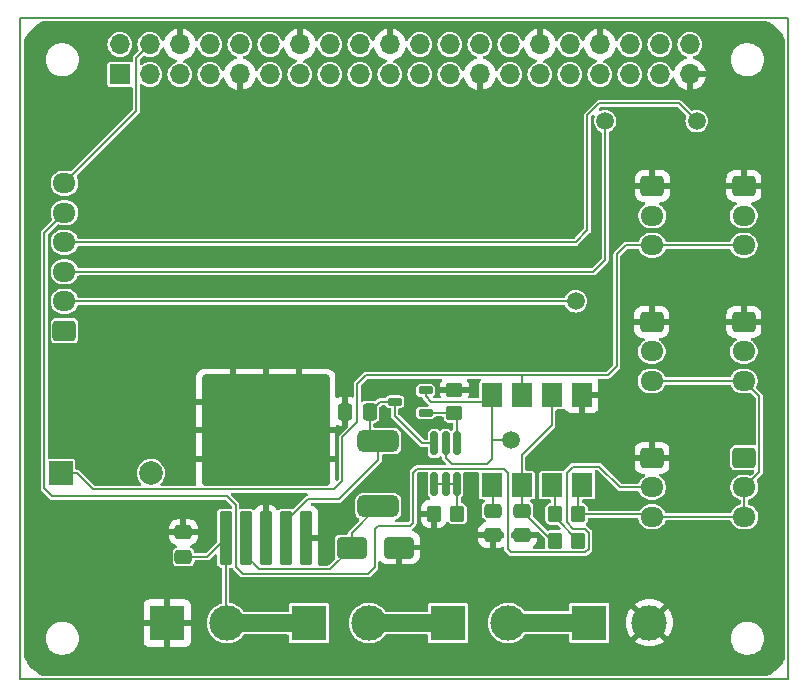
<source format=gtl>
G04 #@! TF.GenerationSoftware,KiCad,Pcbnew,8.0.5*
G04 #@! TF.CreationDate,2024-12-15T00:02:26-06:00*
G04 #@! TF.ProjectId,auxkit_HAT,6175786b-6974-45f4-9841-542e6b696361,rev?*
G04 #@! TF.SameCoordinates,Original*
G04 #@! TF.FileFunction,Copper,L1,Top*
G04 #@! TF.FilePolarity,Positive*
%FSLAX46Y46*%
G04 Gerber Fmt 4.6, Leading zero omitted, Abs format (unit mm)*
G04 Created by KiCad (PCBNEW 8.0.5) date 2024-12-15 00:02:26*
%MOMM*%
%LPD*%
G01*
G04 APERTURE LIST*
G04 Aperture macros list*
%AMRoundRect*
0 Rectangle with rounded corners*
0 $1 Rounding radius*
0 $2 $3 $4 $5 $6 $7 $8 $9 X,Y pos of 4 corners*
0 Add a 4 corners polygon primitive as box body*
4,1,4,$2,$3,$4,$5,$6,$7,$8,$9,$2,$3,0*
0 Add four circle primitives for the rounded corners*
1,1,$1+$1,$2,$3*
1,1,$1+$1,$4,$5*
1,1,$1+$1,$6,$7*
1,1,$1+$1,$8,$9*
0 Add four rect primitives between the rounded corners*
20,1,$1+$1,$2,$3,$4,$5,0*
20,1,$1+$1,$4,$5,$6,$7,0*
20,1,$1+$1,$6,$7,$8,$9,0*
20,1,$1+$1,$8,$9,$2,$3,0*%
G04 Aperture macros list end*
G04 #@! TA.AperFunction,NonConductor*
%ADD10C,0.200000*%
G04 #@! TD*
G04 #@! TA.AperFunction,ComponentPad*
%ADD11C,1.500000*%
G04 #@! TD*
G04 #@! TA.AperFunction,SMDPad,CuDef*
%ADD12RoundRect,0.250000X0.300000X-2.050000X0.300000X2.050000X-0.300000X2.050000X-0.300000X-2.050000X0*%
G04 #@! TD*
G04 #@! TA.AperFunction,SMDPad,CuDef*
%ADD13RoundRect,0.250000X2.375000X-2.025000X2.375000X2.025000X-2.375000X2.025000X-2.375000X-2.025000X0*%
G04 #@! TD*
G04 #@! TA.AperFunction,SMDPad,CuDef*
%ADD14RoundRect,0.250002X5.149998X-4.449998X5.149998X4.449998X-5.149998X4.449998X-5.149998X-4.449998X0*%
G04 #@! TD*
G04 #@! TA.AperFunction,ComponentPad*
%ADD15RoundRect,0.250000X-0.725000X0.600000X-0.725000X-0.600000X0.725000X-0.600000X0.725000X0.600000X0*%
G04 #@! TD*
G04 #@! TA.AperFunction,ComponentPad*
%ADD16O,1.950000X1.700000*%
G04 #@! TD*
G04 #@! TA.AperFunction,ComponentPad*
%ADD17C,3.000000*%
G04 #@! TD*
G04 #@! TA.AperFunction,ComponentPad*
%ADD18R,3.000000X3.000000*%
G04 #@! TD*
G04 #@! TA.AperFunction,SMDPad,CuDef*
%ADD19RoundRect,0.250000X0.350000X0.450000X-0.350000X0.450000X-0.350000X-0.450000X0.350000X-0.450000X0*%
G04 #@! TD*
G04 #@! TA.AperFunction,ComponentPad*
%ADD20R,1.700000X1.700000*%
G04 #@! TD*
G04 #@! TA.AperFunction,ComponentPad*
%ADD21O,1.700000X1.700000*%
G04 #@! TD*
G04 #@! TA.AperFunction,SMDPad,CuDef*
%ADD22RoundRect,0.250000X0.475000X-0.337500X0.475000X0.337500X-0.475000X0.337500X-0.475000X-0.337500X0*%
G04 #@! TD*
G04 #@! TA.AperFunction,SMDPad,CuDef*
%ADD23RoundRect,0.162500X0.162500X-0.837500X0.162500X0.837500X-0.162500X0.837500X-0.162500X-0.837500X0*%
G04 #@! TD*
G04 #@! TA.AperFunction,SMDPad,CuDef*
%ADD24RoundRect,0.250000X-0.475000X0.337500X-0.475000X-0.337500X0.475000X-0.337500X0.475000X0.337500X0*%
G04 #@! TD*
G04 #@! TA.AperFunction,SMDPad,CuDef*
%ADD25RoundRect,0.250000X0.450000X-0.350000X0.450000X0.350000X-0.450000X0.350000X-0.450000X-0.350000X0*%
G04 #@! TD*
G04 #@! TA.AperFunction,SMDPad,CuDef*
%ADD26RoundRect,0.250000X-0.350000X-0.450000X0.350000X-0.450000X0.350000X0.450000X-0.350000X0.450000X0*%
G04 #@! TD*
G04 #@! TA.AperFunction,ComponentPad*
%ADD27RoundRect,0.250000X0.725000X-0.600000X0.725000X0.600000X-0.725000X0.600000X-0.725000X-0.600000X0*%
G04 #@! TD*
G04 #@! TA.AperFunction,SMDPad,CuDef*
%ADD28RoundRect,0.462500X1.287500X-0.462500X1.287500X0.462500X-1.287500X0.462500X-1.287500X-0.462500X0*%
G04 #@! TD*
G04 #@! TA.AperFunction,SMDPad,CuDef*
%ADD29RoundRect,0.250000X-1.000000X-0.650000X1.000000X-0.650000X1.000000X0.650000X-1.000000X0.650000X0*%
G04 #@! TD*
G04 #@! TA.AperFunction,SMDPad,CuDef*
%ADD30RoundRect,0.250000X0.337500X0.475000X-0.337500X0.475000X-0.337500X-0.475000X0.337500X-0.475000X0*%
G04 #@! TD*
G04 #@! TA.AperFunction,SMDPad,CuDef*
%ADD31R,1.780000X2.000000*%
G04 #@! TD*
G04 #@! TA.AperFunction,SMDPad,CuDef*
%ADD32RoundRect,0.162500X0.447500X0.162500X-0.447500X0.162500X-0.447500X-0.162500X0.447500X-0.162500X0*%
G04 #@! TD*
G04 #@! TA.AperFunction,ComponentPad*
%ADD33R,2.000000X2.000000*%
G04 #@! TD*
G04 #@! TA.AperFunction,ComponentPad*
%ADD34C,2.000000*%
G04 #@! TD*
G04 #@! TA.AperFunction,Conductor*
%ADD35C,0.200000*%
G04 #@! TD*
G04 #@! TA.AperFunction,Conductor*
%ADD36C,1.500000*%
G04 #@! TD*
G04 APERTURE END LIST*
D10*
X123850000Y-77400000D02*
X188850000Y-77400000D01*
X188850000Y-133400000D01*
X123850000Y-133400000D01*
X123850000Y-77400000D01*
D11*
X165350000Y-113150000D03*
X170850000Y-101400000D03*
X173350000Y-86150000D03*
X181100000Y-86150000D03*
D12*
X141225000Y-121475000D03*
X142925000Y-121475000D03*
X144625000Y-121475000D03*
D13*
X141850000Y-114750000D03*
X147400000Y-114750000D03*
D14*
X144625000Y-112325000D03*
D13*
X141850000Y-109900000D03*
X147400000Y-109900000D03*
D12*
X146325000Y-121475000D03*
X148025000Y-121475000D03*
D15*
X177350000Y-91650000D03*
D16*
X177350000Y-94150000D03*
X177350000Y-96650000D03*
D17*
X177100000Y-128610000D03*
D18*
X172020000Y-128610000D03*
D19*
X171080000Y-119420000D03*
X169080000Y-119420000D03*
D20*
X132270000Y-82190000D03*
D21*
X132270000Y-79650000D03*
X134810000Y-82190000D03*
X134810000Y-79650000D03*
X137350000Y-82190000D03*
X137350000Y-79650000D03*
X139890000Y-82190000D03*
X139890000Y-79650000D03*
X142430000Y-82190000D03*
X142430000Y-79650000D03*
X144970000Y-82190000D03*
X144970000Y-79650000D03*
X147510000Y-82190000D03*
X147510000Y-79650000D03*
X150050000Y-82190000D03*
X150050000Y-79650000D03*
X152590000Y-82190000D03*
X152590000Y-79650000D03*
X155130000Y-82190000D03*
X155130000Y-79650000D03*
X157670000Y-82190000D03*
X157670000Y-79650000D03*
X160210000Y-82190000D03*
X160210000Y-79650000D03*
X162750000Y-82190000D03*
X162750000Y-79650000D03*
X165290000Y-82190000D03*
X165290000Y-79650000D03*
X167830000Y-82190000D03*
X167830000Y-79650000D03*
X170370000Y-82190000D03*
X170370000Y-79650000D03*
X172910000Y-82190000D03*
X172910000Y-79650000D03*
X175450000Y-82190000D03*
X175450000Y-79650000D03*
X177990000Y-82190000D03*
X177990000Y-79650000D03*
X180530000Y-82190000D03*
X180530000Y-79650000D03*
D22*
X137650000Y-123037500D03*
X137650000Y-120962500D03*
D23*
X158900000Y-116860000D03*
X159850000Y-116860000D03*
X160800000Y-116860000D03*
X160800000Y-113440000D03*
X159850000Y-113440000D03*
X158900000Y-113440000D03*
D24*
X163830000Y-119132500D03*
X163830000Y-121207500D03*
D25*
X160600000Y-110900000D03*
X160600000Y-108900000D03*
D26*
X169080000Y-121670000D03*
X171080000Y-121670000D03*
D27*
X127575000Y-103900000D03*
D16*
X127575000Y-101400000D03*
X127575000Y-98900000D03*
X127575000Y-96400000D03*
X127575000Y-93900000D03*
X127575000Y-91400000D03*
D28*
X154150000Y-118775000D03*
X154150000Y-113225000D03*
D15*
X177300000Y-103150000D03*
D16*
X177300000Y-105650000D03*
X177300000Y-108150000D03*
D18*
X160060000Y-128650000D03*
D17*
X165140000Y-128650000D03*
D29*
X151900000Y-122250000D03*
X155900000Y-122250000D03*
D15*
X177325000Y-114650000D03*
D16*
X177325000Y-117150000D03*
X177325000Y-119650000D03*
D15*
X185100000Y-103150000D03*
D16*
X185100000Y-105650000D03*
X185100000Y-108150000D03*
D30*
X153437500Y-110750000D03*
X151362500Y-110750000D03*
D31*
X171390000Y-116980000D03*
X168850000Y-116980000D03*
X166310000Y-116980000D03*
X163770000Y-116980000D03*
X163770000Y-109360000D03*
X166310000Y-109360000D03*
X168850000Y-109360000D03*
X171390000Y-109360000D03*
D18*
X136270000Y-128650000D03*
D17*
X141350000Y-128650000D03*
D15*
X185100000Y-91650000D03*
D16*
X185100000Y-94150000D03*
X185100000Y-96650000D03*
D19*
X160850000Y-119400000D03*
X158850000Y-119400000D03*
D24*
X166330000Y-119132500D03*
X166330000Y-121207500D03*
D32*
X158160000Y-110850000D03*
X158160000Y-108950000D03*
X155540000Y-109900000D03*
D15*
X185125000Y-114650000D03*
D16*
X185125000Y-117150000D03*
X185125000Y-119650000D03*
D18*
X148270000Y-128650000D03*
D17*
X153350000Y-128650000D03*
D33*
X127300000Y-115950000D03*
D34*
X134900000Y-115950000D03*
D35*
X165350000Y-113150000D02*
X163770000Y-113150000D01*
X163770000Y-113150000D02*
X163770000Y-109360000D01*
X163770000Y-114730000D02*
X163770000Y-113150000D01*
X171850000Y-95400000D02*
X171850000Y-85650000D01*
X172850000Y-84650000D02*
X179600000Y-84650000D01*
X179600000Y-84650000D02*
X181100000Y-86150000D01*
X170850000Y-96400000D02*
X171850000Y-95400000D01*
X171850000Y-85650000D02*
X172850000Y-84650000D01*
X127575000Y-96400000D02*
X170850000Y-96400000D01*
X172350000Y-98900000D02*
X173350000Y-97900000D01*
X127575000Y-98900000D02*
X172350000Y-98900000D01*
X173350000Y-97900000D02*
X173350000Y-86150000D01*
X170850000Y-101400000D02*
X127575000Y-101400000D01*
X174350000Y-106900000D02*
X174350000Y-97400000D01*
X174350000Y-97400000D02*
X175100000Y-96650000D01*
X175100000Y-96650000D02*
X177350000Y-96650000D01*
X173600000Y-107650000D02*
X174350000Y-106900000D01*
X166310000Y-107670000D02*
X166330000Y-107650000D01*
X166310000Y-107900000D02*
X166310000Y-107670000D01*
X166330000Y-107650000D02*
X173600000Y-107650000D01*
X166310000Y-107900000D02*
X166310000Y-107690000D01*
X166310000Y-109360000D02*
X166310000Y-107900000D01*
X180600000Y-82260000D02*
X180530000Y-82190000D01*
X181250000Y-82190000D02*
X180530000Y-82190000D01*
X181250000Y-82190000D02*
X180530000Y-82190000D01*
X158600000Y-109900000D02*
X158160000Y-109460000D01*
X186400000Y-109450000D02*
X185100000Y-108150000D01*
X161184744Y-109900000D02*
X161100000Y-109900000D01*
X133660000Y-80800000D02*
X134810000Y-79650000D01*
X159850000Y-114650000D02*
X160350000Y-115150000D01*
X161100000Y-109900000D02*
X158600000Y-109900000D01*
X171080000Y-117290000D02*
X171390000Y-116980000D01*
X185125000Y-117150000D02*
X186400000Y-115875000D01*
X159850000Y-113440000D02*
X159850000Y-114650000D01*
X185125000Y-117150000D02*
X185125000Y-119650000D01*
X160350000Y-115150000D02*
X163350000Y-115150000D01*
X185100000Y-108150000D02*
X177300000Y-108150000D01*
X171080000Y-119420000D02*
X171080000Y-117290000D01*
X163230000Y-109900000D02*
X161100000Y-109900000D01*
X127575000Y-91400000D02*
X133660000Y-85315000D01*
X186400000Y-115875000D02*
X186400000Y-109450000D01*
X158160000Y-109460000D02*
X158160000Y-108950000D01*
X163770000Y-109360000D02*
X163230000Y-109900000D01*
X163350000Y-115150000D02*
X163770000Y-114730000D01*
X177325000Y-119650000D02*
X185125000Y-119650000D01*
X177095000Y-119420000D02*
X177325000Y-119650000D01*
X171080000Y-119420000D02*
X177095000Y-119420000D01*
X133660000Y-85315000D02*
X133660000Y-80800000D01*
X153100000Y-107650000D02*
X166270000Y-107650000D01*
X127300000Y-115950000D02*
X128650000Y-115950000D01*
X151109314Y-116640686D02*
X151109314Y-112900430D01*
X166270000Y-107650000D02*
X166310000Y-107690000D01*
X150425000Y-117325000D02*
X151109314Y-116640686D01*
X152350000Y-111659744D02*
X152350000Y-108400000D01*
X128650000Y-115950000D02*
X130025000Y-117325000D01*
X185100000Y-96650000D02*
X177350000Y-96650000D01*
X130025000Y-117325000D02*
X150425000Y-117325000D01*
X152350000Y-108400000D02*
X153100000Y-107650000D01*
X151109314Y-112900430D02*
X152350000Y-111659744D01*
X157440000Y-115560000D02*
X157100000Y-115900000D01*
X157100000Y-115900000D02*
X157100000Y-120150000D01*
X170100000Y-120124314D02*
X170645686Y-120670000D01*
X170598654Y-115400000D02*
X170100000Y-115898654D01*
X125850000Y-95625000D02*
X127575000Y-93900000D01*
X171664744Y-120670000D02*
X171980000Y-120985256D01*
X153850000Y-123900000D02*
X153275000Y-124475000D01*
X165100000Y-115900000D02*
X164760000Y-115560000D01*
X165100000Y-122400000D02*
X165100000Y-115900000D01*
X172850000Y-115400000D02*
X170598654Y-115400000D01*
X125850000Y-117250000D02*
X125850000Y-95625000D01*
X157100000Y-120150000D02*
X156850000Y-120400000D01*
X164760000Y-115560000D02*
X157440000Y-115560000D01*
X170100000Y-115898654D02*
X170100000Y-120124314D01*
X165370000Y-122670000D02*
X165100000Y-122400000D01*
X171980000Y-122354744D02*
X171664744Y-122670000D01*
X141317372Y-117900000D02*
X126500000Y-117900000D01*
X154100000Y-120400000D02*
X153850000Y-120650000D01*
X171664744Y-122670000D02*
X165370000Y-122670000D01*
X126500000Y-117900000D02*
X125850000Y-117250000D01*
X156850000Y-120400000D02*
X154100000Y-120400000D01*
X153850000Y-120650000D02*
X153850000Y-123900000D01*
X142075000Y-118657628D02*
X141317372Y-117900000D01*
X142675000Y-124475000D02*
X142075000Y-123875000D01*
X142075000Y-123875000D02*
X142075000Y-118657628D01*
X170645686Y-120670000D02*
X171664744Y-120670000D01*
X171980000Y-120985256D02*
X171980000Y-122354744D01*
X153275000Y-124475000D02*
X142675000Y-124475000D01*
X177325000Y-117150000D02*
X174600000Y-117150000D01*
X174600000Y-117150000D02*
X172850000Y-115400000D01*
X169080000Y-119420000D02*
X169080000Y-117210000D01*
X169080000Y-117210000D02*
X168850000Y-116980000D01*
X169080000Y-119670000D02*
X169080000Y-119420000D01*
X171080000Y-121670000D02*
X169080000Y-119670000D01*
X168850000Y-109360000D02*
X168850000Y-111900000D01*
X166330000Y-117000000D02*
X166310000Y-116980000D01*
X166310000Y-114440000D02*
X166310000Y-116980000D01*
X168850000Y-111900000D02*
X166310000Y-114440000D01*
X168867500Y-121670000D02*
X169080000Y-121670000D01*
X166330000Y-119132500D02*
X166330000Y-117000000D01*
X166330000Y-119132500D02*
X168867500Y-121670000D01*
X154150000Y-118775000D02*
X151900000Y-121025000D01*
X144090256Y-124075000D02*
X142925000Y-122909744D01*
X151900000Y-122250000D02*
X150075000Y-124075000D01*
X150075000Y-124075000D02*
X144090256Y-124075000D01*
X142925000Y-122909744D02*
X142925000Y-121475000D01*
X151900000Y-121025000D02*
X151900000Y-122250000D01*
X163830000Y-117040000D02*
X163770000Y-116980000D01*
X163830000Y-119132500D02*
X163830000Y-117040000D01*
X139662500Y-123037500D02*
X141225000Y-121475000D01*
X141225000Y-121475000D02*
X141225000Y-128525000D01*
D36*
X148270000Y-128650000D02*
X141350000Y-128650000D01*
D35*
X141225000Y-128525000D02*
X141350000Y-128650000D01*
X137650000Y-123037500D02*
X139662500Y-123037500D01*
D36*
X172020000Y-128610000D02*
X165180000Y-128610000D01*
D35*
X165180000Y-128610000D02*
X165140000Y-128650000D01*
X146325000Y-121475000D02*
X146325000Y-120040256D01*
X148215256Y-118150000D02*
X150850000Y-118150000D01*
X155540000Y-111090000D02*
X157890000Y-113440000D01*
X155540000Y-109900000D02*
X155540000Y-111090000D01*
X155540000Y-109900000D02*
X154287500Y-109900000D01*
X154287500Y-109900000D02*
X153437500Y-110750000D01*
X153437500Y-110750000D02*
X153437500Y-112512500D01*
X150850000Y-118150000D02*
X154150000Y-114850000D01*
X153437500Y-112512500D02*
X154150000Y-113225000D01*
X146325000Y-120040256D02*
X148215256Y-118150000D01*
X154150000Y-114850000D02*
X154150000Y-113225000D01*
X157890000Y-113440000D02*
X158900000Y-113440000D01*
D36*
X160060000Y-128650000D02*
X153430000Y-128650000D01*
D35*
X160800000Y-113440000D02*
X160800000Y-111100000D01*
X160800000Y-111100000D02*
X160600000Y-110900000D01*
X160550000Y-110850000D02*
X160600000Y-110900000D01*
X158160000Y-110850000D02*
X160550000Y-110850000D01*
X158900000Y-116860000D02*
X159850000Y-116860000D01*
X160850000Y-116910000D02*
X160800000Y-116860000D01*
X160800000Y-116860000D02*
X159850000Y-116860000D01*
X160850000Y-119400000D02*
X160850000Y-116910000D01*
G04 #@! TA.AperFunction,Conductor*
G36*
X154745543Y-110220185D02*
G01*
X154789903Y-110270037D01*
X154792988Y-110276347D01*
X154792990Y-110276350D01*
X154878651Y-110362011D01*
X154987488Y-110415219D01*
X154987489Y-110415219D01*
X154987491Y-110415220D01*
X155058051Y-110425500D01*
X155115500Y-110425499D01*
X155182538Y-110445182D01*
X155228294Y-110497986D01*
X155239500Y-110549499D01*
X155239500Y-111129562D01*
X155259979Y-111205989D01*
X155265752Y-111215988D01*
X155299540Y-111274511D01*
X157649540Y-113624511D01*
X157705489Y-113680460D01*
X157705491Y-113680461D01*
X157705495Y-113680464D01*
X157774004Y-113720017D01*
X157774011Y-113720021D01*
X157850438Y-113740500D01*
X158250501Y-113740500D01*
X158317540Y-113760185D01*
X158363295Y-113812989D01*
X158374501Y-113864500D01*
X158374501Y-114311950D01*
X158384779Y-114382506D01*
X158384779Y-114382507D01*
X158384780Y-114382509D01*
X158437988Y-114491347D01*
X158437989Y-114491349D01*
X158523651Y-114577011D01*
X158632488Y-114630219D01*
X158632489Y-114630219D01*
X158632491Y-114630220D01*
X158703051Y-114640500D01*
X159096948Y-114640499D01*
X159096950Y-114640499D01*
X159125172Y-114636387D01*
X159167509Y-114630220D01*
X159276347Y-114577012D01*
X159276349Y-114577010D01*
X159287319Y-114566041D01*
X159348642Y-114532556D01*
X159418334Y-114537540D01*
X159462681Y-114566041D01*
X159473650Y-114577010D01*
X159473651Y-114577010D01*
X159473653Y-114577012D01*
X159479960Y-114580095D01*
X159531542Y-114627223D01*
X159546769Y-114681722D01*
X159548439Y-114681503D01*
X159549499Y-114689559D01*
X159560286Y-114729815D01*
X159569979Y-114765989D01*
X159592761Y-114805448D01*
X159609540Y-114834511D01*
X159609542Y-114834513D01*
X159822848Y-115047819D01*
X159856333Y-115109142D01*
X159851349Y-115178834D01*
X159809477Y-115234767D01*
X159744013Y-115259184D01*
X159735167Y-115259500D01*
X157400438Y-115259500D01*
X157324010Y-115279978D01*
X157255489Y-115319540D01*
X157255486Y-115319542D01*
X156859541Y-115715487D01*
X156859535Y-115715495D01*
X156819982Y-115784004D01*
X156819979Y-115784009D01*
X156799500Y-115860439D01*
X156799500Y-119974167D01*
X156779815Y-120041206D01*
X156763181Y-120061848D01*
X156761848Y-120063181D01*
X156700525Y-120096666D01*
X156674167Y-120099500D01*
X155714528Y-120099500D01*
X155647489Y-120079815D01*
X155601734Y-120027011D01*
X155591790Y-119957853D01*
X155620815Y-119894297D01*
X155677638Y-119857115D01*
X155700489Y-119849993D01*
X155711602Y-119846531D01*
X155849388Y-119763236D01*
X155963236Y-119649388D01*
X156046531Y-119511602D01*
X156094430Y-119357887D01*
X156100500Y-119291091D01*
X156100499Y-118258910D01*
X156100499Y-118258909D01*
X156100499Y-118258901D01*
X156094431Y-118192117D01*
X156094428Y-118192106D01*
X156046532Y-118038401D01*
X156046531Y-118038400D01*
X156046531Y-118038398D01*
X155963236Y-117900612D01*
X155963234Y-117900610D01*
X155963233Y-117900608D01*
X155849391Y-117786766D01*
X155833254Y-117777011D01*
X155711602Y-117703469D01*
X155557887Y-117655570D01*
X155557885Y-117655569D01*
X155557883Y-117655569D01*
X155511117Y-117651319D01*
X155491091Y-117649500D01*
X155491088Y-117649500D01*
X152808901Y-117649500D01*
X152742117Y-117655568D01*
X152742106Y-117655571D01*
X152588401Y-117703467D01*
X152450608Y-117786766D01*
X152336766Y-117900608D01*
X152253469Y-118038397D01*
X152205569Y-118192116D01*
X152199500Y-118258911D01*
X152199500Y-119291098D01*
X152205568Y-119357882D01*
X152205571Y-119357893D01*
X152253467Y-119511598D01*
X152253468Y-119511600D01*
X152253469Y-119511602D01*
X152284065Y-119562213D01*
X152336766Y-119649391D01*
X152450607Y-119763232D01*
X152450611Y-119763235D01*
X152450612Y-119763236D01*
X152474143Y-119777461D01*
X152493523Y-119789177D01*
X152540710Y-119840705D01*
X152552548Y-119909564D01*
X152525279Y-119973893D01*
X152517053Y-119982974D01*
X151715489Y-120784540D01*
X151659541Y-120840487D01*
X151659535Y-120840495D01*
X151619982Y-120909004D01*
X151619979Y-120909009D01*
X151610149Y-120945695D01*
X151601712Y-120977185D01*
X151599500Y-120985439D01*
X151599500Y-121025500D01*
X151579815Y-121092539D01*
X151527011Y-121138294D01*
X151475500Y-121149500D01*
X150845730Y-121149500D01*
X150815300Y-121152353D01*
X150815298Y-121152353D01*
X150687119Y-121197206D01*
X150687117Y-121197207D01*
X150577850Y-121277850D01*
X150497207Y-121387117D01*
X150497206Y-121387119D01*
X150452353Y-121515298D01*
X150452353Y-121515300D01*
X150449500Y-121545730D01*
X150449500Y-122954269D01*
X150452353Y-122984696D01*
X150452353Y-122984698D01*
X150452354Y-122984699D01*
X150497206Y-123112880D01*
X150500276Y-123121652D01*
X150497342Y-123122678D01*
X150508107Y-123175650D01*
X150482795Y-123240773D01*
X150472237Y-123252790D01*
X149986848Y-123738181D01*
X149925525Y-123771666D01*
X149899167Y-123774500D01*
X149191930Y-123774500D01*
X149124891Y-123754815D01*
X149079136Y-123702011D01*
X149068572Y-123637897D01*
X149074999Y-123574986D01*
X149075000Y-123574973D01*
X149075000Y-121725000D01*
X147899000Y-121725000D01*
X147831961Y-121705315D01*
X147786206Y-121652511D01*
X147775000Y-121601000D01*
X147775000Y-121349000D01*
X147794685Y-121281961D01*
X147847489Y-121236206D01*
X147899000Y-121225000D01*
X149074999Y-121225000D01*
X149074999Y-119375028D01*
X149074998Y-119375013D01*
X149064505Y-119272302D01*
X149009358Y-119105880D01*
X149009356Y-119105875D01*
X148917315Y-118956654D01*
X148793345Y-118832684D01*
X148644124Y-118740643D01*
X148644119Y-118740641D01*
X148497950Y-118692206D01*
X148440505Y-118652434D01*
X148413682Y-118587918D01*
X148425997Y-118519142D01*
X148473540Y-118467942D01*
X148536954Y-118450500D01*
X150889560Y-118450500D01*
X150889562Y-118450500D01*
X150965989Y-118430021D01*
X151034511Y-118390460D01*
X151090460Y-118334511D01*
X154390460Y-115034511D01*
X154430022Y-114965988D01*
X154450500Y-114889562D01*
X154450500Y-114810438D01*
X154450500Y-114474499D01*
X154470185Y-114407460D01*
X154522989Y-114361705D01*
X154574500Y-114350499D01*
X155491097Y-114350499D01*
X155557882Y-114344431D01*
X155557885Y-114344430D01*
X155557887Y-114344430D01*
X155711602Y-114296531D01*
X155849388Y-114213236D01*
X155963236Y-114099388D01*
X156046531Y-113961602D01*
X156094430Y-113807887D01*
X156100500Y-113741091D01*
X156100499Y-112708910D01*
X156100499Y-112708909D01*
X156100499Y-112708901D01*
X156094431Y-112642117D01*
X156094428Y-112642106D01*
X156046532Y-112488401D01*
X156046531Y-112488400D01*
X156046531Y-112488398D01*
X155963236Y-112350612D01*
X155963234Y-112350610D01*
X155963233Y-112350608D01*
X155849391Y-112236766D01*
X155810494Y-112213252D01*
X155711602Y-112153469D01*
X155557887Y-112105570D01*
X155557885Y-112105569D01*
X155557883Y-112105569D01*
X155511117Y-112101319D01*
X155491091Y-112099500D01*
X155491088Y-112099500D01*
X153862000Y-112099500D01*
X153794961Y-112079815D01*
X153749206Y-112027011D01*
X153738000Y-111975500D01*
X153738000Y-111796974D01*
X153757685Y-111729935D01*
X153810489Y-111684180D01*
X153850422Y-111673515D01*
X153859699Y-111672646D01*
X153859701Y-111672645D01*
X153859703Y-111672645D01*
X153916436Y-111652793D01*
X153987882Y-111627793D01*
X154097150Y-111547150D01*
X154177793Y-111437882D01*
X154200219Y-111373790D01*
X154222646Y-111309701D01*
X154222646Y-111309699D01*
X154225500Y-111279269D01*
X154225500Y-110438333D01*
X154245185Y-110371294D01*
X154261819Y-110350652D01*
X154375652Y-110236819D01*
X154436975Y-110203334D01*
X154463333Y-110200500D01*
X154678504Y-110200500D01*
X154745543Y-110220185D01*
G37*
G04 #@! TD.AperFunction*
G04 #@! TA.AperFunction,Conductor*
G36*
X167685848Y-120929165D02*
G01*
X167730195Y-120957666D01*
X168243181Y-121470652D01*
X168276666Y-121531975D01*
X168279500Y-121558333D01*
X168279500Y-122174269D01*
X168282353Y-122204699D01*
X168283964Y-122212073D01*
X168282698Y-122212349D01*
X168285861Y-122274327D01*
X168251130Y-122334954D01*
X168189136Y-122367179D01*
X168165258Y-122369500D01*
X167334154Y-122369500D01*
X167267115Y-122349815D01*
X167221360Y-122297011D01*
X167211416Y-122227853D01*
X167240441Y-122164297D01*
X167269055Y-122139962D01*
X167273345Y-122137315D01*
X167397315Y-122013345D01*
X167489356Y-121864124D01*
X167489358Y-121864119D01*
X167544505Y-121697697D01*
X167544506Y-121697690D01*
X167554999Y-121594986D01*
X167555000Y-121594973D01*
X167555000Y-121457500D01*
X165524500Y-121457500D01*
X165457461Y-121437815D01*
X165411706Y-121385011D01*
X165400500Y-121333500D01*
X165400500Y-121081500D01*
X165420185Y-121014461D01*
X165472989Y-120968706D01*
X165524500Y-120957500D01*
X167555137Y-120957500D01*
X167616156Y-120924181D01*
X167685848Y-120929165D01*
G37*
G04 #@! TD.AperFunction*
G04 #@! TA.AperFunction,Conductor*
G36*
X148136839Y-117645185D02*
G01*
X148182594Y-117697989D01*
X148192538Y-117767147D01*
X148163513Y-117830703D01*
X148104735Y-117868477D01*
X148101920Y-117869267D01*
X148100842Y-117869556D01*
X148099266Y-117869978D01*
X148030745Y-117909540D01*
X148030742Y-117909542D01*
X146952383Y-118987900D01*
X146891060Y-119021385D01*
X146823748Y-119017261D01*
X146709697Y-118977353D01*
X146679270Y-118974500D01*
X146679266Y-118974500D01*
X145970734Y-118974500D01*
X145970730Y-118974500D01*
X145940300Y-118977353D01*
X145940298Y-118977353D01*
X145812119Y-119022206D01*
X145812113Y-119022209D01*
X145745747Y-119071190D01*
X145680118Y-119095161D01*
X145611948Y-119079845D01*
X145566575Y-119036517D01*
X145517315Y-118956654D01*
X145393345Y-118832684D01*
X145244124Y-118740643D01*
X145244119Y-118740641D01*
X145077697Y-118685494D01*
X145077690Y-118685493D01*
X144974986Y-118675000D01*
X144875000Y-118675000D01*
X144875000Y-121601000D01*
X144855315Y-121668039D01*
X144802511Y-121713794D01*
X144751000Y-121725000D01*
X144499000Y-121725000D01*
X144431961Y-121705315D01*
X144386206Y-121652511D01*
X144375000Y-121601000D01*
X144375000Y-118674999D01*
X144275028Y-118675000D01*
X144275012Y-118675001D01*
X144172302Y-118685494D01*
X144005880Y-118740641D01*
X144005875Y-118740643D01*
X143856654Y-118832684D01*
X143732682Y-118956656D01*
X143683423Y-119036518D01*
X143631475Y-119083242D01*
X143562512Y-119094463D01*
X143504253Y-119071190D01*
X143437882Y-119022207D01*
X143437880Y-119022206D01*
X143309700Y-118977353D01*
X143279270Y-118974500D01*
X143279266Y-118974500D01*
X142570734Y-118974500D01*
X142570730Y-118974500D01*
X142540300Y-118977353D01*
X142532927Y-118978964D01*
X142532650Y-118977698D01*
X142470673Y-118980861D01*
X142410046Y-118946130D01*
X142377821Y-118884136D01*
X142375500Y-118860258D01*
X142375500Y-118618068D01*
X142375499Y-118618064D01*
X142371006Y-118601296D01*
X142365868Y-118582118D01*
X142355022Y-118541640D01*
X142315460Y-118473117D01*
X141679524Y-117837181D01*
X141646039Y-117775858D01*
X141651023Y-117706166D01*
X141692895Y-117650233D01*
X141758359Y-117625816D01*
X141767205Y-117625500D01*
X148069800Y-117625500D01*
X148136839Y-117645185D01*
G37*
G04 #@! TD.AperFunction*
G04 #@! TA.AperFunction,Conductor*
G36*
X159483445Y-107970185D02*
G01*
X159529200Y-108022989D01*
X159539144Y-108092147D01*
X159521945Y-108139597D01*
X159465643Y-108230875D01*
X159465641Y-108230880D01*
X159410494Y-108397302D01*
X159410493Y-108397309D01*
X159400000Y-108500013D01*
X159400000Y-108650000D01*
X161799999Y-108650000D01*
X161799999Y-108500028D01*
X161799998Y-108500013D01*
X161789505Y-108397302D01*
X161734358Y-108230880D01*
X161734356Y-108230875D01*
X161678055Y-108139597D01*
X161659615Y-108072204D01*
X161680538Y-108005541D01*
X161734180Y-107960771D01*
X161783594Y-107950500D01*
X162723196Y-107950500D01*
X162790235Y-107970185D01*
X162835990Y-108022989D01*
X162845934Y-108092147D01*
X162816909Y-108155703D01*
X162792087Y-108177602D01*
X162735447Y-108215447D01*
X162691132Y-108281769D01*
X162691131Y-108281770D01*
X162679500Y-108340247D01*
X162679500Y-109475500D01*
X162659815Y-109542539D01*
X162607011Y-109588294D01*
X162555500Y-109599500D01*
X161896011Y-109599500D01*
X161828972Y-109579815D01*
X161783217Y-109527011D01*
X161773273Y-109457853D01*
X161778305Y-109436495D01*
X161789505Y-109402694D01*
X161789506Y-109402690D01*
X161799999Y-109299986D01*
X161800000Y-109299973D01*
X161800000Y-109150000D01*
X159400001Y-109150000D01*
X159400001Y-109299986D01*
X159410494Y-109402697D01*
X159421694Y-109436496D01*
X159424096Y-109506324D01*
X159388364Y-109566366D01*
X159325844Y-109597559D01*
X159303988Y-109599500D01*
X158933222Y-109599500D01*
X158866183Y-109579815D01*
X158820428Y-109527011D01*
X158810484Y-109457853D01*
X158839509Y-109394297D01*
X158845541Y-109387819D01*
X158907011Y-109326348D01*
X158907012Y-109326347D01*
X158960220Y-109217509D01*
X158970500Y-109146949D01*
X158970499Y-108753052D01*
X158960220Y-108682491D01*
X158907012Y-108573653D01*
X158907010Y-108573651D01*
X158907010Y-108573650D01*
X158821348Y-108487988D01*
X158712511Y-108434780D01*
X158694869Y-108432210D01*
X158641949Y-108424500D01*
X158641943Y-108424500D01*
X157678049Y-108424500D01*
X157607493Y-108434779D01*
X157498650Y-108487989D01*
X157412988Y-108573651D01*
X157359780Y-108682488D01*
X157355925Y-108708951D01*
X157349500Y-108753051D01*
X157349500Y-108753055D01*
X157349500Y-108753056D01*
X157349500Y-109146950D01*
X157359779Y-109217506D01*
X157359779Y-109217507D01*
X157359780Y-109217509D01*
X157400101Y-109299986D01*
X157412989Y-109326349D01*
X157498651Y-109412011D01*
X157607488Y-109465219D01*
X157607489Y-109465219D01*
X157607491Y-109465220D01*
X157678051Y-109475500D01*
X157757904Y-109475499D01*
X157824942Y-109495183D01*
X157870698Y-109547986D01*
X157877678Y-109567402D01*
X157879979Y-109575989D01*
X157905376Y-109619978D01*
X157912458Y-109632244D01*
X157919539Y-109644510D01*
X158387848Y-110112819D01*
X158421333Y-110174142D01*
X158416349Y-110243834D01*
X158374477Y-110299767D01*
X158309013Y-110324184D01*
X158300167Y-110324500D01*
X157678049Y-110324500D01*
X157607493Y-110334779D01*
X157498650Y-110387989D01*
X157412988Y-110473651D01*
X157359780Y-110582488D01*
X157359780Y-110582491D01*
X157349500Y-110653051D01*
X157349500Y-110653055D01*
X157349500Y-110653056D01*
X157349500Y-111046950D01*
X157359779Y-111117506D01*
X157359779Y-111117507D01*
X157359780Y-111117509D01*
X157384687Y-111168456D01*
X157412989Y-111226349D01*
X157498651Y-111312011D01*
X157607488Y-111365219D01*
X157607489Y-111365219D01*
X157607491Y-111365220D01*
X157678051Y-111375500D01*
X158641948Y-111375499D01*
X158641950Y-111375499D01*
X158670172Y-111371387D01*
X158712509Y-111365220D01*
X158821347Y-111312012D01*
X158858859Y-111274500D01*
X158907010Y-111226350D01*
X158907010Y-111226348D01*
X158907012Y-111226347D01*
X158910097Y-111220037D01*
X158957226Y-111168456D01*
X159021496Y-111150500D01*
X159575500Y-111150500D01*
X159642539Y-111170185D01*
X159688294Y-111222989D01*
X159699500Y-111274500D01*
X159699500Y-111304269D01*
X159702353Y-111334699D01*
X159702353Y-111334701D01*
X159738458Y-111437880D01*
X159747207Y-111462882D01*
X159827850Y-111572150D01*
X159937118Y-111652793D01*
X159979845Y-111667744D01*
X160065299Y-111697646D01*
X160095730Y-111700500D01*
X160095734Y-111700500D01*
X160375500Y-111700500D01*
X160442539Y-111720185D01*
X160488294Y-111772989D01*
X160499500Y-111824500D01*
X160499500Y-112188504D01*
X160479815Y-112255543D01*
X160429963Y-112299903D01*
X160423652Y-112302988D01*
X160412681Y-112313959D01*
X160351358Y-112347444D01*
X160281666Y-112342460D01*
X160237319Y-112313959D01*
X160226348Y-112302988D01*
X160117511Y-112249780D01*
X160099869Y-112247210D01*
X160046949Y-112239500D01*
X160046943Y-112239500D01*
X159653049Y-112239500D01*
X159582493Y-112249779D01*
X159473650Y-112302989D01*
X159462681Y-112313959D01*
X159401358Y-112347444D01*
X159331666Y-112342460D01*
X159287319Y-112313959D01*
X159276348Y-112302988D01*
X159167511Y-112249780D01*
X159149869Y-112247210D01*
X159096949Y-112239500D01*
X159096943Y-112239500D01*
X158703049Y-112239500D01*
X158632493Y-112249779D01*
X158523650Y-112302989D01*
X158437988Y-112388651D01*
X158384780Y-112497488D01*
X158380925Y-112523951D01*
X158374500Y-112568051D01*
X158374500Y-112568056D01*
X158374500Y-113015500D01*
X158354815Y-113082539D01*
X158302011Y-113128294D01*
X158250500Y-113139500D01*
X158065833Y-113139500D01*
X157998794Y-113119815D01*
X157978152Y-113103181D01*
X155876819Y-111001848D01*
X155843334Y-110940525D01*
X155840500Y-110914167D01*
X155840500Y-110549499D01*
X155860185Y-110482460D01*
X155912989Y-110436705D01*
X155964500Y-110425499D01*
X156021950Y-110425499D01*
X156050172Y-110421387D01*
X156092509Y-110415220D01*
X156201347Y-110362012D01*
X156287012Y-110276347D01*
X156340220Y-110167509D01*
X156350500Y-110096949D01*
X156350499Y-109703052D01*
X156340220Y-109632491D01*
X156287012Y-109523653D01*
X156287010Y-109523651D01*
X156287010Y-109523650D01*
X156201348Y-109437988D01*
X156092511Y-109384780D01*
X156074869Y-109382210D01*
X156021949Y-109374500D01*
X156021943Y-109374500D01*
X155058049Y-109374500D01*
X154987493Y-109384779D01*
X154878650Y-109437989D01*
X154792990Y-109523650D01*
X154792988Y-109523652D01*
X154789903Y-109529963D01*
X154742774Y-109581544D01*
X154678504Y-109599500D01*
X154247938Y-109599500D01*
X154171510Y-109619978D01*
X154102990Y-109659539D01*
X154102989Y-109659540D01*
X153969568Y-109792959D01*
X153908247Y-109826443D01*
X153867364Y-109826426D01*
X153867212Y-109828058D01*
X153829270Y-109824500D01*
X153829266Y-109824500D01*
X153045734Y-109824500D01*
X153045730Y-109824500D01*
X153015300Y-109827353D01*
X153015298Y-109827353D01*
X152887119Y-109872206D01*
X152887117Y-109872207D01*
X152848133Y-109900979D01*
X152782503Y-109924949D01*
X152714333Y-109909633D01*
X152665266Y-109859892D01*
X152650500Y-109801208D01*
X152650500Y-108575833D01*
X152670185Y-108508794D01*
X152686819Y-108488152D01*
X153188152Y-107986819D01*
X153249475Y-107953334D01*
X153275833Y-107950500D01*
X159416406Y-107950500D01*
X159483445Y-107970185D01*
G37*
G04 #@! TD.AperFunction*
G04 #@! TA.AperFunction,Conductor*
G36*
X187052544Y-77709939D02*
G01*
X187173291Y-77759957D01*
X187185813Y-77765988D01*
X187373078Y-77869488D01*
X187463109Y-77919247D01*
X187474881Y-77926644D01*
X187733287Y-78109996D01*
X187744137Y-78118648D01*
X187903785Y-78261319D01*
X187980390Y-78329778D01*
X187990220Y-78339608D01*
X188201349Y-78575860D01*
X188210005Y-78586714D01*
X188232210Y-78618009D01*
X188393354Y-78845116D01*
X188400752Y-78856890D01*
X188534027Y-79098027D01*
X188549500Y-79158009D01*
X188549500Y-131682061D01*
X188534028Y-131742042D01*
X188400778Y-131983140D01*
X188393379Y-131994914D01*
X188210042Y-132253302D01*
X188201372Y-132264174D01*
X187990250Y-132500418D01*
X187980418Y-132510250D01*
X187744174Y-132721372D01*
X187733302Y-132730043D01*
X187474913Y-132913380D01*
X187463139Y-132920778D01*
X187185833Y-133074040D01*
X187173307Y-133080072D01*
X187149195Y-133090060D01*
X187101740Y-133099500D01*
X125698175Y-133099500D01*
X125650724Y-133090062D01*
X125650719Y-133090060D01*
X125626667Y-133080097D01*
X125614141Y-133074065D01*
X125336842Y-132920811D01*
X125325068Y-132913413D01*
X125325021Y-132913380D01*
X125066673Y-132730075D01*
X125055801Y-132721406D01*
X124819551Y-132510281D01*
X124809718Y-132500448D01*
X124668478Y-132342400D01*
X124598590Y-132264195D01*
X124589923Y-132253325D01*
X124589907Y-132253302D01*
X124406582Y-131994926D01*
X124399188Y-131983157D01*
X124301731Y-131806817D01*
X124245929Y-131705847D01*
X124239900Y-131693328D01*
X124235233Y-131682061D01*
X124212643Y-131627520D01*
X124159938Y-131500270D01*
X124150500Y-131452820D01*
X124150500Y-129939993D01*
X125994700Y-129939993D01*
X125994700Y-129940006D01*
X126013864Y-130171297D01*
X126013866Y-130171308D01*
X126070842Y-130396300D01*
X126164075Y-130608848D01*
X126291016Y-130803147D01*
X126291019Y-130803151D01*
X126291021Y-130803153D01*
X126448216Y-130973913D01*
X126448219Y-130973915D01*
X126448222Y-130973918D01*
X126631365Y-131116464D01*
X126631371Y-131116468D01*
X126631374Y-131116470D01*
X126719087Y-131163938D01*
X126817044Y-131216950D01*
X126835497Y-131226936D01*
X126872095Y-131239500D01*
X127055015Y-131302297D01*
X127055017Y-131302297D01*
X127055019Y-131302298D01*
X127283951Y-131340500D01*
X127283952Y-131340500D01*
X127516048Y-131340500D01*
X127516049Y-131340500D01*
X127744981Y-131302298D01*
X127964503Y-131226936D01*
X128168626Y-131116470D01*
X128351784Y-130973913D01*
X128508979Y-130803153D01*
X128635924Y-130608849D01*
X128729157Y-130396300D01*
X128786134Y-130171305D01*
X128789577Y-130129752D01*
X128805300Y-129940006D01*
X128805300Y-129939993D01*
X128786135Y-129708702D01*
X128786133Y-129708691D01*
X128729157Y-129483699D01*
X128635924Y-129271151D01*
X128508983Y-129076852D01*
X128508980Y-129076849D01*
X128508979Y-129076847D01*
X128351784Y-128906087D01*
X128351779Y-128906083D01*
X128351777Y-128906081D01*
X128168634Y-128763535D01*
X128168628Y-128763531D01*
X127964504Y-128653064D01*
X127964495Y-128653061D01*
X127744984Y-128577702D01*
X127573282Y-128549050D01*
X127516049Y-128539500D01*
X127283951Y-128539500D01*
X127238164Y-128547140D01*
X127055015Y-128577702D01*
X126835504Y-128653061D01*
X126835495Y-128653064D01*
X126631371Y-128763531D01*
X126631365Y-128763535D01*
X126448222Y-128906081D01*
X126448219Y-128906084D01*
X126448216Y-128906086D01*
X126448216Y-128906087D01*
X126405767Y-128952199D01*
X126291016Y-129076852D01*
X126164075Y-129271151D01*
X126070842Y-129483699D01*
X126013866Y-129708691D01*
X126013864Y-129708702D01*
X125994700Y-129939993D01*
X124150500Y-129939993D01*
X124150500Y-127102155D01*
X134270000Y-127102155D01*
X134270000Y-128400000D01*
X135550936Y-128400000D01*
X135539207Y-128428316D01*
X135510000Y-128575147D01*
X135510000Y-128724853D01*
X135539207Y-128871684D01*
X135550936Y-128900000D01*
X134270000Y-128900000D01*
X134270000Y-130197844D01*
X134276401Y-130257372D01*
X134276403Y-130257379D01*
X134326645Y-130392086D01*
X134326649Y-130392093D01*
X134412809Y-130507187D01*
X134412812Y-130507190D01*
X134527906Y-130593350D01*
X134527913Y-130593354D01*
X134662620Y-130643596D01*
X134662627Y-130643598D01*
X134722155Y-130649999D01*
X134722172Y-130650000D01*
X136020000Y-130650000D01*
X136020000Y-129369064D01*
X136048316Y-129380793D01*
X136195147Y-129410000D01*
X136344853Y-129410000D01*
X136491684Y-129380793D01*
X136520000Y-129369064D01*
X136520000Y-130650000D01*
X137817828Y-130650000D01*
X137817844Y-130649999D01*
X137877372Y-130643598D01*
X137877379Y-130643596D01*
X138012086Y-130593354D01*
X138012093Y-130593350D01*
X138127187Y-130507190D01*
X138127190Y-130507187D01*
X138213350Y-130392093D01*
X138213354Y-130392086D01*
X138263596Y-130257379D01*
X138263598Y-130257372D01*
X138269999Y-130197844D01*
X138270000Y-130197827D01*
X138270000Y-128900000D01*
X136989064Y-128900000D01*
X137000793Y-128871684D01*
X137030000Y-128724853D01*
X137030000Y-128575147D01*
X137000793Y-128428316D01*
X136989064Y-128400000D01*
X138270000Y-128400000D01*
X138270000Y-127102172D01*
X138269999Y-127102155D01*
X138263598Y-127042627D01*
X138263596Y-127042620D01*
X138213354Y-126907913D01*
X138213350Y-126907906D01*
X138127190Y-126792812D01*
X138127187Y-126792809D01*
X138012093Y-126706649D01*
X138012086Y-126706645D01*
X137877379Y-126656403D01*
X137877372Y-126656401D01*
X137817844Y-126650000D01*
X136520000Y-126650000D01*
X136520000Y-127930935D01*
X136491684Y-127919207D01*
X136344853Y-127890000D01*
X136195147Y-127890000D01*
X136048316Y-127919207D01*
X136020000Y-127930935D01*
X136020000Y-126650000D01*
X134722155Y-126650000D01*
X134662627Y-126656401D01*
X134662620Y-126656403D01*
X134527913Y-126706645D01*
X134527906Y-126706649D01*
X134412812Y-126792809D01*
X134412809Y-126792812D01*
X134326649Y-126907906D01*
X134326645Y-126907913D01*
X134276403Y-127042620D01*
X134276401Y-127042627D01*
X134270000Y-127102155D01*
X124150500Y-127102155D01*
X124150500Y-120575013D01*
X136425000Y-120575013D01*
X136425000Y-120712500D01*
X137400000Y-120712500D01*
X137900000Y-120712500D01*
X138874999Y-120712500D01*
X138874999Y-120575028D01*
X138874998Y-120575013D01*
X138864505Y-120472302D01*
X138809358Y-120305880D01*
X138809356Y-120305875D01*
X138717315Y-120156654D01*
X138593345Y-120032684D01*
X138444124Y-119940643D01*
X138444119Y-119940641D01*
X138277697Y-119885494D01*
X138277690Y-119885493D01*
X138174986Y-119875000D01*
X137900000Y-119875000D01*
X137900000Y-120712500D01*
X137400000Y-120712500D01*
X137400000Y-119875000D01*
X137125029Y-119875000D01*
X137125012Y-119875001D01*
X137022302Y-119885494D01*
X136855880Y-119940641D01*
X136855875Y-119940643D01*
X136706654Y-120032684D01*
X136582684Y-120156654D01*
X136490643Y-120305875D01*
X136490641Y-120305880D01*
X136435494Y-120472302D01*
X136435493Y-120472309D01*
X136425000Y-120575013D01*
X124150500Y-120575013D01*
X124150500Y-95585438D01*
X125549500Y-95585438D01*
X125549500Y-117289562D01*
X125552527Y-117300858D01*
X125569979Y-117365991D01*
X125569981Y-117365994D01*
X125606944Y-117430014D01*
X125606946Y-117430023D01*
X125606949Y-117430022D01*
X125609540Y-117434511D01*
X126259540Y-118084511D01*
X126315489Y-118140460D01*
X126315491Y-118140461D01*
X126315495Y-118140464D01*
X126378415Y-118176790D01*
X126384011Y-118180021D01*
X126460438Y-118200500D01*
X126539562Y-118200500D01*
X141141539Y-118200500D01*
X141208578Y-118220185D01*
X141229220Y-118236819D01*
X141738181Y-118745780D01*
X141771666Y-118807103D01*
X141774500Y-118833461D01*
X141774500Y-118860258D01*
X141754815Y-118927297D01*
X141702011Y-118973052D01*
X141632853Y-118982996D01*
X141610307Y-118977486D01*
X141609699Y-118977353D01*
X141579270Y-118974500D01*
X141579266Y-118974500D01*
X140870734Y-118974500D01*
X140870730Y-118974500D01*
X140840300Y-118977353D01*
X140840298Y-118977353D01*
X140712119Y-119022206D01*
X140712117Y-119022207D01*
X140602850Y-119102850D01*
X140522207Y-119212117D01*
X140522206Y-119212119D01*
X140477353Y-119340298D01*
X140477353Y-119340300D01*
X140474500Y-119370730D01*
X140474500Y-121749167D01*
X140454815Y-121816206D01*
X140438181Y-121836848D01*
X139574348Y-122700681D01*
X139513025Y-122734166D01*
X139486667Y-122737000D01*
X138696974Y-122737000D01*
X138629935Y-122717315D01*
X138584180Y-122664511D01*
X138573515Y-122624577D01*
X138572646Y-122615301D01*
X138572645Y-122615298D01*
X138572645Y-122615296D01*
X138542067Y-122527911D01*
X138527793Y-122487118D01*
X138447150Y-122377850D01*
X138337882Y-122297207D01*
X138337880Y-122297206D01*
X138273967Y-122274842D01*
X138217191Y-122234120D01*
X138191444Y-122169168D01*
X138204901Y-122100606D01*
X138253288Y-122050203D01*
X138275918Y-122040095D01*
X138444119Y-121984358D01*
X138444124Y-121984356D01*
X138593345Y-121892315D01*
X138717315Y-121768345D01*
X138809356Y-121619124D01*
X138809358Y-121619119D01*
X138864505Y-121452697D01*
X138864506Y-121452690D01*
X138874999Y-121349986D01*
X138875000Y-121349973D01*
X138875000Y-121212500D01*
X136425001Y-121212500D01*
X136425001Y-121349986D01*
X136435494Y-121452697D01*
X136490641Y-121619119D01*
X136490643Y-121619124D01*
X136582684Y-121768345D01*
X136706654Y-121892315D01*
X136855875Y-121984356D01*
X136855882Y-121984359D01*
X137024081Y-122040094D01*
X137081526Y-122079866D01*
X137108350Y-122144382D01*
X137096035Y-122213158D01*
X137048493Y-122264358D01*
X137026035Y-122274841D01*
X136984422Y-122289402D01*
X136962118Y-122297207D01*
X136962117Y-122297207D01*
X136962116Y-122297208D01*
X136852850Y-122377850D01*
X136772207Y-122487117D01*
X136772206Y-122487119D01*
X136727353Y-122615298D01*
X136727353Y-122615300D01*
X136724500Y-122645730D01*
X136724500Y-123429269D01*
X136727353Y-123459699D01*
X136727353Y-123459701D01*
X136769192Y-123579266D01*
X136772207Y-123587882D01*
X136852850Y-123697150D01*
X136962118Y-123777793D01*
X137000450Y-123791206D01*
X137090299Y-123822646D01*
X137120730Y-123825500D01*
X137120734Y-123825500D01*
X138179270Y-123825500D01*
X138209699Y-123822646D01*
X138209701Y-123822646D01*
X138273790Y-123800219D01*
X138337882Y-123777793D01*
X138447150Y-123697150D01*
X138527793Y-123587882D01*
X138572646Y-123459699D01*
X138573515Y-123450423D01*
X138599372Y-123385516D01*
X138656216Y-123344890D01*
X138696974Y-123338000D01*
X139702060Y-123338000D01*
X139702062Y-123338000D01*
X139778489Y-123317521D01*
X139847011Y-123277960D01*
X139902960Y-123222011D01*
X140262819Y-122862152D01*
X140324142Y-122828667D01*
X140393834Y-122833651D01*
X140449767Y-122875523D01*
X140474184Y-122940987D01*
X140474500Y-122949833D01*
X140474500Y-123579269D01*
X140477353Y-123609699D01*
X140477353Y-123609701D01*
X140522206Y-123737880D01*
X140522207Y-123737882D01*
X140602850Y-123847150D01*
X140712118Y-123927793D01*
X140781761Y-123952162D01*
X140841455Y-123973050D01*
X140898231Y-124013771D01*
X140923978Y-124078724D01*
X140924500Y-124090091D01*
X140924500Y-126910173D01*
X140904815Y-126977212D01*
X140852011Y-127022967D01*
X140837052Y-127028662D01*
X140784960Y-127044731D01*
X140726992Y-127062612D01*
X140497373Y-127173190D01*
X140497372Y-127173191D01*
X140286782Y-127316768D01*
X140099952Y-127490121D01*
X140099950Y-127490123D01*
X139941041Y-127689388D01*
X139813608Y-127910109D01*
X139720492Y-128147362D01*
X139720490Y-128147369D01*
X139663777Y-128395845D01*
X139644732Y-128649995D01*
X139644732Y-128650004D01*
X139663777Y-128904154D01*
X139711577Y-129113581D01*
X139720492Y-129152637D01*
X139810037Y-129380793D01*
X139813608Y-129389890D01*
X139840536Y-129436531D01*
X139941041Y-129610612D01*
X140099950Y-129809877D01*
X140286783Y-129983232D01*
X140497366Y-130126805D01*
X140497371Y-130126807D01*
X140497372Y-130126808D01*
X140497373Y-130126809D01*
X140589771Y-130171305D01*
X140726992Y-130237387D01*
X140726993Y-130237387D01*
X140726996Y-130237389D01*
X140970542Y-130312513D01*
X141222565Y-130350500D01*
X141477435Y-130350500D01*
X141729458Y-130312513D01*
X141973004Y-130237389D01*
X142154458Y-130150005D01*
X142202626Y-130126809D01*
X142202626Y-130126808D01*
X142202634Y-130126805D01*
X142413217Y-129983232D01*
X142600050Y-129809877D01*
X142729791Y-129647186D01*
X142786980Y-129607047D01*
X142826738Y-129600500D01*
X146445500Y-129600500D01*
X146512539Y-129620185D01*
X146558294Y-129672989D01*
X146569500Y-129724500D01*
X146569500Y-130169752D01*
X146581131Y-130228229D01*
X146581132Y-130228230D01*
X146625447Y-130294552D01*
X146691769Y-130338867D01*
X146691770Y-130338868D01*
X146750247Y-130350499D01*
X146750250Y-130350500D01*
X146750252Y-130350500D01*
X149789750Y-130350500D01*
X149789751Y-130350499D01*
X149804568Y-130347552D01*
X149848229Y-130338868D01*
X149848229Y-130338867D01*
X149848231Y-130338867D01*
X149914552Y-130294552D01*
X149958867Y-130228231D01*
X149958867Y-130228229D01*
X149958868Y-130228229D01*
X149970499Y-130169752D01*
X149970500Y-130169750D01*
X149970500Y-128649995D01*
X151644732Y-128649995D01*
X151644732Y-128650004D01*
X151663777Y-128904154D01*
X151711577Y-129113581D01*
X151720492Y-129152637D01*
X151810037Y-129380793D01*
X151813608Y-129389890D01*
X151840536Y-129436531D01*
X151941041Y-129610612D01*
X152099950Y-129809877D01*
X152286783Y-129983232D01*
X152497366Y-130126805D01*
X152497371Y-130126807D01*
X152497372Y-130126808D01*
X152497373Y-130126809D01*
X152589771Y-130171305D01*
X152726992Y-130237387D01*
X152726993Y-130237387D01*
X152726996Y-130237389D01*
X152970542Y-130312513D01*
X153222565Y-130350500D01*
X153477435Y-130350500D01*
X153729458Y-130312513D01*
X153973004Y-130237389D01*
X154154458Y-130150005D01*
X154202626Y-130126809D01*
X154202626Y-130126808D01*
X154202634Y-130126805D01*
X154413217Y-129983232D01*
X154600050Y-129809877D01*
X154729791Y-129647186D01*
X154786980Y-129607047D01*
X154826738Y-129600500D01*
X158235500Y-129600500D01*
X158302539Y-129620185D01*
X158348294Y-129672989D01*
X158359500Y-129724500D01*
X158359500Y-130169752D01*
X158371131Y-130228229D01*
X158371132Y-130228230D01*
X158415447Y-130294552D01*
X158481769Y-130338867D01*
X158481770Y-130338868D01*
X158540247Y-130350499D01*
X158540250Y-130350500D01*
X158540252Y-130350500D01*
X161579750Y-130350500D01*
X161579751Y-130350499D01*
X161594568Y-130347552D01*
X161638229Y-130338868D01*
X161638229Y-130338867D01*
X161638231Y-130338867D01*
X161704552Y-130294552D01*
X161748867Y-130228231D01*
X161748867Y-130228229D01*
X161748868Y-130228229D01*
X161760499Y-130169752D01*
X161760500Y-130169750D01*
X161760500Y-128649995D01*
X163434732Y-128649995D01*
X163434732Y-128650004D01*
X163453777Y-128904154D01*
X163501577Y-129113581D01*
X163510492Y-129152637D01*
X163600037Y-129380793D01*
X163603608Y-129389890D01*
X163630536Y-129436531D01*
X163731041Y-129610612D01*
X163889950Y-129809877D01*
X164076783Y-129983232D01*
X164287366Y-130126805D01*
X164287371Y-130126807D01*
X164287372Y-130126808D01*
X164287373Y-130126809D01*
X164379771Y-130171305D01*
X164516992Y-130237387D01*
X164516993Y-130237387D01*
X164516996Y-130237389D01*
X164760542Y-130312513D01*
X165012565Y-130350500D01*
X165267435Y-130350500D01*
X165519458Y-130312513D01*
X165763004Y-130237389D01*
X165944458Y-130150005D01*
X165992626Y-130126809D01*
X165992626Y-130126808D01*
X165992634Y-130126805D01*
X166203217Y-129983232D01*
X166390050Y-129809877D01*
X166548959Y-129610612D01*
X166548959Y-129610610D01*
X166551690Y-129607187D01*
X166608879Y-129567047D01*
X166648637Y-129560500D01*
X170195500Y-129560500D01*
X170262539Y-129580185D01*
X170308294Y-129632989D01*
X170319500Y-129684500D01*
X170319500Y-130129752D01*
X170331131Y-130188229D01*
X170331132Y-130188230D01*
X170375447Y-130254552D01*
X170441769Y-130298867D01*
X170441770Y-130298868D01*
X170500247Y-130310499D01*
X170500250Y-130310500D01*
X170500252Y-130310500D01*
X173539750Y-130310500D01*
X173539751Y-130310499D01*
X173554568Y-130307552D01*
X173598229Y-130298868D01*
X173598229Y-130298867D01*
X173598231Y-130298867D01*
X173664552Y-130254552D01*
X173708867Y-130188231D01*
X173708867Y-130188229D01*
X173708868Y-130188229D01*
X173720499Y-130129752D01*
X173720500Y-130129750D01*
X173720500Y-128609998D01*
X175094891Y-128609998D01*
X175094891Y-128610001D01*
X175115300Y-128895362D01*
X175176109Y-129174895D01*
X175276091Y-129442958D01*
X175413191Y-129694038D01*
X175413196Y-129694046D01*
X175519882Y-129836561D01*
X175519883Y-129836562D01*
X176414767Y-128941677D01*
X176426497Y-128969995D01*
X176509670Y-129094472D01*
X176615528Y-129200330D01*
X176740005Y-129283503D01*
X176768320Y-129295231D01*
X175873436Y-130190115D01*
X176015960Y-130296807D01*
X176015961Y-130296808D01*
X176267042Y-130433908D01*
X176267041Y-130433908D01*
X176535104Y-130533890D01*
X176814637Y-130594699D01*
X177099999Y-130615109D01*
X177100001Y-130615109D01*
X177385362Y-130594699D01*
X177664895Y-130533890D01*
X177932958Y-130433908D01*
X178184047Y-130296803D01*
X178326561Y-130190116D01*
X178326562Y-130190115D01*
X178076440Y-129939993D01*
X183994700Y-129939993D01*
X183994700Y-129940006D01*
X184013864Y-130171297D01*
X184013866Y-130171308D01*
X184070842Y-130396300D01*
X184164075Y-130608848D01*
X184291016Y-130803147D01*
X184291019Y-130803151D01*
X184291021Y-130803153D01*
X184448216Y-130973913D01*
X184448219Y-130973915D01*
X184448222Y-130973918D01*
X184631365Y-131116464D01*
X184631371Y-131116468D01*
X184631374Y-131116470D01*
X184719087Y-131163938D01*
X184817044Y-131216950D01*
X184835497Y-131226936D01*
X184872095Y-131239500D01*
X185055015Y-131302297D01*
X185055017Y-131302297D01*
X185055019Y-131302298D01*
X185283951Y-131340500D01*
X185283952Y-131340500D01*
X185516048Y-131340500D01*
X185516049Y-131340500D01*
X185744981Y-131302298D01*
X185964503Y-131226936D01*
X186168626Y-131116470D01*
X186351784Y-130973913D01*
X186508979Y-130803153D01*
X186635924Y-130608849D01*
X186729157Y-130396300D01*
X186786134Y-130171305D01*
X186789577Y-130129752D01*
X186805300Y-129940006D01*
X186805300Y-129939993D01*
X186786135Y-129708702D01*
X186786133Y-129708691D01*
X186729157Y-129483699D01*
X186635924Y-129271151D01*
X186508983Y-129076852D01*
X186508980Y-129076849D01*
X186508979Y-129076847D01*
X186351784Y-128906087D01*
X186351779Y-128906083D01*
X186351777Y-128906081D01*
X186168634Y-128763535D01*
X186168628Y-128763531D01*
X185964504Y-128653064D01*
X185964495Y-128653061D01*
X185744984Y-128577702D01*
X185573282Y-128549050D01*
X185516049Y-128539500D01*
X185283951Y-128539500D01*
X185238164Y-128547140D01*
X185055015Y-128577702D01*
X184835504Y-128653061D01*
X184835495Y-128653064D01*
X184631371Y-128763531D01*
X184631365Y-128763535D01*
X184448222Y-128906081D01*
X184448219Y-128906084D01*
X184448216Y-128906086D01*
X184448216Y-128906087D01*
X184405767Y-128952199D01*
X184291016Y-129076852D01*
X184164075Y-129271151D01*
X184070842Y-129483699D01*
X184013866Y-129708691D01*
X184013864Y-129708702D01*
X183994700Y-129939993D01*
X178076440Y-129939993D01*
X177431679Y-129295231D01*
X177459995Y-129283503D01*
X177584472Y-129200330D01*
X177690330Y-129094472D01*
X177773503Y-128969995D01*
X177785231Y-128941678D01*
X178680115Y-129836562D01*
X178680116Y-129836561D01*
X178786803Y-129694047D01*
X178923908Y-129442958D01*
X179023890Y-129174895D01*
X179084699Y-128895362D01*
X179105109Y-128610001D01*
X179105109Y-128609998D01*
X179084699Y-128324637D01*
X179023890Y-128045104D01*
X178923908Y-127777041D01*
X178786808Y-127525961D01*
X178786807Y-127525960D01*
X178680115Y-127383436D01*
X177785231Y-128278320D01*
X177773503Y-128250005D01*
X177690330Y-128125528D01*
X177584472Y-128019670D01*
X177459995Y-127936497D01*
X177431678Y-127924767D01*
X178326562Y-127029883D01*
X178326561Y-127029882D01*
X178184046Y-126923196D01*
X178184038Y-126923191D01*
X177932957Y-126786091D01*
X177932958Y-126786091D01*
X177664895Y-126686109D01*
X177385362Y-126625300D01*
X177100001Y-126604891D01*
X177099999Y-126604891D01*
X176814637Y-126625300D01*
X176535104Y-126686109D01*
X176267041Y-126786091D01*
X176015961Y-126923191D01*
X176015953Y-126923196D01*
X175873437Y-127029882D01*
X175873436Y-127029883D01*
X176768321Y-127924767D01*
X176740005Y-127936497D01*
X176615528Y-128019670D01*
X176509670Y-128125528D01*
X176426497Y-128250005D01*
X176414768Y-128278321D01*
X175519883Y-127383436D01*
X175519882Y-127383437D01*
X175413196Y-127525953D01*
X175413191Y-127525961D01*
X175276091Y-127777041D01*
X175176109Y-128045104D01*
X175115300Y-128324637D01*
X175094891Y-128609998D01*
X173720500Y-128609998D01*
X173720500Y-127090249D01*
X173720499Y-127090247D01*
X173708868Y-127031770D01*
X173708867Y-127031769D01*
X173664552Y-126965447D01*
X173598230Y-126921132D01*
X173598229Y-126921131D01*
X173539752Y-126909500D01*
X173539748Y-126909500D01*
X170500252Y-126909500D01*
X170500247Y-126909500D01*
X170441770Y-126921131D01*
X170441769Y-126921132D01*
X170375447Y-126965447D01*
X170331132Y-127031769D01*
X170331131Y-127031770D01*
X170319500Y-127090247D01*
X170319500Y-127535500D01*
X170299815Y-127602539D01*
X170247011Y-127648294D01*
X170195500Y-127659500D01*
X166584839Y-127659500D01*
X166517800Y-127639815D01*
X166487892Y-127612813D01*
X166458136Y-127575500D01*
X166390050Y-127490123D01*
X166203217Y-127316768D01*
X165992634Y-127173195D01*
X165992630Y-127173193D01*
X165992627Y-127173191D01*
X165992626Y-127173190D01*
X165763006Y-127062612D01*
X165763008Y-127062612D01*
X165519466Y-126987489D01*
X165519462Y-126987488D01*
X165519458Y-126987487D01*
X165398231Y-126969214D01*
X165267440Y-126949500D01*
X165267435Y-126949500D01*
X165012565Y-126949500D01*
X165012559Y-126949500D01*
X164858984Y-126972649D01*
X164760542Y-126987487D01*
X164760539Y-126987488D01*
X164760533Y-126987489D01*
X164516992Y-127062612D01*
X164287373Y-127173190D01*
X164287372Y-127173191D01*
X164076782Y-127316768D01*
X163889952Y-127490121D01*
X163889950Y-127490123D01*
X163731041Y-127689388D01*
X163603608Y-127910109D01*
X163510492Y-128147362D01*
X163510490Y-128147369D01*
X163453777Y-128395845D01*
X163434732Y-128649995D01*
X161760500Y-128649995D01*
X161760500Y-127130249D01*
X161760499Y-127130247D01*
X161748868Y-127071770D01*
X161748867Y-127071769D01*
X161704552Y-127005447D01*
X161638230Y-126961132D01*
X161638229Y-126961131D01*
X161579752Y-126949500D01*
X161579748Y-126949500D01*
X158540252Y-126949500D01*
X158540247Y-126949500D01*
X158481770Y-126961131D01*
X158481769Y-126961132D01*
X158415447Y-127005447D01*
X158371132Y-127071769D01*
X158371131Y-127071770D01*
X158359500Y-127130247D01*
X158359500Y-127575500D01*
X158339815Y-127642539D01*
X158287011Y-127688294D01*
X158235500Y-127699500D01*
X154826738Y-127699500D01*
X154759699Y-127679815D01*
X154729791Y-127652813D01*
X154600050Y-127490123D01*
X154413217Y-127316768D01*
X154202634Y-127173195D01*
X154202630Y-127173193D01*
X154202627Y-127173191D01*
X154202626Y-127173190D01*
X153973006Y-127062612D01*
X153973008Y-127062612D01*
X153729466Y-126987489D01*
X153729462Y-126987488D01*
X153729458Y-126987487D01*
X153608231Y-126969214D01*
X153477440Y-126949500D01*
X153477435Y-126949500D01*
X153222565Y-126949500D01*
X153222559Y-126949500D01*
X153068984Y-126972649D01*
X152970542Y-126987487D01*
X152970539Y-126987488D01*
X152970533Y-126987489D01*
X152726992Y-127062612D01*
X152497373Y-127173190D01*
X152497372Y-127173191D01*
X152286782Y-127316768D01*
X152099952Y-127490121D01*
X152099950Y-127490123D01*
X151941041Y-127689388D01*
X151813608Y-127910109D01*
X151720492Y-128147362D01*
X151720490Y-128147369D01*
X151663777Y-128395845D01*
X151644732Y-128649995D01*
X149970500Y-128649995D01*
X149970500Y-127130249D01*
X149970499Y-127130247D01*
X149958868Y-127071770D01*
X149958867Y-127071769D01*
X149914552Y-127005447D01*
X149848230Y-126961132D01*
X149848229Y-126961131D01*
X149789752Y-126949500D01*
X149789748Y-126949500D01*
X146750252Y-126949500D01*
X146750247Y-126949500D01*
X146691770Y-126961131D01*
X146691769Y-126961132D01*
X146625447Y-127005447D01*
X146581132Y-127071769D01*
X146581131Y-127071770D01*
X146569500Y-127130247D01*
X146569500Y-127575500D01*
X146549815Y-127642539D01*
X146497011Y-127688294D01*
X146445500Y-127699500D01*
X142826738Y-127699500D01*
X142759699Y-127679815D01*
X142729791Y-127652813D01*
X142600050Y-127490123D01*
X142413217Y-127316768D01*
X142202634Y-127173195D01*
X142202630Y-127173193D01*
X142202627Y-127173191D01*
X142202626Y-127173190D01*
X141973006Y-127062612D01*
X141973008Y-127062612D01*
X141729462Y-126987488D01*
X141729460Y-126987487D01*
X141729458Y-126987487D01*
X141631017Y-126972648D01*
X141567661Y-126943192D01*
X141530288Y-126884158D01*
X141525500Y-126850034D01*
X141525500Y-124090091D01*
X141545185Y-124023052D01*
X141597989Y-123977297D01*
X141608544Y-123973050D01*
X141609699Y-123972646D01*
X141658057Y-123955724D01*
X141727833Y-123952162D01*
X141788460Y-123986890D01*
X141806396Y-124010765D01*
X141808132Y-124013771D01*
X141809412Y-124015988D01*
X141834540Y-124059511D01*
X142434540Y-124659511D01*
X142490489Y-124715460D01*
X142490491Y-124715461D01*
X142490495Y-124715464D01*
X142559004Y-124755017D01*
X142559011Y-124755021D01*
X142635438Y-124775500D01*
X142635440Y-124775500D01*
X153314560Y-124775500D01*
X153314562Y-124775500D01*
X153390989Y-124755021D01*
X153459511Y-124715460D01*
X153515460Y-124659511D01*
X154090460Y-124084511D01*
X154130021Y-124015989D01*
X154150500Y-123939562D01*
X154150500Y-123510523D01*
X154170185Y-123443484D01*
X154222989Y-123397729D01*
X154292147Y-123387785D01*
X154355703Y-123416810D01*
X154362181Y-123422842D01*
X154431654Y-123492315D01*
X154580875Y-123584356D01*
X154580880Y-123584358D01*
X154747302Y-123639505D01*
X154747309Y-123639506D01*
X154850019Y-123649999D01*
X155649999Y-123649999D01*
X156150000Y-123649999D01*
X156949972Y-123649999D01*
X156949986Y-123649998D01*
X157052697Y-123639505D01*
X157219119Y-123584358D01*
X157219124Y-123584356D01*
X157368345Y-123492315D01*
X157492315Y-123368345D01*
X157584356Y-123219124D01*
X157584358Y-123219119D01*
X157639505Y-123052697D01*
X157639506Y-123052690D01*
X157649999Y-122949986D01*
X157650000Y-122949973D01*
X157650000Y-122500000D01*
X156150000Y-122500000D01*
X156150000Y-123649999D01*
X155649999Y-123649999D01*
X155650000Y-123649998D01*
X155650000Y-122124000D01*
X155669685Y-122056961D01*
X155722489Y-122011206D01*
X155774000Y-122000000D01*
X157649999Y-122000000D01*
X157649999Y-121594986D01*
X162605001Y-121594986D01*
X162615494Y-121697697D01*
X162670641Y-121864119D01*
X162670643Y-121864124D01*
X162762684Y-122013345D01*
X162886654Y-122137315D01*
X163035875Y-122229356D01*
X163035880Y-122229358D01*
X163202302Y-122284505D01*
X163202309Y-122284506D01*
X163305019Y-122294999D01*
X163579999Y-122294999D01*
X163580000Y-122294998D01*
X163580000Y-121457500D01*
X162605001Y-121457500D01*
X162605001Y-121594986D01*
X157649999Y-121594986D01*
X157649999Y-121550028D01*
X157649998Y-121550013D01*
X157639505Y-121447302D01*
X157584358Y-121280880D01*
X157584356Y-121280875D01*
X157492315Y-121131654D01*
X157368345Y-121007684D01*
X157219124Y-120915643D01*
X157219119Y-120915641D01*
X157061319Y-120863352D01*
X157003874Y-120823580D01*
X156977051Y-120759064D01*
X156989366Y-120690288D01*
X157029407Y-120647166D01*
X157028060Y-120645410D01*
X157034504Y-120640463D01*
X157034511Y-120640460D01*
X157090460Y-120584511D01*
X157340460Y-120334511D01*
X157371518Y-120280716D01*
X157380021Y-120265989D01*
X157400500Y-120189562D01*
X157400500Y-119899986D01*
X157750001Y-119899986D01*
X157760494Y-120002697D01*
X157815641Y-120169119D01*
X157815643Y-120169124D01*
X157907684Y-120318345D01*
X158031654Y-120442315D01*
X158180875Y-120534356D01*
X158180880Y-120534358D01*
X158347302Y-120589505D01*
X158347309Y-120589506D01*
X158450019Y-120599999D01*
X158599999Y-120599999D01*
X158600000Y-120599998D01*
X158600000Y-119650000D01*
X157750001Y-119650000D01*
X157750001Y-119899986D01*
X157400500Y-119899986D01*
X157400500Y-116075833D01*
X157420185Y-116008794D01*
X157436819Y-115988152D01*
X157528152Y-115896819D01*
X157589475Y-115863334D01*
X157615833Y-115860500D01*
X158250500Y-115860500D01*
X158317539Y-115880185D01*
X158363294Y-115932989D01*
X158374500Y-115984500D01*
X158374500Y-117731950D01*
X158384779Y-117802506D01*
X158384779Y-117802507D01*
X158384780Y-117802509D01*
X158406367Y-117846666D01*
X158437989Y-117911349D01*
X158516482Y-117989842D01*
X158549967Y-118051165D01*
X158544983Y-118120857D01*
X158503111Y-118176790D01*
X158441403Y-118200881D01*
X158347302Y-118210494D01*
X158180880Y-118265641D01*
X158180875Y-118265643D01*
X158031654Y-118357684D01*
X157907684Y-118481654D01*
X157815643Y-118630875D01*
X157815641Y-118630880D01*
X157760494Y-118797302D01*
X157760493Y-118797309D01*
X157750000Y-118900013D01*
X157750000Y-119150000D01*
X158976000Y-119150000D01*
X159043039Y-119169685D01*
X159088794Y-119222489D01*
X159100000Y-119274000D01*
X159100000Y-120599999D01*
X159249972Y-120599999D01*
X159249986Y-120599998D01*
X159352697Y-120589505D01*
X159519119Y-120534358D01*
X159519124Y-120534356D01*
X159668345Y-120442315D01*
X159792315Y-120318345D01*
X159884356Y-120169124D01*
X159884359Y-120169117D01*
X159899300Y-120124028D01*
X159939072Y-120066583D01*
X160003587Y-120039759D01*
X160072363Y-120052073D01*
X160116775Y-120089396D01*
X160177850Y-120172150D01*
X160287118Y-120252793D01*
X160324830Y-120265989D01*
X160415299Y-120297646D01*
X160445730Y-120300500D01*
X160445734Y-120300500D01*
X161254270Y-120300500D01*
X161284699Y-120297646D01*
X161284701Y-120297646D01*
X161367339Y-120268729D01*
X161412882Y-120252793D01*
X161522150Y-120172150D01*
X161602793Y-120062882D01*
X161633836Y-119974167D01*
X161647646Y-119934701D01*
X161647646Y-119934699D01*
X161650500Y-119904269D01*
X161650500Y-118895730D01*
X161647646Y-118865300D01*
X161647646Y-118865298D01*
X161610209Y-118758311D01*
X161602793Y-118737118D01*
X161522150Y-118627850D01*
X161412882Y-118547207D01*
X161412880Y-118547206D01*
X161284700Y-118502353D01*
X161262921Y-118500311D01*
X161198013Y-118474453D01*
X161157388Y-118417607D01*
X161150500Y-118376853D01*
X161150500Y-118074221D01*
X161170185Y-118007182D01*
X161186814Y-117986544D01*
X161262012Y-117911347D01*
X161315220Y-117802509D01*
X161325500Y-117731949D01*
X161325499Y-115988052D01*
X161325499Y-115988051D01*
X161325499Y-115984500D01*
X161345184Y-115917461D01*
X161397987Y-115871706D01*
X161449499Y-115860500D01*
X162555500Y-115860500D01*
X162622539Y-115880185D01*
X162668294Y-115932989D01*
X162679500Y-115984500D01*
X162679500Y-117999752D01*
X162691131Y-118058229D01*
X162691132Y-118058230D01*
X162735447Y-118124552D01*
X162801769Y-118168867D01*
X162801770Y-118168868D01*
X162860247Y-118180499D01*
X162860250Y-118180500D01*
X162860252Y-118180500D01*
X163052140Y-118180500D01*
X163119179Y-118200185D01*
X163164934Y-118252989D01*
X163174878Y-118322147D01*
X163145853Y-118385703D01*
X163125773Y-118404270D01*
X163032851Y-118472848D01*
X162982863Y-118540580D01*
X162952207Y-118582118D01*
X162941407Y-118612981D01*
X162907353Y-118710298D01*
X162907353Y-118710300D01*
X162904500Y-118740730D01*
X162904500Y-119524269D01*
X162907353Y-119554699D01*
X162907353Y-119554701D01*
X162945799Y-119664570D01*
X162952207Y-119682882D01*
X163032850Y-119792150D01*
X163142118Y-119872793D01*
X163206033Y-119895158D01*
X163262807Y-119935878D01*
X163288555Y-120000830D01*
X163275099Y-120069392D01*
X163226712Y-120119795D01*
X163204082Y-120129904D01*
X163035878Y-120185642D01*
X163035875Y-120185643D01*
X162886654Y-120277684D01*
X162762684Y-120401654D01*
X162670643Y-120550875D01*
X162670641Y-120550880D01*
X162615494Y-120717302D01*
X162615493Y-120717309D01*
X162605000Y-120820013D01*
X162605000Y-120957500D01*
X164675500Y-120957500D01*
X164742539Y-120977185D01*
X164788294Y-121029989D01*
X164799500Y-121081500D01*
X164799500Y-121333500D01*
X164779815Y-121400539D01*
X164727011Y-121446294D01*
X164675500Y-121457500D01*
X164080000Y-121457500D01*
X164080000Y-122294999D01*
X164354972Y-122294999D01*
X164354986Y-122294998D01*
X164457697Y-122284505D01*
X164630977Y-122227086D01*
X164631467Y-122228565D01*
X164692165Y-122219343D01*
X164755950Y-122247858D01*
X164794194Y-122306332D01*
X164799500Y-122342218D01*
X164799500Y-122439562D01*
X164812243Y-122487117D01*
X164819979Y-122515990D01*
X164819980Y-122515991D01*
X164849803Y-122567646D01*
X164859540Y-122584511D01*
X165185489Y-122910460D01*
X165238363Y-122940987D01*
X165254008Y-122950020D01*
X165254012Y-122950022D01*
X165330438Y-122970500D01*
X165330440Y-122970500D01*
X171704304Y-122970500D01*
X171704306Y-122970500D01*
X171780733Y-122950021D01*
X171849255Y-122910460D01*
X171905204Y-122854511D01*
X172220460Y-122539255D01*
X172225773Y-122530050D01*
X172229964Y-122522794D01*
X172229964Y-122522793D01*
X172260021Y-122470733D01*
X172280500Y-122394306D01*
X172280500Y-120945694D01*
X172260021Y-120869267D01*
X172233644Y-120823580D01*
X172220464Y-120800751D01*
X172220458Y-120800743D01*
X172164511Y-120744796D01*
X171849259Y-120429543D01*
X171849258Y-120429542D01*
X171849255Y-120429540D01*
X171841069Y-120424814D01*
X171814614Y-120409540D01*
X171777141Y-120387904D01*
X171728926Y-120337336D01*
X171715705Y-120268729D01*
X171741674Y-120203865D01*
X171751468Y-120192831D01*
X171752142Y-120192155D01*
X171752150Y-120192150D01*
X171832793Y-120082882D01*
X171861504Y-120000830D01*
X171877646Y-119954701D01*
X171877646Y-119954699D01*
X171880500Y-119924269D01*
X171880500Y-119844500D01*
X171900185Y-119777461D01*
X171952989Y-119731706D01*
X172004500Y-119720500D01*
X176041179Y-119720500D01*
X176108218Y-119740185D01*
X176153973Y-119792989D01*
X176162796Y-119820309D01*
X176189868Y-119956412D01*
X176189870Y-119956420D01*
X176257542Y-120119795D01*
X176269059Y-120147598D01*
X176299283Y-120192831D01*
X176384024Y-120319657D01*
X176530342Y-120465975D01*
X176530345Y-120465977D01*
X176702402Y-120580941D01*
X176893580Y-120660130D01*
X177096530Y-120700499D01*
X177096534Y-120700500D01*
X177096535Y-120700500D01*
X177553466Y-120700500D01*
X177553467Y-120700499D01*
X177756420Y-120660130D01*
X177947598Y-120580941D01*
X178119655Y-120465977D01*
X178265977Y-120319655D01*
X178380941Y-120147598D01*
X178430875Y-120027046D01*
X178474716Y-119972644D01*
X178541010Y-119950579D01*
X178545436Y-119950500D01*
X183904564Y-119950500D01*
X183971603Y-119970185D01*
X184017358Y-120022989D01*
X184019121Y-120027039D01*
X184033968Y-120062882D01*
X184057542Y-120119795D01*
X184069059Y-120147598D01*
X184099283Y-120192831D01*
X184184024Y-120319657D01*
X184330342Y-120465975D01*
X184330345Y-120465977D01*
X184502402Y-120580941D01*
X184693580Y-120660130D01*
X184896530Y-120700499D01*
X184896534Y-120700500D01*
X184896535Y-120700500D01*
X185353466Y-120700500D01*
X185353467Y-120700499D01*
X185556420Y-120660130D01*
X185747598Y-120580941D01*
X185919655Y-120465977D01*
X186065977Y-120319655D01*
X186180941Y-120147598D01*
X186260130Y-119956420D01*
X186300500Y-119753465D01*
X186300500Y-119546535D01*
X186260130Y-119343580D01*
X186180941Y-119152402D01*
X186065977Y-118980345D01*
X186065975Y-118980342D01*
X185919657Y-118834024D01*
X185804556Y-118757117D01*
X185747598Y-118719059D01*
X185726454Y-118710301D01*
X185556420Y-118639870D01*
X185556414Y-118639868D01*
X185525308Y-118633681D01*
X185463397Y-118601296D01*
X185428823Y-118540580D01*
X185425500Y-118512064D01*
X185425500Y-118287935D01*
X185445185Y-118220896D01*
X185497989Y-118175141D01*
X185525306Y-118166318D01*
X185556420Y-118160130D01*
X185747598Y-118080941D01*
X185919655Y-117965977D01*
X186065977Y-117819655D01*
X186180941Y-117647598D01*
X186260130Y-117456420D01*
X186300500Y-117253465D01*
X186300500Y-117046535D01*
X186260130Y-116843580D01*
X186180941Y-116652402D01*
X186180938Y-116652398D01*
X186178072Y-116647035D01*
X186180497Y-116645738D01*
X186163177Y-116590328D01*
X186181693Y-116522956D01*
X186199472Y-116500497D01*
X186640460Y-116059511D01*
X186666365Y-116014642D01*
X186680021Y-115990989D01*
X186700500Y-115914562D01*
X186700500Y-109410438D01*
X186693625Y-109384780D01*
X186680022Y-109334012D01*
X186640460Y-109265489D01*
X186174477Y-108799506D01*
X186140992Y-108738183D01*
X186145976Y-108668491D01*
X186153753Y-108653329D01*
X186153072Y-108652965D01*
X186155935Y-108647605D01*
X186155941Y-108647598D01*
X186235130Y-108456420D01*
X186275500Y-108253465D01*
X186275500Y-108046535D01*
X186235130Y-107843580D01*
X186155941Y-107652402D01*
X186040977Y-107480345D01*
X186040975Y-107480342D01*
X185894657Y-107334024D01*
X185808626Y-107276541D01*
X185722598Y-107219059D01*
X185653991Y-107190641D01*
X185531420Y-107139870D01*
X185531412Y-107139868D01*
X185328469Y-107099500D01*
X185328465Y-107099500D01*
X184871535Y-107099500D01*
X184871530Y-107099500D01*
X184668587Y-107139868D01*
X184668579Y-107139870D01*
X184477403Y-107219058D01*
X184305342Y-107334024D01*
X184159024Y-107480342D01*
X184044058Y-107652403D01*
X183994125Y-107772953D01*
X183950284Y-107827356D01*
X183883990Y-107849421D01*
X183879564Y-107849500D01*
X178520436Y-107849500D01*
X178453397Y-107829815D01*
X178407642Y-107777011D01*
X178405875Y-107772953D01*
X178386104Y-107725221D01*
X178355941Y-107652402D01*
X178240977Y-107480345D01*
X178240975Y-107480342D01*
X178094657Y-107334024D01*
X178008626Y-107276541D01*
X177922598Y-107219059D01*
X177853991Y-107190641D01*
X177731420Y-107139870D01*
X177731412Y-107139868D01*
X177528469Y-107099500D01*
X177528465Y-107099500D01*
X177071535Y-107099500D01*
X177071530Y-107099500D01*
X176868587Y-107139868D01*
X176868579Y-107139870D01*
X176677403Y-107219058D01*
X176505342Y-107334024D01*
X176359024Y-107480342D01*
X176244058Y-107652403D01*
X176164870Y-107843579D01*
X176164868Y-107843587D01*
X176124500Y-108046530D01*
X176124500Y-108253469D01*
X176164868Y-108456412D01*
X176164870Y-108456420D01*
X176213428Y-108573650D01*
X176244059Y-108647598D01*
X176258019Y-108668491D01*
X176359024Y-108819657D01*
X176505342Y-108965975D01*
X176505345Y-108965977D01*
X176677402Y-109080941D01*
X176868580Y-109160130D01*
X177071530Y-109200499D01*
X177071534Y-109200500D01*
X177071535Y-109200500D01*
X177528466Y-109200500D01*
X177528467Y-109200499D01*
X177731420Y-109160130D01*
X177922598Y-109080941D01*
X178094655Y-108965977D01*
X178240977Y-108819655D01*
X178355941Y-108647598D01*
X178405875Y-108527046D01*
X178449716Y-108472644D01*
X178516010Y-108450579D01*
X178520436Y-108450500D01*
X183879564Y-108450500D01*
X183946603Y-108470185D01*
X183992358Y-108522989D01*
X183994121Y-108527039D01*
X184044059Y-108647598D01*
X184058019Y-108668491D01*
X184159024Y-108819657D01*
X184305342Y-108965975D01*
X184305345Y-108965977D01*
X184477402Y-109080941D01*
X184668580Y-109160130D01*
X184871530Y-109200499D01*
X184871534Y-109200500D01*
X184871535Y-109200500D01*
X185328466Y-109200500D01*
X185328467Y-109200499D01*
X185531420Y-109160130D01*
X185563582Y-109146807D01*
X185633048Y-109139338D01*
X185695528Y-109170611D01*
X185698716Y-109173687D01*
X186063181Y-109538152D01*
X186096666Y-109599475D01*
X186099500Y-109625833D01*
X186099500Y-113485258D01*
X186079815Y-113552297D01*
X186027011Y-113598052D01*
X185957853Y-113607996D01*
X185935307Y-113602486D01*
X185934699Y-113602353D01*
X185904270Y-113599500D01*
X185904266Y-113599500D01*
X184345734Y-113599500D01*
X184345730Y-113599500D01*
X184315300Y-113602353D01*
X184315298Y-113602353D01*
X184187119Y-113647206D01*
X184187117Y-113647207D01*
X184077850Y-113727850D01*
X183997207Y-113837117D01*
X183997206Y-113837119D01*
X183952353Y-113965298D01*
X183952353Y-113965300D01*
X183949500Y-113995730D01*
X183949500Y-115304269D01*
X183952353Y-115334699D01*
X183952353Y-115334701D01*
X183997206Y-115462880D01*
X183997207Y-115462882D01*
X184077850Y-115572150D01*
X184187118Y-115652793D01*
X184206400Y-115659540D01*
X184315299Y-115697646D01*
X184345730Y-115700500D01*
X185850167Y-115700500D01*
X185917206Y-115720185D01*
X185962961Y-115772989D01*
X185972905Y-115842147D01*
X185943880Y-115905703D01*
X185937866Y-115912162D01*
X185774195Y-116075833D01*
X185723715Y-116126313D01*
X185662392Y-116159797D01*
X185592700Y-116154813D01*
X185588600Y-116153199D01*
X185556420Y-116139870D01*
X185556412Y-116139868D01*
X185353469Y-116099500D01*
X185353465Y-116099500D01*
X184896535Y-116099500D01*
X184896530Y-116099500D01*
X184693587Y-116139868D01*
X184693579Y-116139870D01*
X184502403Y-116219058D01*
X184330342Y-116334024D01*
X184184024Y-116480342D01*
X184069058Y-116652403D01*
X183989870Y-116843579D01*
X183989868Y-116843587D01*
X183949500Y-117046530D01*
X183949500Y-117253469D01*
X183989868Y-117456412D01*
X183989870Y-117456420D01*
X184060036Y-117625816D01*
X184069059Y-117647598D01*
X184102729Y-117697989D01*
X184184024Y-117819657D01*
X184330342Y-117965975D01*
X184330345Y-117965977D01*
X184502402Y-118080941D01*
X184693580Y-118160130D01*
X184724689Y-118166318D01*
X184786600Y-118198701D01*
X184821176Y-118259416D01*
X184824500Y-118287935D01*
X184824500Y-118512064D01*
X184804815Y-118579103D01*
X184752011Y-118624858D01*
X184724692Y-118633681D01*
X184693585Y-118639868D01*
X184693579Y-118639870D01*
X184502403Y-118719058D01*
X184330342Y-118834024D01*
X184184024Y-118980342D01*
X184069058Y-119152403D01*
X184044323Y-119212119D01*
X184019395Y-119272302D01*
X184019125Y-119272953D01*
X183975284Y-119327356D01*
X183908990Y-119349421D01*
X183904564Y-119349500D01*
X178545436Y-119349500D01*
X178478397Y-119329815D01*
X178432642Y-119277011D01*
X178430875Y-119272953D01*
X178380941Y-119152402D01*
X178265977Y-118980345D01*
X178265975Y-118980342D01*
X178119657Y-118834024D01*
X178004556Y-118757117D01*
X177947598Y-118719059D01*
X177926454Y-118710301D01*
X177756420Y-118639870D01*
X177756412Y-118639868D01*
X177553469Y-118599500D01*
X177553465Y-118599500D01*
X177096535Y-118599500D01*
X177096530Y-118599500D01*
X176893587Y-118639868D01*
X176893579Y-118639870D01*
X176702403Y-118719058D01*
X176530342Y-118834024D01*
X176384025Y-118980341D01*
X176384022Y-118980345D01*
X176327865Y-119064391D01*
X176274253Y-119109196D01*
X176224763Y-119119500D01*
X172004500Y-119119500D01*
X171937461Y-119099815D01*
X171891706Y-119047011D01*
X171880500Y-118995500D01*
X171880500Y-118915730D01*
X171877646Y-118885300D01*
X171877646Y-118885298D01*
X171832793Y-118757119D01*
X171832792Y-118757117D01*
X171818032Y-118737118D01*
X171752150Y-118647850D01*
X171642882Y-118567207D01*
X171642880Y-118567206D01*
X171514700Y-118522353D01*
X171492921Y-118520311D01*
X171428013Y-118494453D01*
X171387388Y-118437607D01*
X171380500Y-118396853D01*
X171380500Y-118304500D01*
X171400185Y-118237461D01*
X171452989Y-118191706D01*
X171504500Y-118180500D01*
X172299750Y-118180500D01*
X172299751Y-118180499D01*
X172314568Y-118177552D01*
X172358229Y-118168868D01*
X172358229Y-118168867D01*
X172358231Y-118168867D01*
X172424552Y-118124552D01*
X172468867Y-118058231D01*
X172468867Y-118058229D01*
X172468868Y-118058229D01*
X172480499Y-117999752D01*
X172480500Y-117999750D01*
X172480500Y-115960249D01*
X172480499Y-115960247D01*
X172468868Y-115901770D01*
X172468867Y-115901768D01*
X172463270Y-115893392D01*
X172442391Y-115826715D01*
X172460875Y-115759334D01*
X172512853Y-115712644D01*
X172566371Y-115700500D01*
X172674167Y-115700500D01*
X172741206Y-115720185D01*
X172761848Y-115736819D01*
X174415489Y-117390460D01*
X174484012Y-117430022D01*
X174560438Y-117450500D01*
X174639562Y-117450500D01*
X176104564Y-117450500D01*
X176171603Y-117470185D01*
X176217358Y-117522989D01*
X176219125Y-117527047D01*
X176260036Y-117625816D01*
X176269059Y-117647598D01*
X176302729Y-117697989D01*
X176384024Y-117819657D01*
X176530342Y-117965975D01*
X176530345Y-117965977D01*
X176702402Y-118080941D01*
X176893580Y-118160130D01*
X177054386Y-118192116D01*
X177096530Y-118200499D01*
X177096534Y-118200500D01*
X177096535Y-118200500D01*
X177553466Y-118200500D01*
X177553467Y-118200499D01*
X177756420Y-118160130D01*
X177947598Y-118080941D01*
X178119655Y-117965977D01*
X178265977Y-117819655D01*
X178380941Y-117647598D01*
X178460130Y-117456420D01*
X178500500Y-117253465D01*
X178500500Y-117046535D01*
X178460130Y-116843580D01*
X178380941Y-116652402D01*
X178265977Y-116480345D01*
X178265975Y-116480342D01*
X178119657Y-116334024D01*
X178074618Y-116303930D01*
X177959632Y-116227100D01*
X177914829Y-116173490D01*
X177906121Y-116104165D01*
X177936275Y-116041137D01*
X177995718Y-116004417D01*
X178028524Y-115999999D01*
X178099971Y-115999999D01*
X178099987Y-115999998D01*
X178202697Y-115989505D01*
X178369119Y-115934358D01*
X178369124Y-115934356D01*
X178518345Y-115842315D01*
X178642315Y-115718345D01*
X178734356Y-115569124D01*
X178734358Y-115569119D01*
X178789505Y-115402697D01*
X178789506Y-115402690D01*
X178799999Y-115299986D01*
X178800000Y-115299973D01*
X178800000Y-114900000D01*
X177729146Y-114900000D01*
X177767630Y-114833343D01*
X177800000Y-114712535D01*
X177800000Y-114587465D01*
X177767630Y-114466657D01*
X177729146Y-114400000D01*
X178799999Y-114400000D01*
X178799999Y-114000028D01*
X178799998Y-114000013D01*
X178789505Y-113897302D01*
X178734358Y-113730880D01*
X178734356Y-113730875D01*
X178642315Y-113581654D01*
X178518345Y-113457684D01*
X178369124Y-113365643D01*
X178369119Y-113365641D01*
X178202697Y-113310494D01*
X178202690Y-113310493D01*
X178099986Y-113300000D01*
X177575000Y-113300000D01*
X177575000Y-114245854D01*
X177508343Y-114207370D01*
X177387535Y-114175000D01*
X177262465Y-114175000D01*
X177141657Y-114207370D01*
X177075000Y-114245854D01*
X177075000Y-113300000D01*
X176550028Y-113300000D01*
X176550012Y-113300001D01*
X176447302Y-113310494D01*
X176280880Y-113365641D01*
X176280875Y-113365643D01*
X176131654Y-113457684D01*
X176007684Y-113581654D01*
X175915643Y-113730875D01*
X175915641Y-113730880D01*
X175860494Y-113897302D01*
X175860493Y-113897309D01*
X175850000Y-114000013D01*
X175850000Y-114400000D01*
X176920854Y-114400000D01*
X176882370Y-114466657D01*
X176850000Y-114587465D01*
X176850000Y-114712535D01*
X176882370Y-114833343D01*
X176920854Y-114900000D01*
X175850001Y-114900000D01*
X175850001Y-115299986D01*
X175860494Y-115402697D01*
X175915641Y-115569119D01*
X175915643Y-115569124D01*
X176007684Y-115718345D01*
X176131654Y-115842315D01*
X176280875Y-115934356D01*
X176280880Y-115934358D01*
X176447302Y-115989505D01*
X176447309Y-115989506D01*
X176550019Y-115999999D01*
X176621471Y-115999999D01*
X176688511Y-116019683D01*
X176734267Y-116072486D01*
X176744211Y-116141644D01*
X176715187Y-116205200D01*
X176690364Y-116227101D01*
X176530345Y-116334022D01*
X176530341Y-116334025D01*
X176384024Y-116480342D01*
X176269058Y-116652403D01*
X176229919Y-116746892D01*
X176225868Y-116756675D01*
X176219125Y-116772953D01*
X176175284Y-116827356D01*
X176108990Y-116849421D01*
X176104564Y-116849500D01*
X174775833Y-116849500D01*
X174708794Y-116829815D01*
X174688152Y-116813181D01*
X173034512Y-115159541D01*
X173034507Y-115159537D01*
X173018853Y-115150499D01*
X173018851Y-115150499D01*
X172974686Y-115125000D01*
X172965990Y-115119979D01*
X172940513Y-115113152D01*
X172889562Y-115099500D01*
X170559092Y-115099500D01*
X170491693Y-115117559D01*
X170482661Y-115119980D01*
X170429802Y-115150499D01*
X170414146Y-115159537D01*
X170414141Y-115159541D01*
X169859541Y-115714141D01*
X169859535Y-115714149D01*
X169857599Y-115717503D01*
X169855225Y-115719766D01*
X169854590Y-115720594D01*
X169854460Y-115720494D01*
X169807031Y-115765717D01*
X169750214Y-115779500D01*
X167940247Y-115779500D01*
X167881770Y-115791131D01*
X167881769Y-115791132D01*
X167815447Y-115835447D01*
X167771132Y-115901769D01*
X167771131Y-115901770D01*
X167759500Y-115960247D01*
X167759500Y-117999752D01*
X167771131Y-118058229D01*
X167771132Y-118058230D01*
X167815447Y-118124552D01*
X167881769Y-118168867D01*
X167881770Y-118168868D01*
X167940247Y-118180499D01*
X167940250Y-118180500D01*
X167940252Y-118180500D01*
X168655500Y-118180500D01*
X168722539Y-118200185D01*
X168768294Y-118252989D01*
X168779500Y-118304500D01*
X168779500Y-118396853D01*
X168759815Y-118463892D01*
X168707011Y-118509647D01*
X168667079Y-118520311D01*
X168645300Y-118522353D01*
X168645298Y-118522353D01*
X168517119Y-118567206D01*
X168517117Y-118567207D01*
X168407850Y-118647850D01*
X168327207Y-118757117D01*
X168327206Y-118757119D01*
X168282353Y-118885298D01*
X168282353Y-118885300D01*
X168279500Y-118915730D01*
X168279500Y-119924269D01*
X168282353Y-119954699D01*
X168282353Y-119954701D01*
X168327206Y-120082880D01*
X168327207Y-120082882D01*
X168407850Y-120192150D01*
X168517118Y-120272793D01*
X168531096Y-120277684D01*
X168645299Y-120317646D01*
X168675730Y-120320500D01*
X168675734Y-120320500D01*
X169254167Y-120320500D01*
X169321206Y-120340185D01*
X169341848Y-120356819D01*
X169542848Y-120557819D01*
X169576333Y-120619142D01*
X169571349Y-120688834D01*
X169529477Y-120744767D01*
X169464013Y-120769184D01*
X169455167Y-120769500D01*
X168675730Y-120769500D01*
X168645301Y-120772353D01*
X168533292Y-120811547D01*
X168463513Y-120815108D01*
X168404657Y-120782186D01*
X167287041Y-119664570D01*
X167253556Y-119603247D01*
X167253579Y-119562366D01*
X167251942Y-119562213D01*
X167255500Y-119524269D01*
X167255500Y-118740730D01*
X167252646Y-118710300D01*
X167252646Y-118710298D01*
X167218889Y-118613828D01*
X167207793Y-118582118D01*
X167127150Y-118472850D01*
X167127148Y-118472849D01*
X167127148Y-118472848D01*
X167034227Y-118404270D01*
X166991976Y-118348623D01*
X166986517Y-118278967D01*
X167019584Y-118217417D01*
X167080678Y-118183516D01*
X167107860Y-118180500D01*
X167219750Y-118180500D01*
X167219751Y-118180499D01*
X167234568Y-118177552D01*
X167278229Y-118168868D01*
X167278229Y-118168867D01*
X167278231Y-118168867D01*
X167344552Y-118124552D01*
X167388867Y-118058231D01*
X167388867Y-118058229D01*
X167388868Y-118058229D01*
X167400499Y-117999752D01*
X167400500Y-117999750D01*
X167400500Y-115960249D01*
X167400499Y-115960247D01*
X167388868Y-115901770D01*
X167388867Y-115901769D01*
X167344552Y-115835447D01*
X167278230Y-115791132D01*
X167278229Y-115791131D01*
X167219752Y-115779500D01*
X167219748Y-115779500D01*
X166734500Y-115779500D01*
X166667461Y-115759815D01*
X166621706Y-115707011D01*
X166610500Y-115655500D01*
X166610500Y-114615833D01*
X166630185Y-114548794D01*
X166646819Y-114528152D01*
X167864478Y-113310493D01*
X169090460Y-112084511D01*
X169130021Y-112015989D01*
X169150500Y-111939562D01*
X169150500Y-110684500D01*
X169170185Y-110617461D01*
X169222989Y-110571706D01*
X169274500Y-110560500D01*
X169759750Y-110560500D01*
X169759751Y-110560499D01*
X169779418Y-110556587D01*
X169818228Y-110548868D01*
X169818228Y-110548867D01*
X169818231Y-110548867D01*
X169862887Y-110519027D01*
X169929561Y-110498150D01*
X169996941Y-110516633D01*
X170043633Y-110568611D01*
X170047959Y-110578796D01*
X170056646Y-110602088D01*
X170056649Y-110602093D01*
X170142809Y-110717187D01*
X170142812Y-110717190D01*
X170257906Y-110803350D01*
X170257913Y-110803354D01*
X170392620Y-110853596D01*
X170392627Y-110853598D01*
X170452155Y-110859999D01*
X170452172Y-110860000D01*
X171140000Y-110860000D01*
X171640000Y-110860000D01*
X172327828Y-110860000D01*
X172327844Y-110859999D01*
X172387372Y-110853598D01*
X172387379Y-110853596D01*
X172522086Y-110803354D01*
X172522093Y-110803350D01*
X172637187Y-110717190D01*
X172637190Y-110717187D01*
X172723350Y-110602093D01*
X172723354Y-110602086D01*
X172773596Y-110467379D01*
X172773598Y-110467372D01*
X172779999Y-110407844D01*
X172780000Y-110407827D01*
X172780000Y-109610000D01*
X171640000Y-109610000D01*
X171640000Y-110860000D01*
X171140000Y-110860000D01*
X171140000Y-109234000D01*
X171159685Y-109166961D01*
X171212489Y-109121206D01*
X171264000Y-109110000D01*
X172780000Y-109110000D01*
X172780000Y-108312172D01*
X172779999Y-108312155D01*
X172773598Y-108252627D01*
X172773596Y-108252620D01*
X172723324Y-108117833D01*
X172718340Y-108048142D01*
X172751825Y-107986819D01*
X172813148Y-107953334D01*
X172839506Y-107950500D01*
X173639560Y-107950500D01*
X173639562Y-107950500D01*
X173715989Y-107930021D01*
X173784511Y-107890460D01*
X173840460Y-107834511D01*
X174590460Y-107084511D01*
X174630021Y-107015989D01*
X174650500Y-106939562D01*
X174650500Y-102500013D01*
X175825000Y-102500013D01*
X175825000Y-102900000D01*
X176895854Y-102900000D01*
X176857370Y-102966657D01*
X176825000Y-103087465D01*
X176825000Y-103212535D01*
X176857370Y-103333343D01*
X176895854Y-103400000D01*
X175825001Y-103400000D01*
X175825001Y-103799986D01*
X175835494Y-103902697D01*
X175890641Y-104069119D01*
X175890643Y-104069124D01*
X175982684Y-104218345D01*
X176106654Y-104342315D01*
X176255875Y-104434356D01*
X176255880Y-104434358D01*
X176422302Y-104489505D01*
X176422309Y-104489506D01*
X176525019Y-104499999D01*
X176596471Y-104499999D01*
X176663511Y-104519683D01*
X176709267Y-104572486D01*
X176719211Y-104641644D01*
X176690187Y-104705200D01*
X176665364Y-104727101D01*
X176505345Y-104834022D01*
X176505341Y-104834025D01*
X176359024Y-104980342D01*
X176244058Y-105152403D01*
X176164870Y-105343579D01*
X176164868Y-105343587D01*
X176124500Y-105546530D01*
X176124500Y-105753469D01*
X176164868Y-105956412D01*
X176164870Y-105956420D01*
X176244058Y-106147596D01*
X176359024Y-106319657D01*
X176505342Y-106465975D01*
X176505345Y-106465977D01*
X176677402Y-106580941D01*
X176868580Y-106660130D01*
X177071530Y-106700499D01*
X177071534Y-106700500D01*
X177071535Y-106700500D01*
X177528466Y-106700500D01*
X177528467Y-106700499D01*
X177731420Y-106660130D01*
X177922598Y-106580941D01*
X178094655Y-106465977D01*
X178240977Y-106319655D01*
X178355941Y-106147598D01*
X178435130Y-105956420D01*
X178475500Y-105753465D01*
X178475500Y-105546535D01*
X178435130Y-105343580D01*
X178355941Y-105152402D01*
X178240977Y-104980345D01*
X178240975Y-104980342D01*
X178094657Y-104834024D01*
X178049618Y-104803930D01*
X177934632Y-104727100D01*
X177889829Y-104673490D01*
X177881121Y-104604165D01*
X177911275Y-104541137D01*
X177970718Y-104504417D01*
X178003524Y-104499999D01*
X178074971Y-104499999D01*
X178074987Y-104499998D01*
X178177697Y-104489505D01*
X178344119Y-104434358D01*
X178344124Y-104434356D01*
X178493345Y-104342315D01*
X178617315Y-104218345D01*
X178709356Y-104069124D01*
X178709358Y-104069119D01*
X178764505Y-103902697D01*
X178764506Y-103902690D01*
X178774999Y-103799986D01*
X178775000Y-103799973D01*
X178775000Y-103400000D01*
X177704146Y-103400000D01*
X177742630Y-103333343D01*
X177775000Y-103212535D01*
X177775000Y-103087465D01*
X177742630Y-102966657D01*
X177704146Y-102900000D01*
X178774999Y-102900000D01*
X178774999Y-102500028D01*
X178774998Y-102500013D01*
X183625000Y-102500013D01*
X183625000Y-102900000D01*
X184695854Y-102900000D01*
X184657370Y-102966657D01*
X184625000Y-103087465D01*
X184625000Y-103212535D01*
X184657370Y-103333343D01*
X184695854Y-103400000D01*
X183625001Y-103400000D01*
X183625001Y-103799986D01*
X183635494Y-103902697D01*
X183690641Y-104069119D01*
X183690643Y-104069124D01*
X183782684Y-104218345D01*
X183906654Y-104342315D01*
X184055875Y-104434356D01*
X184055880Y-104434358D01*
X184222302Y-104489505D01*
X184222309Y-104489506D01*
X184325019Y-104499999D01*
X184396471Y-104499999D01*
X184463511Y-104519683D01*
X184509267Y-104572486D01*
X184519211Y-104641644D01*
X184490187Y-104705200D01*
X184465364Y-104727101D01*
X184305345Y-104834022D01*
X184305341Y-104834025D01*
X184159024Y-104980342D01*
X184044058Y-105152403D01*
X183964870Y-105343579D01*
X183964868Y-105343587D01*
X183924500Y-105546530D01*
X183924500Y-105753469D01*
X183964868Y-105956412D01*
X183964870Y-105956420D01*
X184044058Y-106147596D01*
X184159024Y-106319657D01*
X184305342Y-106465975D01*
X184305345Y-106465977D01*
X184477402Y-106580941D01*
X184668580Y-106660130D01*
X184871530Y-106700499D01*
X184871534Y-106700500D01*
X184871535Y-106700500D01*
X185328466Y-106700500D01*
X185328467Y-106700499D01*
X185531420Y-106660130D01*
X185722598Y-106580941D01*
X185894655Y-106465977D01*
X186040977Y-106319655D01*
X186155941Y-106147598D01*
X186235130Y-105956420D01*
X186275500Y-105753465D01*
X186275500Y-105546535D01*
X186235130Y-105343580D01*
X186155941Y-105152402D01*
X186040977Y-104980345D01*
X186040975Y-104980342D01*
X185894657Y-104834024D01*
X185849618Y-104803930D01*
X185734632Y-104727100D01*
X185689829Y-104673490D01*
X185681121Y-104604165D01*
X185711275Y-104541137D01*
X185770718Y-104504417D01*
X185803524Y-104499999D01*
X185874971Y-104499999D01*
X185874987Y-104499998D01*
X185977697Y-104489505D01*
X186144119Y-104434358D01*
X186144124Y-104434356D01*
X186293345Y-104342315D01*
X186417315Y-104218345D01*
X186509356Y-104069124D01*
X186509358Y-104069119D01*
X186564505Y-103902697D01*
X186564506Y-103902690D01*
X186574999Y-103799986D01*
X186575000Y-103799973D01*
X186575000Y-103400000D01*
X185504146Y-103400000D01*
X185542630Y-103333343D01*
X185575000Y-103212535D01*
X185575000Y-103087465D01*
X185542630Y-102966657D01*
X185504146Y-102900000D01*
X186574999Y-102900000D01*
X186574999Y-102500028D01*
X186574998Y-102500013D01*
X186564505Y-102397302D01*
X186509358Y-102230880D01*
X186509356Y-102230875D01*
X186417315Y-102081654D01*
X186293345Y-101957684D01*
X186144124Y-101865643D01*
X186144119Y-101865641D01*
X185977697Y-101810494D01*
X185977690Y-101810493D01*
X185874986Y-101800000D01*
X185350000Y-101800000D01*
X185350000Y-102745854D01*
X185283343Y-102707370D01*
X185162535Y-102675000D01*
X185037465Y-102675000D01*
X184916657Y-102707370D01*
X184850000Y-102745854D01*
X184850000Y-101800000D01*
X184325028Y-101800000D01*
X184325012Y-101800001D01*
X184222302Y-101810494D01*
X184055880Y-101865641D01*
X184055875Y-101865643D01*
X183906654Y-101957684D01*
X183782684Y-102081654D01*
X183690643Y-102230875D01*
X183690641Y-102230880D01*
X183635494Y-102397302D01*
X183635493Y-102397309D01*
X183625000Y-102500013D01*
X178774998Y-102500013D01*
X178764505Y-102397302D01*
X178709358Y-102230880D01*
X178709356Y-102230875D01*
X178617315Y-102081654D01*
X178493345Y-101957684D01*
X178344124Y-101865643D01*
X178344119Y-101865641D01*
X178177697Y-101810494D01*
X178177690Y-101810493D01*
X178074986Y-101800000D01*
X177550000Y-101800000D01*
X177550000Y-102745854D01*
X177483343Y-102707370D01*
X177362535Y-102675000D01*
X177237465Y-102675000D01*
X177116657Y-102707370D01*
X177050000Y-102745854D01*
X177050000Y-101800000D01*
X176525028Y-101800000D01*
X176525012Y-101800001D01*
X176422302Y-101810494D01*
X176255880Y-101865641D01*
X176255875Y-101865643D01*
X176106654Y-101957684D01*
X175982684Y-102081654D01*
X175890643Y-102230875D01*
X175890641Y-102230880D01*
X175835494Y-102397302D01*
X175835493Y-102397309D01*
X175825000Y-102500013D01*
X174650500Y-102500013D01*
X174650500Y-97575833D01*
X174670185Y-97508794D01*
X174686819Y-97488152D01*
X175188152Y-96986819D01*
X175249475Y-96953334D01*
X175275833Y-96950500D01*
X176129564Y-96950500D01*
X176196603Y-96970185D01*
X176242358Y-97022989D01*
X176244121Y-97027039D01*
X176294059Y-97147598D01*
X176339421Y-97215487D01*
X176409024Y-97319657D01*
X176555342Y-97465975D01*
X176555345Y-97465977D01*
X176727402Y-97580941D01*
X176918580Y-97660130D01*
X177121530Y-97700499D01*
X177121534Y-97700500D01*
X177121535Y-97700500D01*
X177578466Y-97700500D01*
X177578467Y-97700499D01*
X177781420Y-97660130D01*
X177972598Y-97580941D01*
X178144655Y-97465977D01*
X178290977Y-97319655D01*
X178405941Y-97147598D01*
X178455875Y-97027046D01*
X178499716Y-96972644D01*
X178566010Y-96950579D01*
X178570436Y-96950500D01*
X183879564Y-96950500D01*
X183946603Y-96970185D01*
X183992358Y-97022989D01*
X183994121Y-97027039D01*
X184044059Y-97147598D01*
X184089421Y-97215487D01*
X184159024Y-97319657D01*
X184305342Y-97465975D01*
X184305345Y-97465977D01*
X184477402Y-97580941D01*
X184668580Y-97660130D01*
X184871530Y-97700499D01*
X184871534Y-97700500D01*
X184871535Y-97700500D01*
X185328466Y-97700500D01*
X185328467Y-97700499D01*
X185531420Y-97660130D01*
X185722598Y-97580941D01*
X185894655Y-97465977D01*
X186040977Y-97319655D01*
X186155941Y-97147598D01*
X186235130Y-96956420D01*
X186275500Y-96753465D01*
X186275500Y-96546535D01*
X186235130Y-96343580D01*
X186155941Y-96152402D01*
X186040977Y-95980345D01*
X186040975Y-95980342D01*
X185894657Y-95834024D01*
X185744649Y-95733793D01*
X185722598Y-95719059D01*
X185531420Y-95639870D01*
X185531412Y-95639868D01*
X185328469Y-95599500D01*
X185328465Y-95599500D01*
X184871535Y-95599500D01*
X184871530Y-95599500D01*
X184668587Y-95639868D01*
X184668579Y-95639870D01*
X184477403Y-95719058D01*
X184305342Y-95834024D01*
X184159024Y-95980342D01*
X184044058Y-96152403D01*
X183994125Y-96272953D01*
X183950284Y-96327356D01*
X183883990Y-96349421D01*
X183879564Y-96349500D01*
X178570436Y-96349500D01*
X178503397Y-96329815D01*
X178457642Y-96277011D01*
X178455875Y-96272953D01*
X178405941Y-96152403D01*
X178405941Y-96152402D01*
X178290977Y-95980345D01*
X178290975Y-95980342D01*
X178144657Y-95834024D01*
X177994649Y-95733793D01*
X177972598Y-95719059D01*
X177781420Y-95639870D01*
X177781412Y-95639868D01*
X177578469Y-95599500D01*
X177578465Y-95599500D01*
X177121535Y-95599500D01*
X177121530Y-95599500D01*
X176918587Y-95639868D01*
X176918579Y-95639870D01*
X176727403Y-95719058D01*
X176555342Y-95834024D01*
X176409024Y-95980342D01*
X176294058Y-96152403D01*
X176244125Y-96272953D01*
X176200284Y-96327356D01*
X176133990Y-96349421D01*
X176129564Y-96349500D01*
X175060438Y-96349500D01*
X175022224Y-96359739D01*
X174984009Y-96369979D01*
X174984004Y-96369982D01*
X174915495Y-96409535D01*
X174915487Y-96409541D01*
X174109541Y-97215487D01*
X174109535Y-97215495D01*
X174069982Y-97284004D01*
X174069979Y-97284009D01*
X174049500Y-97360439D01*
X174049500Y-106724167D01*
X174029815Y-106791206D01*
X174013181Y-106811848D01*
X173511848Y-107313181D01*
X173450525Y-107346666D01*
X173424167Y-107349500D01*
X166309562Y-107349500D01*
X153060438Y-107349500D01*
X153029867Y-107357691D01*
X152984008Y-107369979D01*
X152984005Y-107369981D01*
X152949371Y-107389978D01*
X152949370Y-107389979D01*
X152939303Y-107395790D01*
X152915489Y-107409539D01*
X152109541Y-108215487D01*
X152109535Y-108215495D01*
X152069982Y-108284004D01*
X152069979Y-108284009D01*
X152049500Y-108360439D01*
X152049500Y-109428988D01*
X152029815Y-109496027D01*
X151977011Y-109541782D01*
X151907853Y-109551726D01*
X151886498Y-109546694D01*
X151852704Y-109535496D01*
X151852690Y-109535493D01*
X151749986Y-109525000D01*
X151612500Y-109525000D01*
X151612500Y-111920911D01*
X151592815Y-111987950D01*
X151576181Y-112008592D01*
X150868855Y-112715917D01*
X150868849Y-112715925D01*
X150829296Y-112784434D01*
X150829293Y-112784439D01*
X150808814Y-112860869D01*
X150808814Y-116464853D01*
X150789129Y-116531892D01*
X150772495Y-116552534D01*
X150736681Y-116588348D01*
X150675358Y-116621833D01*
X150605666Y-116616849D01*
X150549733Y-116574977D01*
X150525316Y-116509513D01*
X150525000Y-116500667D01*
X150525000Y-115000000D01*
X138725001Y-115000000D01*
X138725001Y-116824989D01*
X138731428Y-116887899D01*
X138718658Y-116956592D01*
X138670777Y-117007476D01*
X138608070Y-117024500D01*
X135823372Y-117024500D01*
X135756333Y-117004815D01*
X135710578Y-116952011D01*
X135700634Y-116882853D01*
X135729659Y-116819297D01*
X135739834Y-116808863D01*
X135790979Y-116762238D01*
X135795179Y-116756677D01*
X135925058Y-116584689D01*
X136024229Y-116385528D01*
X136085115Y-116171536D01*
X136105643Y-115950000D01*
X136085115Y-115728464D01*
X136024229Y-115514472D01*
X136024224Y-115514461D01*
X135925061Y-115315316D01*
X135925056Y-115315308D01*
X135790979Y-115137761D01*
X135626562Y-114987876D01*
X135626560Y-114987874D01*
X135437404Y-114870754D01*
X135437398Y-114870752D01*
X135229940Y-114790382D01*
X135011243Y-114749500D01*
X134788757Y-114749500D01*
X134570060Y-114790382D01*
X134468272Y-114829815D01*
X134362601Y-114870752D01*
X134362595Y-114870754D01*
X134173439Y-114987874D01*
X134173437Y-114987876D01*
X134009020Y-115137761D01*
X133874943Y-115315308D01*
X133874938Y-115315316D01*
X133775775Y-115514461D01*
X133775769Y-115514476D01*
X133714885Y-115728462D01*
X133714884Y-115728464D01*
X133694357Y-115949999D01*
X133694357Y-115950000D01*
X133714884Y-116171535D01*
X133714885Y-116171537D01*
X133775769Y-116385523D01*
X133775775Y-116385538D01*
X133874938Y-116584683D01*
X133874943Y-116584691D01*
X134009020Y-116762238D01*
X134060166Y-116808863D01*
X134096448Y-116868574D01*
X134094687Y-116938421D01*
X134055444Y-116996229D01*
X133991177Y-117023644D01*
X133976628Y-117024500D01*
X130200833Y-117024500D01*
X130133794Y-117004815D01*
X130113152Y-116988181D01*
X128834513Y-115709542D01*
X128834511Y-115709540D01*
X128813910Y-115697646D01*
X128765991Y-115669980D01*
X128765990Y-115669979D01*
X128740513Y-115663152D01*
X128689562Y-115649500D01*
X128689560Y-115649500D01*
X128624500Y-115649500D01*
X128557461Y-115629815D01*
X128511706Y-115577011D01*
X128500500Y-115525500D01*
X128500500Y-114930249D01*
X128500499Y-114930247D01*
X128488868Y-114871770D01*
X128488867Y-114871769D01*
X128444552Y-114805447D01*
X128378230Y-114761132D01*
X128378229Y-114761131D01*
X128319752Y-114749500D01*
X128319748Y-114749500D01*
X126280252Y-114749500D01*
X126274500Y-114749500D01*
X126207461Y-114729815D01*
X126161706Y-114677011D01*
X126150500Y-114625500D01*
X126150500Y-114500000D01*
X138725000Y-114500000D01*
X141600000Y-114500000D01*
X142100000Y-114500000D01*
X147150000Y-114500000D01*
X147650000Y-114500000D01*
X150524999Y-114500000D01*
X150524999Y-112575000D01*
X147650000Y-112575000D01*
X147650000Y-114500000D01*
X147150000Y-114500000D01*
X147150000Y-112575000D01*
X142100000Y-112575000D01*
X142100000Y-114500000D01*
X141600000Y-114500000D01*
X141600000Y-112575000D01*
X138725000Y-112575000D01*
X138725000Y-114500000D01*
X126150500Y-114500000D01*
X126150500Y-112075000D01*
X138725000Y-112075000D01*
X141600000Y-112075000D01*
X142100000Y-112075000D01*
X144375000Y-112075000D01*
X144875000Y-112075000D01*
X147150000Y-112075000D01*
X147650000Y-112075000D01*
X150524999Y-112075000D01*
X150524999Y-112019653D01*
X150544684Y-111952614D01*
X150597488Y-111906859D01*
X150666646Y-111896915D01*
X150701406Y-111907272D01*
X150705878Y-111909357D01*
X150872302Y-111964505D01*
X150872309Y-111964506D01*
X150975019Y-111974999D01*
X151112499Y-111974999D01*
X151112500Y-111974998D01*
X151112500Y-109525000D01*
X150975027Y-109525000D01*
X150975012Y-109525001D01*
X150872302Y-109535494D01*
X150705876Y-109590642D01*
X150701398Y-109592731D01*
X150632320Y-109603219D01*
X150568537Y-109574696D01*
X150530301Y-109516217D01*
X150524999Y-109480346D01*
X150524999Y-107825028D01*
X150524998Y-107825013D01*
X150514505Y-107722302D01*
X150459358Y-107555880D01*
X150459356Y-107555875D01*
X150367315Y-107406654D01*
X150243345Y-107282684D01*
X150094124Y-107190643D01*
X150094119Y-107190641D01*
X149927697Y-107135494D01*
X149927690Y-107135493D01*
X149824986Y-107125000D01*
X147650000Y-107125000D01*
X147650000Y-112075000D01*
X147150000Y-112075000D01*
X147150000Y-110150000D01*
X144875000Y-110150000D01*
X144875000Y-112075000D01*
X144375000Y-112075000D01*
X144375000Y-110150000D01*
X142100000Y-110150000D01*
X142100000Y-112075000D01*
X141600000Y-112075000D01*
X141600000Y-110150000D01*
X138725000Y-110150000D01*
X138725000Y-112075000D01*
X126150500Y-112075000D01*
X126150500Y-107825015D01*
X138725000Y-107825015D01*
X138725000Y-109650000D01*
X141600000Y-109650000D01*
X142100000Y-109650000D01*
X144375000Y-109650000D01*
X144875000Y-109650000D01*
X147150000Y-109650000D01*
X147150000Y-107125000D01*
X144875000Y-107125000D01*
X144875000Y-109650000D01*
X144375000Y-109650000D01*
X144375000Y-107125000D01*
X142100000Y-107125000D01*
X142100000Y-109650000D01*
X141600000Y-109650000D01*
X141600000Y-107125000D01*
X139425028Y-107125000D01*
X139425012Y-107125001D01*
X139322302Y-107135494D01*
X139155880Y-107190641D01*
X139155875Y-107190643D01*
X139006654Y-107282684D01*
X138882684Y-107406654D01*
X138790643Y-107555875D01*
X138790641Y-107555880D01*
X138735494Y-107722301D01*
X138735023Y-107725221D01*
X138734852Y-107728589D01*
X138725000Y-107825015D01*
X126150500Y-107825015D01*
X126150500Y-103245730D01*
X126399500Y-103245730D01*
X126399500Y-104554269D01*
X126402353Y-104584699D01*
X126402353Y-104584701D01*
X126444519Y-104705200D01*
X126447207Y-104712882D01*
X126527850Y-104822150D01*
X126637118Y-104902793D01*
X126679845Y-104917744D01*
X126765299Y-104947646D01*
X126795730Y-104950500D01*
X126795734Y-104950500D01*
X128354270Y-104950500D01*
X128384699Y-104947646D01*
X128384701Y-104947646D01*
X128448790Y-104925219D01*
X128512882Y-104902793D01*
X128622150Y-104822150D01*
X128702793Y-104712882D01*
X128742467Y-104599500D01*
X128747646Y-104584701D01*
X128747646Y-104584699D01*
X128750500Y-104554269D01*
X128750500Y-103245730D01*
X128747646Y-103215300D01*
X128747646Y-103215298D01*
X128702793Y-103087119D01*
X128702792Y-103087117D01*
X128622150Y-102977850D01*
X128512882Y-102897207D01*
X128512880Y-102897206D01*
X128384700Y-102852353D01*
X128354270Y-102849500D01*
X128354266Y-102849500D01*
X126795734Y-102849500D01*
X126795730Y-102849500D01*
X126765300Y-102852353D01*
X126765298Y-102852353D01*
X126637119Y-102897206D01*
X126637117Y-102897207D01*
X126527850Y-102977850D01*
X126447207Y-103087117D01*
X126447206Y-103087119D01*
X126402353Y-103215298D01*
X126402353Y-103215300D01*
X126399500Y-103245730D01*
X126150500Y-103245730D01*
X126150500Y-101296530D01*
X126399500Y-101296530D01*
X126399500Y-101503469D01*
X126415983Y-101586333D01*
X126439870Y-101706420D01*
X126519059Y-101897598D01*
X126559207Y-101957684D01*
X126634024Y-102069657D01*
X126780342Y-102215975D01*
X126780345Y-102215977D01*
X126952402Y-102330941D01*
X127143580Y-102410130D01*
X127346530Y-102450499D01*
X127346534Y-102450500D01*
X127346535Y-102450500D01*
X127803466Y-102450500D01*
X127803467Y-102450499D01*
X128006420Y-102410130D01*
X128197598Y-102330941D01*
X128369655Y-102215977D01*
X128515977Y-102069655D01*
X128630941Y-101897598D01*
X128680875Y-101777046D01*
X128724716Y-101722644D01*
X128791010Y-101700579D01*
X128795436Y-101700500D01*
X169858537Y-101700500D01*
X169925576Y-101720185D01*
X169967895Y-101766047D01*
X170055862Y-101930623D01*
X170055864Y-101930626D01*
X170174642Y-102075357D01*
X170319373Y-102194135D01*
X170319376Y-102194137D01*
X170484497Y-102282395D01*
X170484499Y-102282396D01*
X170663666Y-102336746D01*
X170663668Y-102336747D01*
X170680374Y-102338392D01*
X170850000Y-102355099D01*
X171036331Y-102336747D01*
X171215501Y-102282396D01*
X171380625Y-102194136D01*
X171525357Y-102075357D01*
X171644136Y-101930625D01*
X171732396Y-101765501D01*
X171786747Y-101586331D01*
X171805099Y-101400000D01*
X171786747Y-101213669D01*
X171732396Y-101034499D01*
X171661790Y-100902403D01*
X171644137Y-100869376D01*
X171644135Y-100869373D01*
X171525357Y-100724642D01*
X171380626Y-100605864D01*
X171380623Y-100605862D01*
X171215502Y-100517604D01*
X171036333Y-100463253D01*
X171036331Y-100463252D01*
X170850000Y-100444901D01*
X170663668Y-100463252D01*
X170663666Y-100463253D01*
X170484497Y-100517604D01*
X170319376Y-100605862D01*
X170319373Y-100605864D01*
X170174642Y-100724642D01*
X170055864Y-100869373D01*
X170055862Y-100869376D01*
X169967895Y-101033953D01*
X169918933Y-101083797D01*
X169858537Y-101099500D01*
X128795436Y-101099500D01*
X128728397Y-101079815D01*
X128682642Y-101027011D01*
X128680875Y-101022953D01*
X128630941Y-100902403D01*
X128630941Y-100902402D01*
X128515977Y-100730345D01*
X128515975Y-100730342D01*
X128369657Y-100584024D01*
X128270251Y-100517604D01*
X128197598Y-100469059D01*
X128183581Y-100463253D01*
X128006420Y-100389870D01*
X128006412Y-100389868D01*
X127803469Y-100349500D01*
X127803465Y-100349500D01*
X127346535Y-100349500D01*
X127346530Y-100349500D01*
X127143587Y-100389868D01*
X127143579Y-100389870D01*
X126952403Y-100469058D01*
X126780342Y-100584024D01*
X126634024Y-100730342D01*
X126519058Y-100902403D01*
X126439870Y-101093579D01*
X126439868Y-101093587D01*
X126399500Y-101296530D01*
X126150500Y-101296530D01*
X126150500Y-96296530D01*
X126399500Y-96296530D01*
X126399500Y-96503469D01*
X126439868Y-96706412D01*
X126439870Y-96706420D01*
X126519058Y-96897596D01*
X126634024Y-97069657D01*
X126780342Y-97215975D01*
X126780345Y-97215977D01*
X126952402Y-97330941D01*
X127143580Y-97410130D01*
X127346530Y-97450499D01*
X127346534Y-97450500D01*
X127346535Y-97450500D01*
X127803466Y-97450500D01*
X127803467Y-97450499D01*
X128006420Y-97410130D01*
X128197598Y-97330941D01*
X128369655Y-97215977D01*
X128515977Y-97069655D01*
X128630941Y-96897598D01*
X128680875Y-96777046D01*
X128724716Y-96722644D01*
X128791010Y-96700579D01*
X128795436Y-96700500D01*
X170889560Y-96700500D01*
X170889562Y-96700500D01*
X170965989Y-96680021D01*
X171034511Y-96640460D01*
X171090460Y-96584511D01*
X172090460Y-95584511D01*
X172130022Y-95515988D01*
X172150500Y-95439562D01*
X172150500Y-95360438D01*
X172150500Y-86192633D01*
X172162890Y-86150437D01*
X172152672Y-86130471D01*
X172150500Y-86107366D01*
X172150500Y-85825833D01*
X172170185Y-85758794D01*
X172186813Y-85738157D01*
X172260008Y-85664962D01*
X172321327Y-85631480D01*
X172391019Y-85636464D01*
X172446953Y-85678335D01*
X172471370Y-85743799D01*
X172466347Y-85788641D01*
X172413252Y-85963670D01*
X172397903Y-86119520D01*
X172386727Y-86147195D01*
X172393477Y-86157698D01*
X172397903Y-86180479D01*
X172413252Y-86336331D01*
X172413253Y-86336333D01*
X172467604Y-86515502D01*
X172555862Y-86680623D01*
X172555864Y-86680626D01*
X172674642Y-86825357D01*
X172819371Y-86944133D01*
X172819375Y-86944136D01*
X172983955Y-87032105D01*
X173033797Y-87081066D01*
X173049500Y-87141462D01*
X173049500Y-97724167D01*
X173029815Y-97791206D01*
X173013181Y-97811848D01*
X172261848Y-98563181D01*
X172200525Y-98596666D01*
X172174167Y-98599500D01*
X128795436Y-98599500D01*
X128728397Y-98579815D01*
X128682642Y-98527011D01*
X128680875Y-98522953D01*
X128630941Y-98402403D01*
X128630941Y-98402402D01*
X128515977Y-98230345D01*
X128515975Y-98230342D01*
X128369657Y-98084024D01*
X128267833Y-98015988D01*
X128197598Y-97969059D01*
X128126386Y-97939562D01*
X128006420Y-97889870D01*
X128006412Y-97889868D01*
X127803469Y-97849500D01*
X127803465Y-97849500D01*
X127346535Y-97849500D01*
X127346530Y-97849500D01*
X127143587Y-97889868D01*
X127143579Y-97889870D01*
X126952403Y-97969058D01*
X126780342Y-98084024D01*
X126634024Y-98230342D01*
X126519058Y-98402403D01*
X126439870Y-98593579D01*
X126439868Y-98593587D01*
X126399500Y-98796530D01*
X126399500Y-99003469D01*
X126439868Y-99206412D01*
X126439870Y-99206420D01*
X126519058Y-99397596D01*
X126634024Y-99569657D01*
X126780342Y-99715975D01*
X126780345Y-99715977D01*
X126952402Y-99830941D01*
X127143580Y-99910130D01*
X127346530Y-99950499D01*
X127346534Y-99950500D01*
X127346535Y-99950500D01*
X127803466Y-99950500D01*
X127803467Y-99950499D01*
X128006420Y-99910130D01*
X128197598Y-99830941D01*
X128369655Y-99715977D01*
X128515977Y-99569655D01*
X128630941Y-99397598D01*
X128680875Y-99277046D01*
X128724716Y-99222644D01*
X128791010Y-99200579D01*
X128795436Y-99200500D01*
X172389560Y-99200500D01*
X172389562Y-99200500D01*
X172465989Y-99180021D01*
X172534511Y-99140460D01*
X172590460Y-99084511D01*
X173590460Y-98084511D01*
X173630022Y-98015988D01*
X173650500Y-97939562D01*
X173650500Y-97860438D01*
X173650500Y-91000013D01*
X175875000Y-91000013D01*
X175875000Y-91400000D01*
X176945854Y-91400000D01*
X176907370Y-91466657D01*
X176875000Y-91587465D01*
X176875000Y-91712535D01*
X176907370Y-91833343D01*
X176945854Y-91900000D01*
X175875001Y-91900000D01*
X175875001Y-92299986D01*
X175885494Y-92402697D01*
X175940641Y-92569119D01*
X175940643Y-92569124D01*
X176032684Y-92718345D01*
X176156654Y-92842315D01*
X176305875Y-92934356D01*
X176305880Y-92934358D01*
X176472302Y-92989505D01*
X176472309Y-92989506D01*
X176575019Y-92999999D01*
X176646471Y-92999999D01*
X176713511Y-93019683D01*
X176759267Y-93072486D01*
X176769211Y-93141644D01*
X176740187Y-93205200D01*
X176715364Y-93227101D01*
X176555345Y-93334022D01*
X176555341Y-93334025D01*
X176409024Y-93480342D01*
X176294058Y-93652403D01*
X176214870Y-93843579D01*
X176214868Y-93843587D01*
X176174500Y-94046530D01*
X176174500Y-94253469D01*
X176214868Y-94456412D01*
X176214870Y-94456420D01*
X176294058Y-94647596D01*
X176409024Y-94819657D01*
X176555342Y-94965975D01*
X176555345Y-94965977D01*
X176727402Y-95080941D01*
X176918580Y-95160130D01*
X177121530Y-95200499D01*
X177121534Y-95200500D01*
X177121535Y-95200500D01*
X177578466Y-95200500D01*
X177578467Y-95200499D01*
X177781420Y-95160130D01*
X177972598Y-95080941D01*
X178144655Y-94965977D01*
X178290977Y-94819655D01*
X178405941Y-94647598D01*
X178485130Y-94456420D01*
X178525500Y-94253465D01*
X178525500Y-94046535D01*
X178485130Y-93843580D01*
X178405941Y-93652402D01*
X178290977Y-93480345D01*
X178290975Y-93480342D01*
X178144657Y-93334024D01*
X178099618Y-93303930D01*
X177984632Y-93227100D01*
X177939829Y-93173490D01*
X177931121Y-93104165D01*
X177961275Y-93041137D01*
X178020718Y-93004417D01*
X178053524Y-92999999D01*
X178124971Y-92999999D01*
X178124987Y-92999998D01*
X178227697Y-92989505D01*
X178394119Y-92934358D01*
X178394124Y-92934356D01*
X178543345Y-92842315D01*
X178667315Y-92718345D01*
X178759356Y-92569124D01*
X178759358Y-92569119D01*
X178814505Y-92402697D01*
X178814506Y-92402690D01*
X178824999Y-92299986D01*
X178825000Y-92299973D01*
X178825000Y-91900000D01*
X177754146Y-91900000D01*
X177792630Y-91833343D01*
X177825000Y-91712535D01*
X177825000Y-91587465D01*
X177792630Y-91466657D01*
X177754146Y-91400000D01*
X178824999Y-91400000D01*
X178824999Y-91000028D01*
X178824998Y-91000013D01*
X183625000Y-91000013D01*
X183625000Y-91400000D01*
X184695854Y-91400000D01*
X184657370Y-91466657D01*
X184625000Y-91587465D01*
X184625000Y-91712535D01*
X184657370Y-91833343D01*
X184695854Y-91900000D01*
X183625001Y-91900000D01*
X183625001Y-92299986D01*
X183635494Y-92402697D01*
X183690641Y-92569119D01*
X183690643Y-92569124D01*
X183782684Y-92718345D01*
X183906654Y-92842315D01*
X184055875Y-92934356D01*
X184055880Y-92934358D01*
X184222302Y-92989505D01*
X184222309Y-92989506D01*
X184325019Y-92999999D01*
X184396471Y-92999999D01*
X184463511Y-93019683D01*
X184509267Y-93072486D01*
X184519211Y-93141644D01*
X184490187Y-93205200D01*
X184465364Y-93227101D01*
X184305345Y-93334022D01*
X184305341Y-93334025D01*
X184159024Y-93480342D01*
X184044058Y-93652403D01*
X183964870Y-93843579D01*
X183964868Y-93843587D01*
X183924500Y-94046530D01*
X183924500Y-94253469D01*
X183964868Y-94456412D01*
X183964870Y-94456420D01*
X184044058Y-94647596D01*
X184159024Y-94819657D01*
X184305342Y-94965975D01*
X184305345Y-94965977D01*
X184477402Y-95080941D01*
X184668580Y-95160130D01*
X184871530Y-95200499D01*
X184871534Y-95200500D01*
X184871535Y-95200500D01*
X185328466Y-95200500D01*
X185328467Y-95200499D01*
X185531420Y-95160130D01*
X185722598Y-95080941D01*
X185894655Y-94965977D01*
X186040977Y-94819655D01*
X186155941Y-94647598D01*
X186235130Y-94456420D01*
X186275500Y-94253465D01*
X186275500Y-94046535D01*
X186235130Y-93843580D01*
X186155941Y-93652402D01*
X186040977Y-93480345D01*
X186040975Y-93480342D01*
X185894657Y-93334024D01*
X185849618Y-93303930D01*
X185734632Y-93227100D01*
X185689829Y-93173490D01*
X185681121Y-93104165D01*
X185711275Y-93041137D01*
X185770718Y-93004417D01*
X185803524Y-92999999D01*
X185874971Y-92999999D01*
X185874987Y-92999998D01*
X185977697Y-92989505D01*
X186144119Y-92934358D01*
X186144124Y-92934356D01*
X186293345Y-92842315D01*
X186417315Y-92718345D01*
X186509356Y-92569124D01*
X186509358Y-92569119D01*
X186564505Y-92402697D01*
X186564506Y-92402690D01*
X186574999Y-92299986D01*
X186575000Y-92299973D01*
X186575000Y-91900000D01*
X185504146Y-91900000D01*
X185542630Y-91833343D01*
X185575000Y-91712535D01*
X185575000Y-91587465D01*
X185542630Y-91466657D01*
X185504146Y-91400000D01*
X186574999Y-91400000D01*
X186574999Y-91000028D01*
X186574998Y-91000013D01*
X186564505Y-90897302D01*
X186509358Y-90730880D01*
X186509356Y-90730875D01*
X186417315Y-90581654D01*
X186293345Y-90457684D01*
X186144124Y-90365643D01*
X186144119Y-90365641D01*
X185977697Y-90310494D01*
X185977690Y-90310493D01*
X185874986Y-90300000D01*
X185350000Y-90300000D01*
X185350000Y-91245854D01*
X185283343Y-91207370D01*
X185162535Y-91175000D01*
X185037465Y-91175000D01*
X184916657Y-91207370D01*
X184850000Y-91245854D01*
X184850000Y-90300000D01*
X184325028Y-90300000D01*
X184325012Y-90300001D01*
X184222302Y-90310494D01*
X184055880Y-90365641D01*
X184055875Y-90365643D01*
X183906654Y-90457684D01*
X183782684Y-90581654D01*
X183690643Y-90730875D01*
X183690641Y-90730880D01*
X183635494Y-90897302D01*
X183635493Y-90897309D01*
X183625000Y-91000013D01*
X178824998Y-91000013D01*
X178814505Y-90897302D01*
X178759358Y-90730880D01*
X178759356Y-90730875D01*
X178667315Y-90581654D01*
X178543345Y-90457684D01*
X178394124Y-90365643D01*
X178394119Y-90365641D01*
X178227697Y-90310494D01*
X178227690Y-90310493D01*
X178124986Y-90300000D01*
X177600000Y-90300000D01*
X177600000Y-91245854D01*
X177533343Y-91207370D01*
X177412535Y-91175000D01*
X177287465Y-91175000D01*
X177166657Y-91207370D01*
X177100000Y-91245854D01*
X177100000Y-90300000D01*
X176575028Y-90300000D01*
X176575012Y-90300001D01*
X176472302Y-90310494D01*
X176305880Y-90365641D01*
X176305875Y-90365643D01*
X176156654Y-90457684D01*
X176032684Y-90581654D01*
X175940643Y-90730875D01*
X175940641Y-90730880D01*
X175885494Y-90897302D01*
X175885493Y-90897309D01*
X175875000Y-91000013D01*
X173650500Y-91000013D01*
X173650500Y-87141462D01*
X173670185Y-87074423D01*
X173716044Y-87032105D01*
X173880625Y-86944136D01*
X174025357Y-86825357D01*
X174144136Y-86680625D01*
X174232396Y-86515501D01*
X174286747Y-86336331D01*
X174305099Y-86150000D01*
X174286747Y-85963669D01*
X174232396Y-85784499D01*
X174227036Y-85774471D01*
X174144137Y-85619376D01*
X174144135Y-85619373D01*
X174025357Y-85474642D01*
X173880626Y-85355864D01*
X173880623Y-85355862D01*
X173715502Y-85267604D01*
X173536333Y-85213253D01*
X173536331Y-85213252D01*
X173380480Y-85197903D01*
X173352803Y-85186727D01*
X173342301Y-85193477D01*
X173319520Y-85197903D01*
X173163670Y-85213252D01*
X172988641Y-85266347D01*
X172918774Y-85266970D01*
X172859661Y-85229722D01*
X172830070Y-85166428D01*
X172839396Y-85097183D01*
X172864960Y-85060010D01*
X172938154Y-84986816D01*
X172999476Y-84953334D01*
X173025833Y-84950500D01*
X173307366Y-84950500D01*
X173349562Y-84962890D01*
X173369529Y-84952672D01*
X173392634Y-84950500D01*
X179424167Y-84950500D01*
X179491206Y-84970185D01*
X179511848Y-84986819D01*
X180186444Y-85661415D01*
X180219929Y-85722738D01*
X180217424Y-85785091D01*
X180163252Y-85963670D01*
X180144901Y-86150000D01*
X180163252Y-86336331D01*
X180163253Y-86336333D01*
X180217604Y-86515502D01*
X180305862Y-86680623D01*
X180305864Y-86680626D01*
X180424642Y-86825357D01*
X180569373Y-86944135D01*
X180569376Y-86944137D01*
X180733951Y-87032103D01*
X180734499Y-87032396D01*
X180913666Y-87086746D01*
X180913668Y-87086747D01*
X180930374Y-87088392D01*
X181100000Y-87105099D01*
X181286331Y-87086747D01*
X181465501Y-87032396D01*
X181630625Y-86944136D01*
X181775357Y-86825357D01*
X181894136Y-86680625D01*
X181982396Y-86515501D01*
X182036747Y-86336331D01*
X182055099Y-86150000D01*
X182036747Y-85963669D01*
X181982396Y-85784499D01*
X181977036Y-85774471D01*
X181894137Y-85619376D01*
X181894135Y-85619373D01*
X181775357Y-85474642D01*
X181630626Y-85355864D01*
X181630623Y-85355862D01*
X181465502Y-85267604D01*
X181286333Y-85213253D01*
X181286331Y-85213252D01*
X181100000Y-85194901D01*
X180913670Y-85213252D01*
X180735091Y-85267424D01*
X180665224Y-85268047D01*
X180611415Y-85236444D01*
X179784512Y-84409541D01*
X179784504Y-84409535D01*
X179715995Y-84369982D01*
X179715990Y-84369979D01*
X179690513Y-84363152D01*
X179639562Y-84349500D01*
X172889562Y-84349500D01*
X172810438Y-84349500D01*
X172734010Y-84369978D01*
X172665489Y-84409540D01*
X172665486Y-84409542D01*
X171609541Y-85465487D01*
X171609535Y-85465495D01*
X171569982Y-85534004D01*
X171569979Y-85534009D01*
X171549500Y-85610439D01*
X171549500Y-95224167D01*
X171529815Y-95291206D01*
X171513181Y-95311848D01*
X170761848Y-96063181D01*
X170700525Y-96096666D01*
X170674167Y-96099500D01*
X128795436Y-96099500D01*
X128728397Y-96079815D01*
X128682642Y-96027011D01*
X128680875Y-96022953D01*
X128630941Y-95902403D01*
X128630941Y-95902402D01*
X128515977Y-95730345D01*
X128515975Y-95730342D01*
X128369657Y-95584024D01*
X128257380Y-95509004D01*
X128197598Y-95469059D01*
X128128624Y-95440489D01*
X128006420Y-95389870D01*
X128006412Y-95389868D01*
X127803469Y-95349500D01*
X127803465Y-95349500D01*
X127346535Y-95349500D01*
X127346530Y-95349500D01*
X127143587Y-95389868D01*
X127143579Y-95389870D01*
X126952403Y-95469058D01*
X126780342Y-95584024D01*
X126634024Y-95730342D01*
X126519058Y-95902403D01*
X126439870Y-96093579D01*
X126439868Y-96093587D01*
X126399500Y-96296530D01*
X126150500Y-96296530D01*
X126150500Y-95800832D01*
X126170185Y-95733793D01*
X126186815Y-95713155D01*
X126976284Y-94923685D01*
X127037605Y-94890202D01*
X127107296Y-94895186D01*
X127111416Y-94896807D01*
X127143580Y-94910130D01*
X127346530Y-94950499D01*
X127346534Y-94950500D01*
X127346535Y-94950500D01*
X127803466Y-94950500D01*
X127803467Y-94950499D01*
X128006420Y-94910130D01*
X128197598Y-94830941D01*
X128369655Y-94715977D01*
X128515977Y-94569655D01*
X128630941Y-94397598D01*
X128710130Y-94206420D01*
X128750500Y-94003465D01*
X128750500Y-93796535D01*
X128710130Y-93593580D01*
X128630941Y-93402402D01*
X128515977Y-93230345D01*
X128515975Y-93230342D01*
X128369657Y-93084024D01*
X128228199Y-92989506D01*
X128197598Y-92969059D01*
X128006420Y-92889870D01*
X128006412Y-92889868D01*
X127803469Y-92849500D01*
X127803465Y-92849500D01*
X127346535Y-92849500D01*
X127346530Y-92849500D01*
X127143587Y-92889868D01*
X127143579Y-92889870D01*
X126952403Y-92969058D01*
X126780342Y-93084024D01*
X126634024Y-93230342D01*
X126519058Y-93402403D01*
X126439870Y-93593579D01*
X126439868Y-93593587D01*
X126399500Y-93796530D01*
X126399500Y-94003469D01*
X126439868Y-94206412D01*
X126439870Y-94206420D01*
X126519057Y-94397595D01*
X126521932Y-94402973D01*
X126519491Y-94404277D01*
X126536820Y-94459599D01*
X126518342Y-94526981D01*
X126500521Y-94549506D01*
X125665489Y-95384540D01*
X125609541Y-95440487D01*
X125609535Y-95440495D01*
X125569982Y-95509004D01*
X125569979Y-95509009D01*
X125568109Y-95515988D01*
X125549500Y-95585438D01*
X124150500Y-95585438D01*
X124150500Y-91296530D01*
X126399500Y-91296530D01*
X126399500Y-91503469D01*
X126439868Y-91706412D01*
X126439870Y-91706420D01*
X126519058Y-91897596D01*
X126634024Y-92069657D01*
X126780342Y-92215975D01*
X126780345Y-92215977D01*
X126952402Y-92330941D01*
X127143580Y-92410130D01*
X127346530Y-92450499D01*
X127346534Y-92450500D01*
X127346535Y-92450500D01*
X127803466Y-92450500D01*
X127803467Y-92450499D01*
X128006420Y-92410130D01*
X128197598Y-92330941D01*
X128369655Y-92215977D01*
X128515977Y-92069655D01*
X128630941Y-91897598D01*
X128710130Y-91706420D01*
X128750500Y-91503465D01*
X128750500Y-91296535D01*
X128710130Y-91093580D01*
X128630941Y-90902402D01*
X128630938Y-90902398D01*
X128628072Y-90897035D01*
X128630497Y-90895738D01*
X128613177Y-90840328D01*
X128631693Y-90772956D01*
X128649473Y-90750496D01*
X133900460Y-85499511D01*
X133940022Y-85430988D01*
X133960500Y-85354562D01*
X133960500Y-85275438D01*
X133960500Y-83113982D01*
X133980185Y-83046943D01*
X134032989Y-83001188D01*
X134102147Y-82991244D01*
X134163165Y-83018129D01*
X134215504Y-83061082D01*
X134223550Y-83067685D01*
X134406046Y-83165232D01*
X134604066Y-83225300D01*
X134604065Y-83225300D01*
X134607142Y-83225603D01*
X134810000Y-83245583D01*
X135015934Y-83225300D01*
X135213954Y-83165232D01*
X135396450Y-83067685D01*
X135556410Y-82936410D01*
X135687685Y-82776450D01*
X135785232Y-82593954D01*
X135845300Y-82395934D01*
X135865583Y-82190000D01*
X135845300Y-81984066D01*
X135785232Y-81786046D01*
X135687685Y-81603550D01*
X135612897Y-81512420D01*
X135556410Y-81443589D01*
X135406115Y-81320247D01*
X135396450Y-81312315D01*
X135213954Y-81214768D01*
X135015934Y-81154700D01*
X135015932Y-81154699D01*
X135015934Y-81154699D01*
X134810000Y-81134417D01*
X134604067Y-81154699D01*
X134469736Y-81195448D01*
X134406050Y-81214767D01*
X134406043Y-81214769D01*
X134223546Y-81312317D01*
X134163164Y-81361871D01*
X134098853Y-81389183D01*
X134029986Y-81377391D01*
X133978426Y-81330238D01*
X133960500Y-81266017D01*
X133960500Y-80975832D01*
X133980185Y-80908793D01*
X133996815Y-80888155D01*
X134245672Y-80639297D01*
X134306995Y-80605813D01*
X134376687Y-80610797D01*
X134391805Y-80617620D01*
X134406046Y-80625232D01*
X134604066Y-80685300D01*
X134604065Y-80685300D01*
X134622529Y-80687118D01*
X134810000Y-80705583D01*
X135015934Y-80685300D01*
X135213954Y-80625232D01*
X135396450Y-80527685D01*
X135556410Y-80396410D01*
X135687685Y-80236450D01*
X135785232Y-80053954D01*
X135805406Y-79987446D01*
X135843702Y-79929010D01*
X135907514Y-79900553D01*
X135976581Y-79911112D01*
X136028975Y-79957336D01*
X136043841Y-79991349D01*
X136076567Y-80113486D01*
X136076570Y-80113492D01*
X136176399Y-80327578D01*
X136311894Y-80521082D01*
X136478917Y-80688105D01*
X136672421Y-80823600D01*
X136886507Y-80923429D01*
X136886516Y-80923433D01*
X137008649Y-80956158D01*
X137068310Y-80992523D01*
X137098839Y-81055369D01*
X137090545Y-81124745D01*
X137046059Y-81178623D01*
X137012552Y-81194593D01*
X136946046Y-81214767D01*
X136815358Y-81284622D01*
X136763550Y-81312315D01*
X136763548Y-81312316D01*
X136763547Y-81312317D01*
X136603589Y-81443589D01*
X136483640Y-81589750D01*
X136472315Y-81603550D01*
X136469483Y-81608849D01*
X136374769Y-81786043D01*
X136314699Y-81984067D01*
X136294417Y-82190000D01*
X136314699Y-82395932D01*
X136314700Y-82395934D01*
X136374768Y-82593954D01*
X136472315Y-82776450D01*
X136472317Y-82776452D01*
X136603589Y-82936410D01*
X136670406Y-82991244D01*
X136763550Y-83067685D01*
X136946046Y-83165232D01*
X137144066Y-83225300D01*
X137144065Y-83225300D01*
X137147142Y-83225603D01*
X137350000Y-83245583D01*
X137555934Y-83225300D01*
X137753954Y-83165232D01*
X137936450Y-83067685D01*
X138096410Y-82936410D01*
X138227685Y-82776450D01*
X138325232Y-82593954D01*
X138385300Y-82395934D01*
X138405583Y-82190000D01*
X138834417Y-82190000D01*
X138854699Y-82395932D01*
X138854700Y-82395934D01*
X138914768Y-82593954D01*
X139012315Y-82776450D01*
X139012317Y-82776452D01*
X139143589Y-82936410D01*
X139210406Y-82991244D01*
X139303550Y-83067685D01*
X139486046Y-83165232D01*
X139684066Y-83225300D01*
X139684065Y-83225300D01*
X139687142Y-83225603D01*
X139890000Y-83245583D01*
X140095934Y-83225300D01*
X140293954Y-83165232D01*
X140476450Y-83067685D01*
X140636410Y-82936410D01*
X140767685Y-82776450D01*
X140865232Y-82593954D01*
X140885406Y-82527446D01*
X140923702Y-82469010D01*
X140987514Y-82440553D01*
X141056581Y-82451112D01*
X141108975Y-82497336D01*
X141123841Y-82531349D01*
X141156567Y-82653486D01*
X141156570Y-82653492D01*
X141256399Y-82867578D01*
X141391894Y-83061082D01*
X141558917Y-83228105D01*
X141752421Y-83363600D01*
X141966507Y-83463429D01*
X141966516Y-83463433D01*
X142180000Y-83520634D01*
X142180000Y-82623012D01*
X142237007Y-82655925D01*
X142364174Y-82690000D01*
X142495826Y-82690000D01*
X142622993Y-82655925D01*
X142680000Y-82623012D01*
X142680000Y-83520633D01*
X142893483Y-83463433D01*
X142893492Y-83463429D01*
X143107578Y-83363600D01*
X143301082Y-83228105D01*
X143468105Y-83061082D01*
X143603600Y-82867578D01*
X143703429Y-82653492D01*
X143703433Y-82653483D01*
X143736158Y-82531350D01*
X143772522Y-82471690D01*
X143835369Y-82441160D01*
X143904745Y-82449454D01*
X143958623Y-82493939D01*
X143974593Y-82527447D01*
X143994768Y-82593954D01*
X144092315Y-82776450D01*
X144092317Y-82776452D01*
X144223589Y-82936410D01*
X144290406Y-82991244D01*
X144383550Y-83067685D01*
X144566046Y-83165232D01*
X144764066Y-83225300D01*
X144764065Y-83225300D01*
X144767142Y-83225603D01*
X144970000Y-83245583D01*
X145175934Y-83225300D01*
X145373954Y-83165232D01*
X145556450Y-83067685D01*
X145716410Y-82936410D01*
X145847685Y-82776450D01*
X145945232Y-82593954D01*
X146005300Y-82395934D01*
X146025583Y-82190000D01*
X146005300Y-81984066D01*
X145945232Y-81786046D01*
X145847685Y-81603550D01*
X145772897Y-81512420D01*
X145716410Y-81443589D01*
X145566115Y-81320247D01*
X145556450Y-81312315D01*
X145373954Y-81214768D01*
X145175934Y-81154700D01*
X145175932Y-81154699D01*
X145175934Y-81154699D01*
X144970000Y-81134417D01*
X144764067Y-81154699D01*
X144629736Y-81195448D01*
X144566050Y-81214767D01*
X144566043Y-81214769D01*
X144478114Y-81261769D01*
X144383550Y-81312315D01*
X144383548Y-81312316D01*
X144383547Y-81312317D01*
X144223589Y-81443589D01*
X144092317Y-81603547D01*
X143994767Y-81786046D01*
X143974593Y-81852552D01*
X143936296Y-81910990D01*
X143872483Y-81939447D01*
X143803416Y-81928886D01*
X143751023Y-81882661D01*
X143736158Y-81848649D01*
X143703433Y-81726516D01*
X143703429Y-81726507D01*
X143603600Y-81512422D01*
X143603599Y-81512420D01*
X143468113Y-81318926D01*
X143468108Y-81318920D01*
X143301082Y-81151894D01*
X143107578Y-81016399D01*
X142893492Y-80916570D01*
X142893486Y-80916567D01*
X142771349Y-80883841D01*
X142711689Y-80847476D01*
X142681160Y-80784629D01*
X142689455Y-80715253D01*
X142733940Y-80661375D01*
X142767444Y-80645407D01*
X142833954Y-80625232D01*
X143016450Y-80527685D01*
X143176410Y-80396410D01*
X143307685Y-80236450D01*
X143405232Y-80053954D01*
X143465300Y-79855934D01*
X143485583Y-79650000D01*
X143914417Y-79650000D01*
X143934699Y-79855932D01*
X143950935Y-79909454D01*
X143994768Y-80053954D01*
X144092315Y-80236450D01*
X144092317Y-80236452D01*
X144223589Y-80396410D01*
X144320209Y-80475702D01*
X144383550Y-80527685D01*
X144566046Y-80625232D01*
X144764066Y-80685300D01*
X144764065Y-80685300D01*
X144782529Y-80687118D01*
X144970000Y-80705583D01*
X145175934Y-80685300D01*
X145373954Y-80625232D01*
X145556450Y-80527685D01*
X145716410Y-80396410D01*
X145847685Y-80236450D01*
X145945232Y-80053954D01*
X145965406Y-79987446D01*
X146003702Y-79929010D01*
X146067514Y-79900553D01*
X146136581Y-79911112D01*
X146188975Y-79957336D01*
X146203841Y-79991349D01*
X146236567Y-80113486D01*
X146236570Y-80113492D01*
X146336399Y-80327578D01*
X146471894Y-80521082D01*
X146638917Y-80688105D01*
X146832421Y-80823600D01*
X147046507Y-80923429D01*
X147046516Y-80923433D01*
X147168649Y-80956158D01*
X147228310Y-80992523D01*
X147258839Y-81055369D01*
X147250545Y-81124745D01*
X147206059Y-81178623D01*
X147172552Y-81194593D01*
X147106046Y-81214767D01*
X146975358Y-81284622D01*
X146923550Y-81312315D01*
X146923548Y-81312316D01*
X146923547Y-81312317D01*
X146763589Y-81443589D01*
X146643640Y-81589750D01*
X146632315Y-81603550D01*
X146629483Y-81608849D01*
X146534769Y-81786043D01*
X146474699Y-81984067D01*
X146454417Y-82190000D01*
X146474699Y-82395932D01*
X146474700Y-82395934D01*
X146534768Y-82593954D01*
X146632315Y-82776450D01*
X146632317Y-82776452D01*
X146763589Y-82936410D01*
X146830406Y-82991244D01*
X146923550Y-83067685D01*
X147106046Y-83165232D01*
X147304066Y-83225300D01*
X147304065Y-83225300D01*
X147307142Y-83225603D01*
X147510000Y-83245583D01*
X147715934Y-83225300D01*
X147913954Y-83165232D01*
X148096450Y-83067685D01*
X148256410Y-82936410D01*
X148387685Y-82776450D01*
X148485232Y-82593954D01*
X148545300Y-82395934D01*
X148565583Y-82190000D01*
X148994417Y-82190000D01*
X149014699Y-82395932D01*
X149014700Y-82395934D01*
X149074768Y-82593954D01*
X149172315Y-82776450D01*
X149172317Y-82776452D01*
X149303589Y-82936410D01*
X149370406Y-82991244D01*
X149463550Y-83067685D01*
X149646046Y-83165232D01*
X149844066Y-83225300D01*
X149844065Y-83225300D01*
X149847142Y-83225603D01*
X150050000Y-83245583D01*
X150255934Y-83225300D01*
X150453954Y-83165232D01*
X150636450Y-83067685D01*
X150796410Y-82936410D01*
X150927685Y-82776450D01*
X151025232Y-82593954D01*
X151085300Y-82395934D01*
X151105583Y-82190000D01*
X151534417Y-82190000D01*
X151554699Y-82395932D01*
X151554700Y-82395934D01*
X151614768Y-82593954D01*
X151712315Y-82776450D01*
X151712317Y-82776452D01*
X151843589Y-82936410D01*
X151910406Y-82991244D01*
X152003550Y-83067685D01*
X152186046Y-83165232D01*
X152384066Y-83225300D01*
X152384065Y-83225300D01*
X152387142Y-83225603D01*
X152590000Y-83245583D01*
X152795934Y-83225300D01*
X152993954Y-83165232D01*
X153176450Y-83067685D01*
X153336410Y-82936410D01*
X153467685Y-82776450D01*
X153565232Y-82593954D01*
X153625300Y-82395934D01*
X153645583Y-82190000D01*
X153625300Y-81984066D01*
X153565232Y-81786046D01*
X153467685Y-81603550D01*
X153392897Y-81512420D01*
X153336410Y-81443589D01*
X153186115Y-81320247D01*
X153176450Y-81312315D01*
X152993954Y-81214768D01*
X152795934Y-81154700D01*
X152795932Y-81154699D01*
X152795934Y-81154699D01*
X152590000Y-81134417D01*
X152384067Y-81154699D01*
X152249736Y-81195448D01*
X152186050Y-81214767D01*
X152186043Y-81214769D01*
X152098114Y-81261769D01*
X152003550Y-81312315D01*
X152003548Y-81312316D01*
X152003547Y-81312317D01*
X151843589Y-81443589D01*
X151723640Y-81589750D01*
X151712315Y-81603550D01*
X151709483Y-81608849D01*
X151614769Y-81786043D01*
X151554699Y-81984067D01*
X151534417Y-82190000D01*
X151105583Y-82190000D01*
X151085300Y-81984066D01*
X151025232Y-81786046D01*
X150927685Y-81603550D01*
X150852897Y-81512420D01*
X150796410Y-81443589D01*
X150646115Y-81320247D01*
X150636450Y-81312315D01*
X150453954Y-81214768D01*
X150255934Y-81154700D01*
X150255932Y-81154699D01*
X150255934Y-81154699D01*
X150050000Y-81134417D01*
X149844067Y-81154699D01*
X149709736Y-81195448D01*
X149646050Y-81214767D01*
X149646043Y-81214769D01*
X149558114Y-81261769D01*
X149463550Y-81312315D01*
X149463548Y-81312316D01*
X149463547Y-81312317D01*
X149303589Y-81443589D01*
X149183640Y-81589750D01*
X149172315Y-81603550D01*
X149169483Y-81608849D01*
X149074769Y-81786043D01*
X149014699Y-81984067D01*
X148994417Y-82190000D01*
X148565583Y-82190000D01*
X148545300Y-81984066D01*
X148485232Y-81786046D01*
X148387685Y-81603550D01*
X148312897Y-81512420D01*
X148256410Y-81443589D01*
X148106115Y-81320247D01*
X148096450Y-81312315D01*
X147913954Y-81214768D01*
X147847447Y-81194593D01*
X147789009Y-81156296D01*
X147760553Y-81092484D01*
X147771113Y-81023417D01*
X147817337Y-80971023D01*
X147851350Y-80956158D01*
X147973483Y-80923433D01*
X147973492Y-80923429D01*
X148187578Y-80823600D01*
X148381082Y-80688105D01*
X148548105Y-80521082D01*
X148683600Y-80327578D01*
X148783429Y-80113492D01*
X148783433Y-80113483D01*
X148816158Y-79991350D01*
X148852522Y-79931690D01*
X148915369Y-79901160D01*
X148984745Y-79909454D01*
X149038623Y-79953939D01*
X149054593Y-79987447D01*
X149074768Y-80053954D01*
X149172315Y-80236450D01*
X149172317Y-80236452D01*
X149303589Y-80396410D01*
X149400209Y-80475702D01*
X149463550Y-80527685D01*
X149646046Y-80625232D01*
X149844066Y-80685300D01*
X149844065Y-80685300D01*
X149862529Y-80687118D01*
X150050000Y-80705583D01*
X150255934Y-80685300D01*
X150453954Y-80625232D01*
X150636450Y-80527685D01*
X150796410Y-80396410D01*
X150927685Y-80236450D01*
X151025232Y-80053954D01*
X151085300Y-79855934D01*
X151105583Y-79650000D01*
X151534417Y-79650000D01*
X151554699Y-79855932D01*
X151570935Y-79909454D01*
X151614768Y-80053954D01*
X151712315Y-80236450D01*
X151712317Y-80236452D01*
X151843589Y-80396410D01*
X151940209Y-80475702D01*
X152003550Y-80527685D01*
X152186046Y-80625232D01*
X152384066Y-80685300D01*
X152384065Y-80685300D01*
X152402529Y-80687118D01*
X152590000Y-80705583D01*
X152795934Y-80685300D01*
X152993954Y-80625232D01*
X153176450Y-80527685D01*
X153336410Y-80396410D01*
X153467685Y-80236450D01*
X153565232Y-80053954D01*
X153585406Y-79987446D01*
X153623702Y-79929010D01*
X153687514Y-79900553D01*
X153756581Y-79911112D01*
X153808975Y-79957336D01*
X153823841Y-79991349D01*
X153856567Y-80113486D01*
X153856570Y-80113492D01*
X153956399Y-80327578D01*
X154091894Y-80521082D01*
X154258917Y-80688105D01*
X154452421Y-80823600D01*
X154666507Y-80923429D01*
X154666516Y-80923433D01*
X154788649Y-80956158D01*
X154848310Y-80992523D01*
X154878839Y-81055369D01*
X154870545Y-81124745D01*
X154826059Y-81178623D01*
X154792552Y-81194593D01*
X154726046Y-81214767D01*
X154595358Y-81284622D01*
X154543550Y-81312315D01*
X154543548Y-81312316D01*
X154543547Y-81312317D01*
X154383589Y-81443589D01*
X154263640Y-81589750D01*
X154252315Y-81603550D01*
X154249483Y-81608849D01*
X154154769Y-81786043D01*
X154094699Y-81984067D01*
X154074417Y-82190000D01*
X154094699Y-82395932D01*
X154094700Y-82395934D01*
X154154768Y-82593954D01*
X154252315Y-82776450D01*
X154252317Y-82776452D01*
X154383589Y-82936410D01*
X154450406Y-82991244D01*
X154543550Y-83067685D01*
X154726046Y-83165232D01*
X154924066Y-83225300D01*
X154924065Y-83225300D01*
X154927142Y-83225603D01*
X155130000Y-83245583D01*
X155335934Y-83225300D01*
X155533954Y-83165232D01*
X155716450Y-83067685D01*
X155876410Y-82936410D01*
X156007685Y-82776450D01*
X156105232Y-82593954D01*
X156165300Y-82395934D01*
X156185583Y-82190000D01*
X156614417Y-82190000D01*
X156634699Y-82395932D01*
X156634700Y-82395934D01*
X156694768Y-82593954D01*
X156792315Y-82776450D01*
X156792317Y-82776452D01*
X156923589Y-82936410D01*
X156990406Y-82991244D01*
X157083550Y-83067685D01*
X157266046Y-83165232D01*
X157464066Y-83225300D01*
X157464065Y-83225300D01*
X157467142Y-83225603D01*
X157670000Y-83245583D01*
X157875934Y-83225300D01*
X158073954Y-83165232D01*
X158256450Y-83067685D01*
X158416410Y-82936410D01*
X158547685Y-82776450D01*
X158645232Y-82593954D01*
X158705300Y-82395934D01*
X158725583Y-82190000D01*
X159154417Y-82190000D01*
X159174699Y-82395932D01*
X159174700Y-82395934D01*
X159234768Y-82593954D01*
X159332315Y-82776450D01*
X159332317Y-82776452D01*
X159463589Y-82936410D01*
X159530406Y-82991244D01*
X159623550Y-83067685D01*
X159806046Y-83165232D01*
X160004066Y-83225300D01*
X160004065Y-83225300D01*
X160007142Y-83225603D01*
X160210000Y-83245583D01*
X160415934Y-83225300D01*
X160613954Y-83165232D01*
X160796450Y-83067685D01*
X160956410Y-82936410D01*
X161087685Y-82776450D01*
X161185232Y-82593954D01*
X161205406Y-82527446D01*
X161243702Y-82469010D01*
X161307514Y-82440553D01*
X161376581Y-82451112D01*
X161428975Y-82497336D01*
X161443841Y-82531349D01*
X161476567Y-82653486D01*
X161476570Y-82653492D01*
X161576399Y-82867578D01*
X161711894Y-83061082D01*
X161878917Y-83228105D01*
X162072421Y-83363600D01*
X162286507Y-83463429D01*
X162286516Y-83463433D01*
X162500000Y-83520634D01*
X162500000Y-82623012D01*
X162557007Y-82655925D01*
X162684174Y-82690000D01*
X162815826Y-82690000D01*
X162942993Y-82655925D01*
X163000000Y-82623012D01*
X163000000Y-83520633D01*
X163213483Y-83463433D01*
X163213492Y-83463429D01*
X163427578Y-83363600D01*
X163621082Y-83228105D01*
X163788105Y-83061082D01*
X163923600Y-82867578D01*
X164023429Y-82653492D01*
X164023433Y-82653483D01*
X164056158Y-82531350D01*
X164092522Y-82471690D01*
X164155369Y-82441160D01*
X164224745Y-82449454D01*
X164278623Y-82493939D01*
X164294593Y-82527447D01*
X164314768Y-82593954D01*
X164412315Y-82776450D01*
X164412317Y-82776452D01*
X164543589Y-82936410D01*
X164610406Y-82991244D01*
X164703550Y-83067685D01*
X164886046Y-83165232D01*
X165084066Y-83225300D01*
X165084065Y-83225300D01*
X165087142Y-83225603D01*
X165290000Y-83245583D01*
X165495934Y-83225300D01*
X165693954Y-83165232D01*
X165876450Y-83067685D01*
X166036410Y-82936410D01*
X166167685Y-82776450D01*
X166265232Y-82593954D01*
X166325300Y-82395934D01*
X166345583Y-82190000D01*
X166325300Y-81984066D01*
X166265232Y-81786046D01*
X166167685Y-81603550D01*
X166092897Y-81512420D01*
X166036410Y-81443589D01*
X165886115Y-81320247D01*
X165876450Y-81312315D01*
X165693954Y-81214768D01*
X165495934Y-81154700D01*
X165495932Y-81154699D01*
X165495934Y-81154699D01*
X165290000Y-81134417D01*
X165084067Y-81154699D01*
X164949736Y-81195448D01*
X164886050Y-81214767D01*
X164886043Y-81214769D01*
X164798114Y-81261769D01*
X164703550Y-81312315D01*
X164703548Y-81312316D01*
X164703547Y-81312317D01*
X164543589Y-81443589D01*
X164412317Y-81603547D01*
X164314767Y-81786046D01*
X164294593Y-81852552D01*
X164256296Y-81910990D01*
X164192483Y-81939447D01*
X164123416Y-81928886D01*
X164071023Y-81882661D01*
X164056158Y-81848649D01*
X164023433Y-81726516D01*
X164023429Y-81726507D01*
X163923600Y-81512422D01*
X163923599Y-81512420D01*
X163788113Y-81318926D01*
X163788108Y-81318920D01*
X163621082Y-81151894D01*
X163427578Y-81016399D01*
X163213492Y-80916570D01*
X163213486Y-80916567D01*
X163091349Y-80883841D01*
X163031689Y-80847476D01*
X163001160Y-80784629D01*
X163009455Y-80715253D01*
X163053940Y-80661375D01*
X163087444Y-80645407D01*
X163153954Y-80625232D01*
X163336450Y-80527685D01*
X163496410Y-80396410D01*
X163627685Y-80236450D01*
X163725232Y-80053954D01*
X163785300Y-79855934D01*
X163805583Y-79650000D01*
X164234417Y-79650000D01*
X164254699Y-79855932D01*
X164270935Y-79909454D01*
X164314768Y-80053954D01*
X164412315Y-80236450D01*
X164412317Y-80236452D01*
X164543589Y-80396410D01*
X164640209Y-80475702D01*
X164703550Y-80527685D01*
X164886046Y-80625232D01*
X165084066Y-80685300D01*
X165084065Y-80685300D01*
X165102529Y-80687118D01*
X165290000Y-80705583D01*
X165495934Y-80685300D01*
X165693954Y-80625232D01*
X165876450Y-80527685D01*
X166036410Y-80396410D01*
X166167685Y-80236450D01*
X166265232Y-80053954D01*
X166285406Y-79987446D01*
X166323702Y-79929010D01*
X166387514Y-79900553D01*
X166456581Y-79911112D01*
X166508975Y-79957336D01*
X166523841Y-79991349D01*
X166556567Y-80113486D01*
X166556570Y-80113492D01*
X166656399Y-80327578D01*
X166791894Y-80521082D01*
X166958917Y-80688105D01*
X167152421Y-80823600D01*
X167366507Y-80923429D01*
X167366516Y-80923433D01*
X167488649Y-80956158D01*
X167548310Y-80992523D01*
X167578839Y-81055369D01*
X167570545Y-81124745D01*
X167526059Y-81178623D01*
X167492552Y-81194593D01*
X167426046Y-81214767D01*
X167295358Y-81284622D01*
X167243550Y-81312315D01*
X167243548Y-81312316D01*
X167243547Y-81312317D01*
X167083589Y-81443589D01*
X166963640Y-81589750D01*
X166952315Y-81603550D01*
X166949483Y-81608849D01*
X166854769Y-81786043D01*
X166794699Y-81984067D01*
X166774417Y-82190000D01*
X166794699Y-82395932D01*
X166794700Y-82395934D01*
X166854768Y-82593954D01*
X166952315Y-82776450D01*
X166952317Y-82776452D01*
X167083589Y-82936410D01*
X167150406Y-82991244D01*
X167243550Y-83067685D01*
X167426046Y-83165232D01*
X167624066Y-83225300D01*
X167624065Y-83225300D01*
X167627142Y-83225603D01*
X167830000Y-83245583D01*
X168035934Y-83225300D01*
X168233954Y-83165232D01*
X168416450Y-83067685D01*
X168576410Y-82936410D01*
X168707685Y-82776450D01*
X168805232Y-82593954D01*
X168865300Y-82395934D01*
X168885583Y-82190000D01*
X169314417Y-82190000D01*
X169334699Y-82395932D01*
X169334700Y-82395934D01*
X169394768Y-82593954D01*
X169492315Y-82776450D01*
X169492317Y-82776452D01*
X169623589Y-82936410D01*
X169690406Y-82991244D01*
X169783550Y-83067685D01*
X169966046Y-83165232D01*
X170164066Y-83225300D01*
X170164065Y-83225300D01*
X170167142Y-83225603D01*
X170370000Y-83245583D01*
X170575934Y-83225300D01*
X170773954Y-83165232D01*
X170956450Y-83067685D01*
X171116410Y-82936410D01*
X171247685Y-82776450D01*
X171345232Y-82593954D01*
X171405300Y-82395934D01*
X171425583Y-82190000D01*
X171405300Y-81984066D01*
X171345232Y-81786046D01*
X171247685Y-81603550D01*
X171172897Y-81512420D01*
X171116410Y-81443589D01*
X170966115Y-81320247D01*
X170956450Y-81312315D01*
X170773954Y-81214768D01*
X170575934Y-81154700D01*
X170575932Y-81154699D01*
X170575934Y-81154699D01*
X170370000Y-81134417D01*
X170164067Y-81154699D01*
X170029736Y-81195448D01*
X169966050Y-81214767D01*
X169966043Y-81214769D01*
X169878114Y-81261769D01*
X169783550Y-81312315D01*
X169783548Y-81312316D01*
X169783547Y-81312317D01*
X169623589Y-81443589D01*
X169503640Y-81589750D01*
X169492315Y-81603550D01*
X169489483Y-81608849D01*
X169394769Y-81786043D01*
X169334699Y-81984067D01*
X169314417Y-82190000D01*
X168885583Y-82190000D01*
X168865300Y-81984066D01*
X168805232Y-81786046D01*
X168707685Y-81603550D01*
X168632897Y-81512420D01*
X168576410Y-81443589D01*
X168426115Y-81320247D01*
X168416450Y-81312315D01*
X168233954Y-81214768D01*
X168167447Y-81194593D01*
X168109009Y-81156296D01*
X168080553Y-81092484D01*
X168091113Y-81023417D01*
X168137337Y-80971023D01*
X168171350Y-80956158D01*
X168293483Y-80923433D01*
X168293492Y-80923429D01*
X168507578Y-80823600D01*
X168701082Y-80688105D01*
X168868105Y-80521082D01*
X169003600Y-80327578D01*
X169103429Y-80113492D01*
X169103433Y-80113483D01*
X169136158Y-79991350D01*
X169172522Y-79931690D01*
X169235369Y-79901160D01*
X169304745Y-79909454D01*
X169358623Y-79953939D01*
X169374593Y-79987447D01*
X169394768Y-80053954D01*
X169492315Y-80236450D01*
X169492317Y-80236452D01*
X169623589Y-80396410D01*
X169720209Y-80475702D01*
X169783550Y-80527685D01*
X169966046Y-80625232D01*
X170164066Y-80685300D01*
X170164065Y-80685300D01*
X170182529Y-80687118D01*
X170370000Y-80705583D01*
X170575934Y-80685300D01*
X170773954Y-80625232D01*
X170956450Y-80527685D01*
X171116410Y-80396410D01*
X171247685Y-80236450D01*
X171345232Y-80053954D01*
X171365406Y-79987446D01*
X171403702Y-79929010D01*
X171467514Y-79900553D01*
X171536581Y-79911112D01*
X171588975Y-79957336D01*
X171603841Y-79991349D01*
X171636567Y-80113486D01*
X171636570Y-80113492D01*
X171736399Y-80327578D01*
X171871894Y-80521082D01*
X172038917Y-80688105D01*
X172232421Y-80823600D01*
X172446507Y-80923429D01*
X172446516Y-80923433D01*
X172568649Y-80956158D01*
X172628310Y-80992523D01*
X172658839Y-81055369D01*
X172650545Y-81124745D01*
X172606059Y-81178623D01*
X172572552Y-81194593D01*
X172506046Y-81214767D01*
X172375358Y-81284622D01*
X172323550Y-81312315D01*
X172323548Y-81312316D01*
X172323547Y-81312317D01*
X172163589Y-81443589D01*
X172043640Y-81589750D01*
X172032315Y-81603550D01*
X172029483Y-81608849D01*
X171934769Y-81786043D01*
X171874699Y-81984067D01*
X171854417Y-82190000D01*
X171874699Y-82395932D01*
X171874700Y-82395934D01*
X171934768Y-82593954D01*
X172032315Y-82776450D01*
X172032317Y-82776452D01*
X172163589Y-82936410D01*
X172230406Y-82991244D01*
X172323550Y-83067685D01*
X172506046Y-83165232D01*
X172704066Y-83225300D01*
X172704065Y-83225300D01*
X172707142Y-83225603D01*
X172910000Y-83245583D01*
X173115934Y-83225300D01*
X173313954Y-83165232D01*
X173496450Y-83067685D01*
X173656410Y-82936410D01*
X173787685Y-82776450D01*
X173885232Y-82593954D01*
X173945300Y-82395934D01*
X173965583Y-82190000D01*
X174394417Y-82190000D01*
X174414699Y-82395932D01*
X174414700Y-82395934D01*
X174474768Y-82593954D01*
X174572315Y-82776450D01*
X174572317Y-82776452D01*
X174703589Y-82936410D01*
X174770406Y-82991244D01*
X174863550Y-83067685D01*
X175046046Y-83165232D01*
X175244066Y-83225300D01*
X175244065Y-83225300D01*
X175247142Y-83225603D01*
X175450000Y-83245583D01*
X175655934Y-83225300D01*
X175853954Y-83165232D01*
X176036450Y-83067685D01*
X176196410Y-82936410D01*
X176327685Y-82776450D01*
X176425232Y-82593954D01*
X176485300Y-82395934D01*
X176505583Y-82190000D01*
X176934417Y-82190000D01*
X176954699Y-82395932D01*
X176954700Y-82395934D01*
X177014768Y-82593954D01*
X177112315Y-82776450D01*
X177112317Y-82776452D01*
X177243589Y-82936410D01*
X177310406Y-82991244D01*
X177403550Y-83067685D01*
X177586046Y-83165232D01*
X177784066Y-83225300D01*
X177784065Y-83225300D01*
X177787142Y-83225603D01*
X177990000Y-83245583D01*
X178195934Y-83225300D01*
X178393954Y-83165232D01*
X178576450Y-83067685D01*
X178736410Y-82936410D01*
X178867685Y-82776450D01*
X178965232Y-82593954D01*
X178985406Y-82527446D01*
X179023702Y-82469010D01*
X179087514Y-82440553D01*
X179156581Y-82451112D01*
X179208975Y-82497336D01*
X179223841Y-82531349D01*
X179256567Y-82653486D01*
X179256570Y-82653492D01*
X179356399Y-82867578D01*
X179491894Y-83061082D01*
X179658917Y-83228105D01*
X179852421Y-83363600D01*
X180066507Y-83463429D01*
X180066516Y-83463433D01*
X180280000Y-83520634D01*
X180280000Y-82623012D01*
X180337007Y-82655925D01*
X180464174Y-82690000D01*
X180595826Y-82690000D01*
X180722993Y-82655925D01*
X180780000Y-82623012D01*
X180780000Y-83520633D01*
X180993483Y-83463433D01*
X180993492Y-83463429D01*
X181207578Y-83363600D01*
X181401082Y-83228105D01*
X181568105Y-83061082D01*
X181703600Y-82867578D01*
X181803429Y-82653492D01*
X181803432Y-82653486D01*
X181860636Y-82440000D01*
X180963012Y-82440000D01*
X180995925Y-82382993D01*
X181030000Y-82255826D01*
X181030000Y-82124174D01*
X180995925Y-81997007D01*
X180963012Y-81940000D01*
X181860636Y-81940000D01*
X181860635Y-81939999D01*
X181803432Y-81726513D01*
X181803429Y-81726507D01*
X181703600Y-81512422D01*
X181703599Y-81512420D01*
X181568113Y-81318926D01*
X181568108Y-81318920D01*
X181401082Y-81151894D01*
X181207578Y-81016399D01*
X181043723Y-80939993D01*
X183994700Y-80939993D01*
X183994700Y-80940006D01*
X184013864Y-81171297D01*
X184013866Y-81171308D01*
X184070842Y-81396300D01*
X184164075Y-81608848D01*
X184291016Y-81803147D01*
X184291019Y-81803151D01*
X184291021Y-81803153D01*
X184448216Y-81973913D01*
X184448219Y-81973915D01*
X184448222Y-81973918D01*
X184631365Y-82116464D01*
X184631371Y-82116468D01*
X184631374Y-82116470D01*
X184719087Y-82163938D01*
X184817044Y-82216950D01*
X184835497Y-82226936D01*
X184872095Y-82239500D01*
X185055015Y-82302297D01*
X185055017Y-82302297D01*
X185055019Y-82302298D01*
X185283951Y-82340500D01*
X185283952Y-82340500D01*
X185516048Y-82340500D01*
X185516049Y-82340500D01*
X185744981Y-82302298D01*
X185964503Y-82226936D01*
X186168626Y-82116470D01*
X186351784Y-81973913D01*
X186508979Y-81803153D01*
X186635924Y-81608849D01*
X186729157Y-81396300D01*
X186786134Y-81171305D01*
X186787378Y-81156296D01*
X186805300Y-80940006D01*
X186805300Y-80939993D01*
X186786135Y-80708702D01*
X186786133Y-80708691D01*
X186729157Y-80483699D01*
X186635924Y-80271151D01*
X186508983Y-80076852D01*
X186508980Y-80076849D01*
X186508979Y-80076847D01*
X186351784Y-79906087D01*
X186351779Y-79906083D01*
X186351777Y-79906081D01*
X186168634Y-79763535D01*
X186168628Y-79763531D01*
X185964504Y-79653064D01*
X185964495Y-79653061D01*
X185744984Y-79577702D01*
X185573282Y-79549050D01*
X185516049Y-79539500D01*
X185283951Y-79539500D01*
X185238164Y-79547140D01*
X185055015Y-79577702D01*
X184835504Y-79653061D01*
X184835495Y-79653064D01*
X184631371Y-79763531D01*
X184631365Y-79763535D01*
X184448222Y-79906081D01*
X184448219Y-79906084D01*
X184448216Y-79906086D01*
X184448216Y-79906087D01*
X184405767Y-79952199D01*
X184291016Y-80076852D01*
X184164075Y-80271151D01*
X184070842Y-80483699D01*
X184013866Y-80708691D01*
X184013864Y-80708702D01*
X183994700Y-80939993D01*
X181043723Y-80939993D01*
X180993492Y-80916570D01*
X180993486Y-80916567D01*
X180871349Y-80883841D01*
X180811689Y-80847476D01*
X180781160Y-80784629D01*
X180789455Y-80715253D01*
X180833940Y-80661375D01*
X180867444Y-80645407D01*
X180933954Y-80625232D01*
X181116450Y-80527685D01*
X181276410Y-80396410D01*
X181407685Y-80236450D01*
X181505232Y-80053954D01*
X181565300Y-79855934D01*
X181585583Y-79650000D01*
X181565300Y-79444066D01*
X181505232Y-79246046D01*
X181407685Y-79063550D01*
X181332897Y-78972420D01*
X181276410Y-78903589D01*
X181158677Y-78806969D01*
X181116450Y-78772315D01*
X180933954Y-78674768D01*
X180735934Y-78614700D01*
X180735932Y-78614699D01*
X180735934Y-78614699D01*
X180530000Y-78594417D01*
X180324067Y-78614699D01*
X180126043Y-78674769D01*
X180045036Y-78718069D01*
X179943550Y-78772315D01*
X179943548Y-78772316D01*
X179943547Y-78772317D01*
X179783589Y-78903589D01*
X179652317Y-79063547D01*
X179652315Y-79063550D01*
X179618922Y-79126023D01*
X179554769Y-79246043D01*
X179494699Y-79444067D01*
X179474417Y-79650000D01*
X179494699Y-79855932D01*
X179510935Y-79909454D01*
X179554768Y-80053954D01*
X179652315Y-80236450D01*
X179652317Y-80236452D01*
X179783589Y-80396410D01*
X179880209Y-80475702D01*
X179943550Y-80527685D01*
X180126046Y-80625232D01*
X180192551Y-80645405D01*
X180250989Y-80683702D01*
X180279446Y-80747514D01*
X180268887Y-80816581D01*
X180222663Y-80868975D01*
X180188650Y-80883841D01*
X180066514Y-80916567D01*
X180066507Y-80916570D01*
X179852422Y-81016399D01*
X179852420Y-81016400D01*
X179658926Y-81151886D01*
X179658920Y-81151891D01*
X179491891Y-81318920D01*
X179491886Y-81318926D01*
X179356400Y-81512420D01*
X179356399Y-81512422D01*
X179256570Y-81726507D01*
X179256567Y-81726514D01*
X179223841Y-81848650D01*
X179187476Y-81908310D01*
X179124629Y-81938839D01*
X179055253Y-81930544D01*
X179001375Y-81886059D01*
X178985406Y-81852552D01*
X178965232Y-81786046D01*
X178867685Y-81603550D01*
X178792897Y-81512420D01*
X178736410Y-81443589D01*
X178586115Y-81320247D01*
X178576450Y-81312315D01*
X178393954Y-81214768D01*
X178195934Y-81154700D01*
X178195932Y-81154699D01*
X178195934Y-81154699D01*
X177990000Y-81134417D01*
X177784067Y-81154699D01*
X177649736Y-81195448D01*
X177586050Y-81214767D01*
X177586043Y-81214769D01*
X177498114Y-81261769D01*
X177403550Y-81312315D01*
X177403548Y-81312316D01*
X177403547Y-81312317D01*
X177243589Y-81443589D01*
X177123640Y-81589750D01*
X177112315Y-81603550D01*
X177109483Y-81608849D01*
X177014769Y-81786043D01*
X176954699Y-81984067D01*
X176934417Y-82190000D01*
X176505583Y-82190000D01*
X176485300Y-81984066D01*
X176425232Y-81786046D01*
X176327685Y-81603550D01*
X176252897Y-81512420D01*
X176196410Y-81443589D01*
X176046115Y-81320247D01*
X176036450Y-81312315D01*
X175853954Y-81214768D01*
X175655934Y-81154700D01*
X175655932Y-81154699D01*
X175655934Y-81154699D01*
X175450000Y-81134417D01*
X175244067Y-81154699D01*
X175109736Y-81195448D01*
X175046050Y-81214767D01*
X175046043Y-81214769D01*
X174958114Y-81261769D01*
X174863550Y-81312315D01*
X174863548Y-81312316D01*
X174863547Y-81312317D01*
X174703589Y-81443589D01*
X174583640Y-81589750D01*
X174572315Y-81603550D01*
X174569483Y-81608849D01*
X174474769Y-81786043D01*
X174414699Y-81984067D01*
X174394417Y-82190000D01*
X173965583Y-82190000D01*
X173945300Y-81984066D01*
X173885232Y-81786046D01*
X173787685Y-81603550D01*
X173712897Y-81512420D01*
X173656410Y-81443589D01*
X173506115Y-81320247D01*
X173496450Y-81312315D01*
X173313954Y-81214768D01*
X173247447Y-81194593D01*
X173189009Y-81156296D01*
X173160553Y-81092484D01*
X173171113Y-81023417D01*
X173217337Y-80971023D01*
X173251350Y-80956158D01*
X173373483Y-80923433D01*
X173373492Y-80923429D01*
X173587578Y-80823600D01*
X173781082Y-80688105D01*
X173948105Y-80521082D01*
X174083600Y-80327578D01*
X174183429Y-80113492D01*
X174183433Y-80113483D01*
X174216158Y-79991350D01*
X174252522Y-79931690D01*
X174315369Y-79901160D01*
X174384745Y-79909454D01*
X174438623Y-79953939D01*
X174454593Y-79987447D01*
X174474768Y-80053954D01*
X174572315Y-80236450D01*
X174572317Y-80236452D01*
X174703589Y-80396410D01*
X174800209Y-80475702D01*
X174863550Y-80527685D01*
X175046046Y-80625232D01*
X175244066Y-80685300D01*
X175244065Y-80685300D01*
X175262529Y-80687118D01*
X175450000Y-80705583D01*
X175655934Y-80685300D01*
X175853954Y-80625232D01*
X176036450Y-80527685D01*
X176196410Y-80396410D01*
X176327685Y-80236450D01*
X176425232Y-80053954D01*
X176485300Y-79855934D01*
X176505583Y-79650000D01*
X176934417Y-79650000D01*
X176954699Y-79855932D01*
X176970935Y-79909454D01*
X177014768Y-80053954D01*
X177112315Y-80236450D01*
X177112317Y-80236452D01*
X177243589Y-80396410D01*
X177340209Y-80475702D01*
X177403550Y-80527685D01*
X177586046Y-80625232D01*
X177784066Y-80685300D01*
X177784065Y-80685300D01*
X177802529Y-80687118D01*
X177990000Y-80705583D01*
X178195934Y-80685300D01*
X178393954Y-80625232D01*
X178576450Y-80527685D01*
X178736410Y-80396410D01*
X178867685Y-80236450D01*
X178965232Y-80053954D01*
X179025300Y-79855934D01*
X179045583Y-79650000D01*
X179025300Y-79444066D01*
X178965232Y-79246046D01*
X178867685Y-79063550D01*
X178792897Y-78972420D01*
X178736410Y-78903589D01*
X178618677Y-78806969D01*
X178576450Y-78772315D01*
X178393954Y-78674768D01*
X178195934Y-78614700D01*
X178195932Y-78614699D01*
X178195934Y-78614699D01*
X177990000Y-78594417D01*
X177784067Y-78614699D01*
X177586043Y-78674769D01*
X177505036Y-78718069D01*
X177403550Y-78772315D01*
X177403548Y-78772316D01*
X177403547Y-78772317D01*
X177243589Y-78903589D01*
X177112317Y-79063547D01*
X177112315Y-79063550D01*
X177078922Y-79126023D01*
X177014769Y-79246043D01*
X176954699Y-79444067D01*
X176934417Y-79650000D01*
X176505583Y-79650000D01*
X176485300Y-79444066D01*
X176425232Y-79246046D01*
X176327685Y-79063550D01*
X176252897Y-78972420D01*
X176196410Y-78903589D01*
X176078677Y-78806969D01*
X176036450Y-78772315D01*
X175853954Y-78674768D01*
X175655934Y-78614700D01*
X175655932Y-78614699D01*
X175655934Y-78614699D01*
X175450000Y-78594417D01*
X175244067Y-78614699D01*
X175046043Y-78674769D01*
X174965036Y-78718069D01*
X174863550Y-78772315D01*
X174863548Y-78772316D01*
X174863547Y-78772317D01*
X174703589Y-78903589D01*
X174572317Y-79063547D01*
X174572315Y-79063550D01*
X174544622Y-79115358D01*
X174474767Y-79246046D01*
X174454593Y-79312552D01*
X174416296Y-79370990D01*
X174352483Y-79399447D01*
X174283416Y-79388886D01*
X174231023Y-79342661D01*
X174216158Y-79308649D01*
X174183433Y-79186516D01*
X174183429Y-79186507D01*
X174083600Y-78972422D01*
X174083599Y-78972420D01*
X173948113Y-78778926D01*
X173948108Y-78778920D01*
X173781082Y-78611894D01*
X173587578Y-78476399D01*
X173373492Y-78376570D01*
X173373486Y-78376567D01*
X173160000Y-78319364D01*
X173160000Y-79216988D01*
X173102993Y-79184075D01*
X172975826Y-79150000D01*
X172844174Y-79150000D01*
X172717007Y-79184075D01*
X172660000Y-79216988D01*
X172660000Y-78319364D01*
X172659999Y-78319364D01*
X172446513Y-78376567D01*
X172446507Y-78376570D01*
X172232422Y-78476399D01*
X172232420Y-78476400D01*
X172038926Y-78611886D01*
X172038920Y-78611891D01*
X171871891Y-78778920D01*
X171871886Y-78778926D01*
X171736400Y-78972420D01*
X171736399Y-78972422D01*
X171636570Y-79186507D01*
X171636567Y-79186514D01*
X171603841Y-79308650D01*
X171567476Y-79368310D01*
X171504629Y-79398839D01*
X171435253Y-79390544D01*
X171381375Y-79346059D01*
X171365406Y-79312552D01*
X171345232Y-79246046D01*
X171247685Y-79063550D01*
X171172897Y-78972420D01*
X171116410Y-78903589D01*
X170998677Y-78806969D01*
X170956450Y-78772315D01*
X170773954Y-78674768D01*
X170575934Y-78614700D01*
X170575932Y-78614699D01*
X170575934Y-78614699D01*
X170370000Y-78594417D01*
X170164067Y-78614699D01*
X169966043Y-78674769D01*
X169885036Y-78718069D01*
X169783550Y-78772315D01*
X169783548Y-78772316D01*
X169783547Y-78772317D01*
X169623589Y-78903589D01*
X169492317Y-79063547D01*
X169492315Y-79063550D01*
X169464622Y-79115358D01*
X169394767Y-79246046D01*
X169374593Y-79312552D01*
X169336296Y-79370990D01*
X169272483Y-79399447D01*
X169203416Y-79388886D01*
X169151023Y-79342661D01*
X169136158Y-79308649D01*
X169103433Y-79186516D01*
X169103429Y-79186507D01*
X169003600Y-78972422D01*
X169003599Y-78972420D01*
X168868113Y-78778926D01*
X168868108Y-78778920D01*
X168701082Y-78611894D01*
X168507578Y-78476399D01*
X168293492Y-78376570D01*
X168293486Y-78376567D01*
X168080000Y-78319364D01*
X168080000Y-79216988D01*
X168022993Y-79184075D01*
X167895826Y-79150000D01*
X167764174Y-79150000D01*
X167637007Y-79184075D01*
X167580000Y-79216988D01*
X167580000Y-78319364D01*
X167579999Y-78319364D01*
X167366513Y-78376567D01*
X167366507Y-78376570D01*
X167152422Y-78476399D01*
X167152420Y-78476400D01*
X166958926Y-78611886D01*
X166958920Y-78611891D01*
X166791891Y-78778920D01*
X166791886Y-78778926D01*
X166656400Y-78972420D01*
X166656399Y-78972422D01*
X166556570Y-79186507D01*
X166556567Y-79186514D01*
X166523841Y-79308650D01*
X166487476Y-79368310D01*
X166424629Y-79398839D01*
X166355253Y-79390544D01*
X166301375Y-79346059D01*
X166285406Y-79312552D01*
X166265232Y-79246046D01*
X166167685Y-79063550D01*
X166092897Y-78972420D01*
X166036410Y-78903589D01*
X165918677Y-78806969D01*
X165876450Y-78772315D01*
X165693954Y-78674768D01*
X165495934Y-78614700D01*
X165495932Y-78614699D01*
X165495934Y-78614699D01*
X165290000Y-78594417D01*
X165084067Y-78614699D01*
X164886043Y-78674769D01*
X164805036Y-78718069D01*
X164703550Y-78772315D01*
X164703548Y-78772316D01*
X164703547Y-78772317D01*
X164543589Y-78903589D01*
X164412317Y-79063547D01*
X164412315Y-79063550D01*
X164378922Y-79126023D01*
X164314769Y-79246043D01*
X164254699Y-79444067D01*
X164234417Y-79650000D01*
X163805583Y-79650000D01*
X163785300Y-79444066D01*
X163725232Y-79246046D01*
X163627685Y-79063550D01*
X163552897Y-78972420D01*
X163496410Y-78903589D01*
X163378677Y-78806969D01*
X163336450Y-78772315D01*
X163153954Y-78674768D01*
X162955934Y-78614700D01*
X162955932Y-78614699D01*
X162955934Y-78614699D01*
X162750000Y-78594417D01*
X162544067Y-78614699D01*
X162346043Y-78674769D01*
X162265036Y-78718069D01*
X162163550Y-78772315D01*
X162163548Y-78772316D01*
X162163547Y-78772317D01*
X162003589Y-78903589D01*
X161872317Y-79063547D01*
X161872315Y-79063550D01*
X161838922Y-79126023D01*
X161774769Y-79246043D01*
X161714699Y-79444067D01*
X161694417Y-79650000D01*
X161714699Y-79855932D01*
X161730935Y-79909454D01*
X161774768Y-80053954D01*
X161872315Y-80236450D01*
X161872317Y-80236452D01*
X162003589Y-80396410D01*
X162100209Y-80475702D01*
X162163550Y-80527685D01*
X162346046Y-80625232D01*
X162412551Y-80645405D01*
X162470989Y-80683702D01*
X162499446Y-80747514D01*
X162488887Y-80816581D01*
X162442663Y-80868975D01*
X162408650Y-80883841D01*
X162286514Y-80916567D01*
X162286507Y-80916570D01*
X162072422Y-81016399D01*
X162072420Y-81016400D01*
X161878926Y-81151886D01*
X161878920Y-81151891D01*
X161711891Y-81318920D01*
X161711886Y-81318926D01*
X161576400Y-81512420D01*
X161576399Y-81512422D01*
X161476570Y-81726507D01*
X161476567Y-81726514D01*
X161443841Y-81848650D01*
X161407476Y-81908310D01*
X161344629Y-81938839D01*
X161275253Y-81930544D01*
X161221375Y-81886059D01*
X161205406Y-81852552D01*
X161185232Y-81786046D01*
X161087685Y-81603550D01*
X161012897Y-81512420D01*
X160956410Y-81443589D01*
X160806115Y-81320247D01*
X160796450Y-81312315D01*
X160613954Y-81214768D01*
X160415934Y-81154700D01*
X160415932Y-81154699D01*
X160415934Y-81154699D01*
X160210000Y-81134417D01*
X160004067Y-81154699D01*
X159869736Y-81195448D01*
X159806050Y-81214767D01*
X159806043Y-81214769D01*
X159718114Y-81261769D01*
X159623550Y-81312315D01*
X159623548Y-81312316D01*
X159623547Y-81312317D01*
X159463589Y-81443589D01*
X159343640Y-81589750D01*
X159332315Y-81603550D01*
X159329483Y-81608849D01*
X159234769Y-81786043D01*
X159174699Y-81984067D01*
X159154417Y-82190000D01*
X158725583Y-82190000D01*
X158705300Y-81984066D01*
X158645232Y-81786046D01*
X158547685Y-81603550D01*
X158472897Y-81512420D01*
X158416410Y-81443589D01*
X158266115Y-81320247D01*
X158256450Y-81312315D01*
X158073954Y-81214768D01*
X157875934Y-81154700D01*
X157875932Y-81154699D01*
X157875934Y-81154699D01*
X157670000Y-81134417D01*
X157464067Y-81154699D01*
X157329736Y-81195448D01*
X157266050Y-81214767D01*
X157266043Y-81214769D01*
X157178114Y-81261769D01*
X157083550Y-81312315D01*
X157083548Y-81312316D01*
X157083547Y-81312317D01*
X156923589Y-81443589D01*
X156803640Y-81589750D01*
X156792315Y-81603550D01*
X156789483Y-81608849D01*
X156694769Y-81786043D01*
X156634699Y-81984067D01*
X156614417Y-82190000D01*
X156185583Y-82190000D01*
X156165300Y-81984066D01*
X156105232Y-81786046D01*
X156007685Y-81603550D01*
X155932897Y-81512420D01*
X155876410Y-81443589D01*
X155726115Y-81320247D01*
X155716450Y-81312315D01*
X155533954Y-81214768D01*
X155467447Y-81194593D01*
X155409009Y-81156296D01*
X155380553Y-81092484D01*
X155391113Y-81023417D01*
X155437337Y-80971023D01*
X155471350Y-80956158D01*
X155593483Y-80923433D01*
X155593492Y-80923429D01*
X155807578Y-80823600D01*
X156001082Y-80688105D01*
X156168105Y-80521082D01*
X156303600Y-80327578D01*
X156403429Y-80113492D01*
X156403433Y-80113483D01*
X156436158Y-79991350D01*
X156472522Y-79931690D01*
X156535369Y-79901160D01*
X156604745Y-79909454D01*
X156658623Y-79953939D01*
X156674593Y-79987447D01*
X156694768Y-80053954D01*
X156792315Y-80236450D01*
X156792317Y-80236452D01*
X156923589Y-80396410D01*
X157020209Y-80475702D01*
X157083550Y-80527685D01*
X157266046Y-80625232D01*
X157464066Y-80685300D01*
X157464065Y-80685300D01*
X157482529Y-80687118D01*
X157670000Y-80705583D01*
X157875934Y-80685300D01*
X158073954Y-80625232D01*
X158256450Y-80527685D01*
X158416410Y-80396410D01*
X158547685Y-80236450D01*
X158645232Y-80053954D01*
X158705300Y-79855934D01*
X158725583Y-79650000D01*
X159154417Y-79650000D01*
X159174699Y-79855932D01*
X159190935Y-79909454D01*
X159234768Y-80053954D01*
X159332315Y-80236450D01*
X159332317Y-80236452D01*
X159463589Y-80396410D01*
X159560209Y-80475702D01*
X159623550Y-80527685D01*
X159806046Y-80625232D01*
X160004066Y-80685300D01*
X160004065Y-80685300D01*
X160022529Y-80687118D01*
X160210000Y-80705583D01*
X160415934Y-80685300D01*
X160613954Y-80625232D01*
X160796450Y-80527685D01*
X160956410Y-80396410D01*
X161087685Y-80236450D01*
X161185232Y-80053954D01*
X161245300Y-79855934D01*
X161265583Y-79650000D01*
X161245300Y-79444066D01*
X161185232Y-79246046D01*
X161087685Y-79063550D01*
X161012897Y-78972420D01*
X160956410Y-78903589D01*
X160838677Y-78806969D01*
X160796450Y-78772315D01*
X160613954Y-78674768D01*
X160415934Y-78614700D01*
X160415932Y-78614699D01*
X160415934Y-78614699D01*
X160210000Y-78594417D01*
X160004067Y-78614699D01*
X159806043Y-78674769D01*
X159725036Y-78718069D01*
X159623550Y-78772315D01*
X159623548Y-78772316D01*
X159623547Y-78772317D01*
X159463589Y-78903589D01*
X159332317Y-79063547D01*
X159332315Y-79063550D01*
X159298922Y-79126023D01*
X159234769Y-79246043D01*
X159174699Y-79444067D01*
X159154417Y-79650000D01*
X158725583Y-79650000D01*
X158705300Y-79444066D01*
X158645232Y-79246046D01*
X158547685Y-79063550D01*
X158472897Y-78972420D01*
X158416410Y-78903589D01*
X158298677Y-78806969D01*
X158256450Y-78772315D01*
X158073954Y-78674768D01*
X157875934Y-78614700D01*
X157875932Y-78614699D01*
X157875934Y-78614699D01*
X157670000Y-78594417D01*
X157464067Y-78614699D01*
X157266043Y-78674769D01*
X157185036Y-78718069D01*
X157083550Y-78772315D01*
X157083548Y-78772316D01*
X157083547Y-78772317D01*
X156923589Y-78903589D01*
X156792317Y-79063547D01*
X156792315Y-79063550D01*
X156764622Y-79115358D01*
X156694767Y-79246046D01*
X156674593Y-79312552D01*
X156636296Y-79370990D01*
X156572483Y-79399447D01*
X156503416Y-79388886D01*
X156451023Y-79342661D01*
X156436158Y-79308649D01*
X156403433Y-79186516D01*
X156403429Y-79186507D01*
X156303600Y-78972422D01*
X156303599Y-78972420D01*
X156168113Y-78778926D01*
X156168108Y-78778920D01*
X156001082Y-78611894D01*
X155807578Y-78476399D01*
X155593492Y-78376570D01*
X155593486Y-78376567D01*
X155380000Y-78319364D01*
X155380000Y-79216988D01*
X155322993Y-79184075D01*
X155195826Y-79150000D01*
X155064174Y-79150000D01*
X154937007Y-79184075D01*
X154880000Y-79216988D01*
X154880000Y-78319364D01*
X154879999Y-78319364D01*
X154666513Y-78376567D01*
X154666507Y-78376570D01*
X154452422Y-78476399D01*
X154452420Y-78476400D01*
X154258926Y-78611886D01*
X154258920Y-78611891D01*
X154091891Y-78778920D01*
X154091886Y-78778926D01*
X153956400Y-78972420D01*
X153956399Y-78972422D01*
X153856570Y-79186507D01*
X153856567Y-79186514D01*
X153823841Y-79308650D01*
X153787476Y-79368310D01*
X153724629Y-79398839D01*
X153655253Y-79390544D01*
X153601375Y-79346059D01*
X153585406Y-79312552D01*
X153565232Y-79246046D01*
X153467685Y-79063550D01*
X153392897Y-78972420D01*
X153336410Y-78903589D01*
X153218677Y-78806969D01*
X153176450Y-78772315D01*
X152993954Y-78674768D01*
X152795934Y-78614700D01*
X152795932Y-78614699D01*
X152795934Y-78614699D01*
X152590000Y-78594417D01*
X152384067Y-78614699D01*
X152186043Y-78674769D01*
X152105036Y-78718069D01*
X152003550Y-78772315D01*
X152003548Y-78772316D01*
X152003547Y-78772317D01*
X151843589Y-78903589D01*
X151712317Y-79063547D01*
X151712315Y-79063550D01*
X151678922Y-79126023D01*
X151614769Y-79246043D01*
X151554699Y-79444067D01*
X151534417Y-79650000D01*
X151105583Y-79650000D01*
X151085300Y-79444066D01*
X151025232Y-79246046D01*
X150927685Y-79063550D01*
X150852897Y-78972420D01*
X150796410Y-78903589D01*
X150678677Y-78806969D01*
X150636450Y-78772315D01*
X150453954Y-78674768D01*
X150255934Y-78614700D01*
X150255932Y-78614699D01*
X150255934Y-78614699D01*
X150050000Y-78594417D01*
X149844067Y-78614699D01*
X149646043Y-78674769D01*
X149565036Y-78718069D01*
X149463550Y-78772315D01*
X149463548Y-78772316D01*
X149463547Y-78772317D01*
X149303589Y-78903589D01*
X149172317Y-79063547D01*
X149172315Y-79063550D01*
X149144622Y-79115358D01*
X149074767Y-79246046D01*
X149054593Y-79312552D01*
X149016296Y-79370990D01*
X148952483Y-79399447D01*
X148883416Y-79388886D01*
X148831023Y-79342661D01*
X148816158Y-79308649D01*
X148783433Y-79186516D01*
X148783429Y-79186507D01*
X148683600Y-78972422D01*
X148683599Y-78972420D01*
X148548113Y-78778926D01*
X148548108Y-78778920D01*
X148381082Y-78611894D01*
X148187578Y-78476399D01*
X147973492Y-78376570D01*
X147973486Y-78376567D01*
X147760000Y-78319364D01*
X147760000Y-79216988D01*
X147702993Y-79184075D01*
X147575826Y-79150000D01*
X147444174Y-79150000D01*
X147317007Y-79184075D01*
X147260000Y-79216988D01*
X147260000Y-78319364D01*
X147259999Y-78319364D01*
X147046513Y-78376567D01*
X147046507Y-78376570D01*
X146832422Y-78476399D01*
X146832420Y-78476400D01*
X146638926Y-78611886D01*
X146638920Y-78611891D01*
X146471891Y-78778920D01*
X146471886Y-78778926D01*
X146336400Y-78972420D01*
X146336399Y-78972422D01*
X146236570Y-79186507D01*
X146236567Y-79186514D01*
X146203841Y-79308650D01*
X146167476Y-79368310D01*
X146104629Y-79398839D01*
X146035253Y-79390544D01*
X145981375Y-79346059D01*
X145965406Y-79312552D01*
X145945232Y-79246046D01*
X145847685Y-79063550D01*
X145772897Y-78972420D01*
X145716410Y-78903589D01*
X145598677Y-78806969D01*
X145556450Y-78772315D01*
X145373954Y-78674768D01*
X145175934Y-78614700D01*
X145175932Y-78614699D01*
X145175934Y-78614699D01*
X144970000Y-78594417D01*
X144764067Y-78614699D01*
X144566043Y-78674769D01*
X144485036Y-78718069D01*
X144383550Y-78772315D01*
X144383548Y-78772316D01*
X144383547Y-78772317D01*
X144223589Y-78903589D01*
X144092317Y-79063547D01*
X144092315Y-79063550D01*
X144058922Y-79126023D01*
X143994769Y-79246043D01*
X143934699Y-79444067D01*
X143914417Y-79650000D01*
X143485583Y-79650000D01*
X143465300Y-79444066D01*
X143405232Y-79246046D01*
X143307685Y-79063550D01*
X143232897Y-78972420D01*
X143176410Y-78903589D01*
X143058677Y-78806969D01*
X143016450Y-78772315D01*
X142833954Y-78674768D01*
X142635934Y-78614700D01*
X142635932Y-78614699D01*
X142635934Y-78614699D01*
X142430000Y-78594417D01*
X142224067Y-78614699D01*
X142026043Y-78674769D01*
X141945036Y-78718069D01*
X141843550Y-78772315D01*
X141843548Y-78772316D01*
X141843547Y-78772317D01*
X141683589Y-78903589D01*
X141552317Y-79063547D01*
X141552315Y-79063550D01*
X141518922Y-79126023D01*
X141454769Y-79246043D01*
X141394699Y-79444067D01*
X141374417Y-79650000D01*
X141394699Y-79855932D01*
X141410935Y-79909454D01*
X141454768Y-80053954D01*
X141552315Y-80236450D01*
X141552317Y-80236452D01*
X141683589Y-80396410D01*
X141780209Y-80475702D01*
X141843550Y-80527685D01*
X142026046Y-80625232D01*
X142092551Y-80645405D01*
X142150989Y-80683702D01*
X142179446Y-80747514D01*
X142168887Y-80816581D01*
X142122663Y-80868975D01*
X142088650Y-80883841D01*
X141966514Y-80916567D01*
X141966507Y-80916570D01*
X141752422Y-81016399D01*
X141752420Y-81016400D01*
X141558926Y-81151886D01*
X141558920Y-81151891D01*
X141391891Y-81318920D01*
X141391886Y-81318926D01*
X141256400Y-81512420D01*
X141256399Y-81512422D01*
X141156570Y-81726507D01*
X141156567Y-81726514D01*
X141123841Y-81848650D01*
X141087476Y-81908310D01*
X141024629Y-81938839D01*
X140955253Y-81930544D01*
X140901375Y-81886059D01*
X140885406Y-81852552D01*
X140865232Y-81786046D01*
X140767685Y-81603550D01*
X140692897Y-81512420D01*
X140636410Y-81443589D01*
X140486115Y-81320247D01*
X140476450Y-81312315D01*
X140293954Y-81214768D01*
X140095934Y-81154700D01*
X140095932Y-81154699D01*
X140095934Y-81154699D01*
X139890000Y-81134417D01*
X139684067Y-81154699D01*
X139549736Y-81195448D01*
X139486050Y-81214767D01*
X139486043Y-81214769D01*
X139398114Y-81261769D01*
X139303550Y-81312315D01*
X139303548Y-81312316D01*
X139303547Y-81312317D01*
X139143589Y-81443589D01*
X139023640Y-81589750D01*
X139012315Y-81603550D01*
X139009483Y-81608849D01*
X138914769Y-81786043D01*
X138854699Y-81984067D01*
X138834417Y-82190000D01*
X138405583Y-82190000D01*
X138385300Y-81984066D01*
X138325232Y-81786046D01*
X138227685Y-81603550D01*
X138152897Y-81512420D01*
X138096410Y-81443589D01*
X137946115Y-81320247D01*
X137936450Y-81312315D01*
X137753954Y-81214768D01*
X137687447Y-81194593D01*
X137629009Y-81156296D01*
X137600553Y-81092484D01*
X137611113Y-81023417D01*
X137657337Y-80971023D01*
X137691350Y-80956158D01*
X137813483Y-80923433D01*
X137813492Y-80923429D01*
X138027578Y-80823600D01*
X138221082Y-80688105D01*
X138388105Y-80521082D01*
X138523600Y-80327578D01*
X138623429Y-80113492D01*
X138623433Y-80113483D01*
X138656158Y-79991350D01*
X138692522Y-79931690D01*
X138755369Y-79901160D01*
X138824745Y-79909454D01*
X138878623Y-79953939D01*
X138894593Y-79987447D01*
X138914768Y-80053954D01*
X139012315Y-80236450D01*
X139012317Y-80236452D01*
X139143589Y-80396410D01*
X139240209Y-80475702D01*
X139303550Y-80527685D01*
X139486046Y-80625232D01*
X139684066Y-80685300D01*
X139684065Y-80685300D01*
X139702529Y-80687118D01*
X139890000Y-80705583D01*
X140095934Y-80685300D01*
X140293954Y-80625232D01*
X140476450Y-80527685D01*
X140636410Y-80396410D01*
X140767685Y-80236450D01*
X140865232Y-80053954D01*
X140925300Y-79855934D01*
X140945583Y-79650000D01*
X140925300Y-79444066D01*
X140865232Y-79246046D01*
X140767685Y-79063550D01*
X140692897Y-78972420D01*
X140636410Y-78903589D01*
X140518677Y-78806969D01*
X140476450Y-78772315D01*
X140293954Y-78674768D01*
X140095934Y-78614700D01*
X140095932Y-78614699D01*
X140095934Y-78614699D01*
X139890000Y-78594417D01*
X139684067Y-78614699D01*
X139486043Y-78674769D01*
X139405036Y-78718069D01*
X139303550Y-78772315D01*
X139303548Y-78772316D01*
X139303547Y-78772317D01*
X139143589Y-78903589D01*
X139012317Y-79063547D01*
X139012315Y-79063550D01*
X138984622Y-79115358D01*
X138914767Y-79246046D01*
X138894593Y-79312552D01*
X138856296Y-79370990D01*
X138792483Y-79399447D01*
X138723416Y-79388886D01*
X138671023Y-79342661D01*
X138656158Y-79308649D01*
X138623433Y-79186516D01*
X138623429Y-79186507D01*
X138523600Y-78972422D01*
X138523599Y-78972420D01*
X138388113Y-78778926D01*
X138388108Y-78778920D01*
X138221082Y-78611894D01*
X138027578Y-78476399D01*
X137813492Y-78376570D01*
X137813486Y-78376567D01*
X137600000Y-78319364D01*
X137600000Y-79216988D01*
X137542993Y-79184075D01*
X137415826Y-79150000D01*
X137284174Y-79150000D01*
X137157007Y-79184075D01*
X137100000Y-79216988D01*
X137100000Y-78319364D01*
X137099999Y-78319364D01*
X136886513Y-78376567D01*
X136886507Y-78376570D01*
X136672422Y-78476399D01*
X136672420Y-78476400D01*
X136478926Y-78611886D01*
X136478920Y-78611891D01*
X136311891Y-78778920D01*
X136311886Y-78778926D01*
X136176400Y-78972420D01*
X136176399Y-78972422D01*
X136076570Y-79186507D01*
X136076567Y-79186514D01*
X136043841Y-79308650D01*
X136007476Y-79368310D01*
X135944629Y-79398839D01*
X135875253Y-79390544D01*
X135821375Y-79346059D01*
X135805406Y-79312552D01*
X135785232Y-79246046D01*
X135687685Y-79063550D01*
X135612897Y-78972420D01*
X135556410Y-78903589D01*
X135438677Y-78806969D01*
X135396450Y-78772315D01*
X135213954Y-78674768D01*
X135015934Y-78614700D01*
X135015932Y-78614699D01*
X135015934Y-78614699D01*
X134810000Y-78594417D01*
X134604067Y-78614699D01*
X134406043Y-78674769D01*
X134325036Y-78718069D01*
X134223550Y-78772315D01*
X134223548Y-78772316D01*
X134223547Y-78772317D01*
X134063589Y-78903589D01*
X133932317Y-79063547D01*
X133932315Y-79063550D01*
X133898922Y-79126023D01*
X133834769Y-79246043D01*
X133774699Y-79444067D01*
X133754417Y-79650000D01*
X133774699Y-79855932D01*
X133834769Y-80053956D01*
X133842379Y-80068193D01*
X133856620Y-80136596D01*
X133831619Y-80201840D01*
X133820701Y-80214326D01*
X133475489Y-80559540D01*
X133419541Y-80615487D01*
X133419535Y-80615495D01*
X133379982Y-80684004D01*
X133379979Y-80684009D01*
X133359500Y-80760439D01*
X133359500Y-81032353D01*
X133339815Y-81099392D01*
X133287011Y-81145147D01*
X133217853Y-81155091D01*
X133210308Y-81153021D01*
X133210210Y-81153515D01*
X133139752Y-81139500D01*
X133139748Y-81139500D01*
X131400252Y-81139500D01*
X131400247Y-81139500D01*
X131341770Y-81151131D01*
X131341769Y-81151132D01*
X131275447Y-81195447D01*
X131231132Y-81261769D01*
X131231131Y-81261770D01*
X131219500Y-81320247D01*
X131219500Y-83059752D01*
X131231131Y-83118229D01*
X131231132Y-83118230D01*
X131275447Y-83184552D01*
X131341769Y-83228867D01*
X131341770Y-83228868D01*
X131400247Y-83240499D01*
X131400250Y-83240500D01*
X131400252Y-83240500D01*
X133139750Y-83240500D01*
X133139751Y-83240499D01*
X133154485Y-83237568D01*
X133210210Y-83226485D01*
X133211032Y-83230621D01*
X133257443Y-83225603D01*
X133319941Y-83256840D01*
X133355630Y-83316907D01*
X133359500Y-83347646D01*
X133359500Y-85139166D01*
X133339815Y-85206205D01*
X133323181Y-85226847D01*
X128173715Y-90376312D01*
X128112392Y-90409797D01*
X128042700Y-90404813D01*
X128038600Y-90403199D01*
X128006420Y-90389870D01*
X128006412Y-90389868D01*
X127803469Y-90349500D01*
X127803465Y-90349500D01*
X127346535Y-90349500D01*
X127346530Y-90349500D01*
X127143587Y-90389868D01*
X127143579Y-90389870D01*
X126952403Y-90469058D01*
X126780342Y-90584024D01*
X126634024Y-90730342D01*
X126519058Y-90902403D01*
X126439870Y-91093579D01*
X126439868Y-91093587D01*
X126399500Y-91296530D01*
X124150500Y-91296530D01*
X124150500Y-80939993D01*
X125984700Y-80939993D01*
X125984700Y-80940006D01*
X126003864Y-81171297D01*
X126003866Y-81171308D01*
X126060842Y-81396300D01*
X126154075Y-81608848D01*
X126281016Y-81803147D01*
X126281019Y-81803151D01*
X126281021Y-81803153D01*
X126438216Y-81973913D01*
X126438219Y-81973915D01*
X126438222Y-81973918D01*
X126621365Y-82116464D01*
X126621371Y-82116468D01*
X126621374Y-82116470D01*
X126709087Y-82163938D01*
X126807044Y-82216950D01*
X126825497Y-82226936D01*
X126862095Y-82239500D01*
X127045015Y-82302297D01*
X127045017Y-82302297D01*
X127045019Y-82302298D01*
X127273951Y-82340500D01*
X127273952Y-82340500D01*
X127506048Y-82340500D01*
X127506049Y-82340500D01*
X127734981Y-82302298D01*
X127954503Y-82226936D01*
X128158626Y-82116470D01*
X128341784Y-81973913D01*
X128498979Y-81803153D01*
X128625924Y-81608849D01*
X128719157Y-81396300D01*
X128776134Y-81171305D01*
X128777378Y-81156296D01*
X128795300Y-80940006D01*
X128795300Y-80939993D01*
X128776135Y-80708702D01*
X128776133Y-80708691D01*
X128719157Y-80483699D01*
X128625924Y-80271151D01*
X128498983Y-80076852D01*
X128498980Y-80076849D01*
X128498979Y-80076847D01*
X128341784Y-79906087D01*
X128341779Y-79906083D01*
X128341777Y-79906081D01*
X128158634Y-79763535D01*
X128158628Y-79763531D01*
X127954504Y-79653064D01*
X127954495Y-79653061D01*
X127945579Y-79650000D01*
X131214417Y-79650000D01*
X131234699Y-79855932D01*
X131250935Y-79909454D01*
X131294768Y-80053954D01*
X131392315Y-80236450D01*
X131392317Y-80236452D01*
X131523589Y-80396410D01*
X131620209Y-80475702D01*
X131683550Y-80527685D01*
X131866046Y-80625232D01*
X132064066Y-80685300D01*
X132064065Y-80685300D01*
X132082529Y-80687118D01*
X132270000Y-80705583D01*
X132475934Y-80685300D01*
X132673954Y-80625232D01*
X132856450Y-80527685D01*
X133016410Y-80396410D01*
X133147685Y-80236450D01*
X133245232Y-80053954D01*
X133305300Y-79855934D01*
X133325583Y-79650000D01*
X133305300Y-79444066D01*
X133245232Y-79246046D01*
X133147685Y-79063550D01*
X133072897Y-78972420D01*
X133016410Y-78903589D01*
X132898677Y-78806969D01*
X132856450Y-78772315D01*
X132673954Y-78674768D01*
X132475934Y-78614700D01*
X132475932Y-78614699D01*
X132475934Y-78614699D01*
X132270000Y-78594417D01*
X132064067Y-78614699D01*
X131866043Y-78674769D01*
X131785036Y-78718069D01*
X131683550Y-78772315D01*
X131683548Y-78772316D01*
X131683547Y-78772317D01*
X131523589Y-78903589D01*
X131392317Y-79063547D01*
X131392315Y-79063550D01*
X131358922Y-79126023D01*
X131294769Y-79246043D01*
X131234699Y-79444067D01*
X131214417Y-79650000D01*
X127945579Y-79650000D01*
X127734984Y-79577702D01*
X127563282Y-79549050D01*
X127506049Y-79539500D01*
X127273951Y-79539500D01*
X127228164Y-79547140D01*
X127045015Y-79577702D01*
X126825504Y-79653061D01*
X126825495Y-79653064D01*
X126621371Y-79763531D01*
X126621365Y-79763535D01*
X126438222Y-79906081D01*
X126438219Y-79906084D01*
X126438216Y-79906086D01*
X126438216Y-79906087D01*
X126395767Y-79952199D01*
X126281016Y-80076852D01*
X126154075Y-80271151D01*
X126060842Y-80483699D01*
X126003866Y-80708691D01*
X126003864Y-80708702D01*
X125984700Y-80939993D01*
X124150500Y-80939993D01*
X124150500Y-79379670D01*
X124159939Y-79332218D01*
X124187787Y-79264985D01*
X124236246Y-79147994D01*
X124242268Y-79135487D01*
X124395543Y-78858158D01*
X124402922Y-78846415D01*
X124586289Y-78587984D01*
X124594927Y-78577152D01*
X124806074Y-78340878D01*
X124815886Y-78331066D01*
X125052158Y-78119921D01*
X125062995Y-78111280D01*
X125321423Y-77927917D01*
X125333178Y-77920531D01*
X125610488Y-77767270D01*
X125623011Y-77761239D01*
X125746862Y-77709938D01*
X125794314Y-77700500D01*
X187005090Y-77700500D01*
X187052544Y-77709939D01*
G37*
G04 #@! TD.AperFunction*
M02*

</source>
